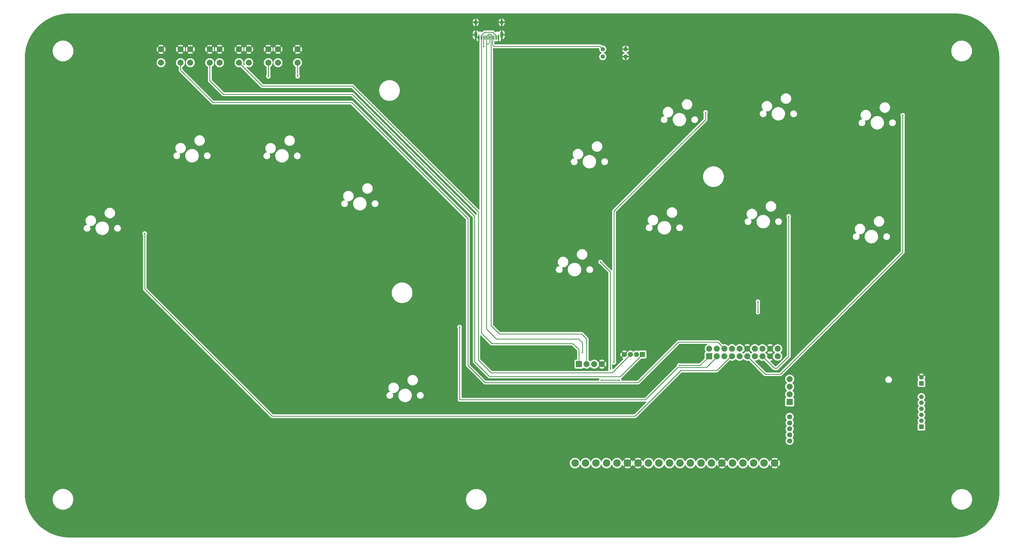
<source format=gtl>
G04 #@! TF.GenerationSoftware,KiCad,Pcbnew,7.0.5*
G04 #@! TF.CreationDate,2023-09-04T11:48:08-04:00*
G04 #@! TF.ProjectId,Hitbox Full Pcb,48697462-6f78-4204-9675-6c6c20506362,rev?*
G04 #@! TF.SameCoordinates,Original*
G04 #@! TF.FileFunction,Copper,L1,Top*
G04 #@! TF.FilePolarity,Positive*
%FSLAX46Y46*%
G04 Gerber Fmt 4.6, Leading zero omitted, Abs format (unit mm)*
G04 Created by KiCad (PCBNEW 7.0.5) date 2023-09-04 11:48:08*
%MOMM*%
%LPD*%
G01*
G04 APERTURE LIST*
G04 #@! TA.AperFunction,ComponentPad*
%ADD10C,1.400000*%
G04 #@! TD*
G04 #@! TA.AperFunction,ComponentPad*
%ADD11O,1.400000X1.400000*%
G04 #@! TD*
G04 #@! TA.AperFunction,ComponentPad*
%ADD12C,2.000000*%
G04 #@! TD*
G04 #@! TA.AperFunction,ComponentPad*
%ADD13O,1.000000X2.100000*%
G04 #@! TD*
G04 #@! TA.AperFunction,ComponentPad*
%ADD14O,1.000000X1.600000*%
G04 #@! TD*
G04 #@! TA.AperFunction,SMDPad,CuDef*
%ADD15R,0.600000X1.450000*%
G04 #@! TD*
G04 #@! TA.AperFunction,SMDPad,CuDef*
%ADD16R,0.300000X1.450000*%
G04 #@! TD*
G04 #@! TA.AperFunction,ComponentPad*
%ADD17C,1.499997*%
G04 #@! TD*
G04 #@! TA.AperFunction,ComponentPad*
%ADD18R,1.499997X1.499997*%
G04 #@! TD*
G04 #@! TA.AperFunction,ComponentPad*
%ADD19R,2.000000X2.000000*%
G04 #@! TD*
G04 #@! TA.AperFunction,ComponentPad*
%ADD20C,1.700000*%
G04 #@! TD*
G04 #@! TA.AperFunction,ComponentPad*
%ADD21R,1.700000X1.700000*%
G04 #@! TD*
G04 #@! TA.AperFunction,ComponentPad*
%ADD22C,2.500000*%
G04 #@! TD*
G04 #@! TA.AperFunction,ViaPad*
%ADD23C,0.500000*%
G04 #@! TD*
G04 #@! TA.AperFunction,Conductor*
%ADD24C,0.250000*%
G04 #@! TD*
G04 #@! TA.AperFunction,Conductor*
%ADD25C,0.000000*%
G04 #@! TD*
G04 #@! TA.AperFunction,Conductor*
%ADD26C,0.200000*%
G04 #@! TD*
G04 APERTURE END LIST*
D10*
X507740000Y-44420000D03*
D11*
X515360000Y-44420000D03*
D12*
X389700000Y-41970000D03*
X396200000Y-41970000D03*
X389700000Y-46470000D03*
X396200000Y-46470000D03*
D10*
X507740000Y-41920000D03*
D11*
X515360000Y-41920000D03*
D13*
X474030000Y-37150000D03*
D14*
X474030000Y-32970000D03*
D13*
X465390000Y-37150000D03*
D14*
X465390000Y-32970000D03*
D15*
X472960000Y-38065000D03*
X472160000Y-38065000D03*
D16*
X470960000Y-38065000D03*
X469960000Y-38065000D03*
X469460000Y-38065000D03*
X468460000Y-38065000D03*
D15*
X467260000Y-38065000D03*
X466460000Y-38065000D03*
X466460000Y-38065000D03*
X467260000Y-38065000D03*
D16*
X467960000Y-38065000D03*
X468960000Y-38065000D03*
X470460000Y-38065000D03*
X471460000Y-38065000D03*
D15*
X472160000Y-38065000D03*
X472960000Y-38065000D03*
D17*
X614004198Y-151509032D03*
D18*
X614004198Y-153509028D03*
D17*
X614004198Y-158009654D03*
X614004198Y-160009650D03*
X614004198Y-162009646D03*
X614004198Y-164009642D03*
X614004198Y-166009638D03*
D18*
X614004198Y-168009634D03*
D12*
X566077049Y-144497505D03*
X566077049Y-141957505D03*
X563547049Y-144497505D03*
X563547049Y-141957505D03*
X561007049Y-144507505D03*
X561007049Y-141957505D03*
X558467049Y-144494185D03*
X558467049Y-141957505D03*
X555927049Y-144497505D03*
X555927049Y-141957505D03*
X553387049Y-144497505D03*
X553387049Y-141957505D03*
X550847049Y-144497505D03*
X550847049Y-141957505D03*
X548307049Y-144497505D03*
X548307049Y-141957505D03*
X545767049Y-144497505D03*
X545767049Y-141957505D03*
D19*
X543227049Y-144497505D03*
D12*
X543227049Y-141957505D03*
X570067049Y-152097505D03*
X570067049Y-154637505D03*
X570067049Y-157177505D03*
D19*
X570067049Y-159717505D03*
D20*
X570067049Y-164693505D03*
X570067049Y-166721505D03*
X570067049Y-168721505D03*
X570067049Y-170721505D03*
X570067049Y-172721505D03*
D21*
X520973049Y-143901505D03*
D20*
X518973049Y-143901505D03*
X516973049Y-143901505D03*
X514973049Y-143901505D03*
D12*
X507436049Y-147105505D03*
X504896049Y-147105505D03*
X502356049Y-147105505D03*
D19*
X499816049Y-147105505D03*
D22*
X565083049Y-180162505D03*
X561493049Y-180162505D03*
X557993049Y-180162505D03*
X554493049Y-180162505D03*
X550993049Y-180162505D03*
X547493049Y-180162505D03*
X543993049Y-180162505D03*
X540493049Y-180162505D03*
X536993049Y-180162505D03*
X533493049Y-180162505D03*
X529993049Y-180162505D03*
X526493049Y-180162505D03*
X522993049Y-180162505D03*
X519493049Y-180162505D03*
X515993049Y-180162505D03*
X512493049Y-180162505D03*
X508993049Y-180162505D03*
X505493049Y-180162505D03*
X501993049Y-180162505D03*
X498493049Y-180162505D03*
D12*
X379950000Y-41970000D03*
X386450000Y-41970000D03*
X379950000Y-46470000D03*
X386450000Y-46470000D03*
X399450000Y-41970000D03*
X405950000Y-41970000D03*
X399450000Y-46470000D03*
X405950000Y-46470000D03*
X370200000Y-41970000D03*
X376700000Y-41970000D03*
X370200000Y-46470000D03*
X376700000Y-46470000D03*
X360450000Y-41970000D03*
X366950000Y-41970000D03*
X360450000Y-46470000D03*
X366950000Y-46470000D03*
D23*
X466460000Y-39500000D03*
X472960000Y-39500000D03*
X460000000Y-134750000D03*
X513250000Y-152500000D03*
X507250000Y-152500000D03*
X533250000Y-147500000D03*
X542000000Y-63000000D03*
X511500000Y-146500000D03*
X607750000Y-64000000D03*
X510250000Y-148750000D03*
X507000000Y-113000000D03*
X559500000Y-129750000D03*
X559500000Y-126250000D03*
X569750000Y-97750000D03*
X396250000Y-51000000D03*
X406000000Y-51000000D03*
X355000000Y-103500000D03*
X468000000Y-41000000D03*
X501000000Y-143250000D03*
D24*
X472960000Y-39500000D02*
X472960000Y-38065000D01*
D25*
X472960000Y-38065000D02*
X472960000Y-37440000D01*
D24*
X466460000Y-39500000D02*
X466460000Y-38065000D01*
D25*
X466460000Y-38065000D02*
X466460000Y-37460000D01*
D24*
X460000000Y-159000000D02*
X522000000Y-159000000D01*
X532750000Y-148250000D02*
X542250000Y-148250000D01*
X542250000Y-148250000D02*
X545767049Y-144732951D01*
X522000000Y-159000000D02*
X532750000Y-148250000D01*
X460000000Y-134750000D02*
X460000000Y-159000000D01*
X545767049Y-144732951D02*
X545767049Y-144497505D01*
X540224554Y-147500000D02*
X543227049Y-144497505D01*
X533250000Y-147500000D02*
X540224554Y-147500000D01*
X507290000Y-152460000D02*
X513210000Y-152460000D01*
X542000000Y-63000000D02*
X542000000Y-65500000D01*
X542000000Y-65500000D02*
X511500000Y-96000000D01*
X511500000Y-96000000D02*
X511500000Y-146500000D01*
X561929544Y-150500000D02*
X555927049Y-144497505D01*
X607750000Y-64000000D02*
X607750000Y-109750000D01*
X567000000Y-150500000D02*
X561929544Y-150500000D01*
X607750000Y-109750000D02*
X567000000Y-150500000D01*
X507000000Y-113000000D02*
X510250000Y-116250000D01*
X510250000Y-116250000D02*
X510250000Y-148750000D01*
X559500000Y-126250000D02*
X559500000Y-129750000D01*
X564999544Y-148500000D02*
X561007049Y-144507505D01*
X565750000Y-148500000D02*
X564999544Y-148500000D01*
X569750000Y-97750000D02*
X569750000Y-144500000D01*
X569750000Y-144500000D02*
X565750000Y-148500000D01*
X366950000Y-48950000D02*
X377750000Y-59750000D01*
X468500000Y-153250000D02*
X519500000Y-153250000D01*
X533000000Y-139750000D02*
X546099544Y-139750000D01*
X366950000Y-46470000D02*
X366950000Y-48950000D01*
X462750000Y-147500000D02*
X468500000Y-153250000D01*
X377750000Y-59750000D02*
X424000000Y-59750000D01*
X424000000Y-59750000D02*
X462750000Y-98500000D01*
X519500000Y-153250000D02*
X533000000Y-139750000D01*
X546099544Y-139750000D02*
X548307049Y-141957505D01*
X462750000Y-98500000D02*
X462750000Y-147500000D01*
X424250000Y-57000000D02*
X465000000Y-97750000D01*
X376700000Y-46470000D02*
X376700000Y-52450000D01*
X376700000Y-52450000D02*
X381250000Y-57000000D01*
X381250000Y-57000000D02*
X424250000Y-57000000D01*
X470000000Y-151250000D02*
X513624554Y-151250000D01*
X513624554Y-151250000D02*
X520973049Y-143901505D01*
X465000000Y-146250000D02*
X470000000Y-151250000D01*
X465000000Y-97750000D02*
X465000000Y-146250000D01*
X466250000Y-96250000D02*
X466250000Y-145750000D01*
X466250000Y-145750000D02*
X470500000Y-150000000D01*
X386450000Y-46470000D02*
X394230000Y-54250000D01*
X424250000Y-54250000D02*
X466250000Y-96250000D01*
X470500000Y-150000000D02*
X510874554Y-150000000D01*
X510874554Y-150000000D02*
X516973049Y-143901505D01*
X394230000Y-54250000D02*
X424250000Y-54250000D01*
X396250000Y-46520000D02*
X396250000Y-51000000D01*
X396200000Y-46470000D02*
X396250000Y-46520000D01*
X396250000Y-51000000D02*
X396200000Y-50950000D01*
X355000000Y-103500000D02*
X355000000Y-122000000D01*
X518500000Y-164500000D02*
X533750000Y-149250000D01*
X355000000Y-122000000D02*
X397500000Y-164500000D01*
X397500000Y-164500000D02*
X518500000Y-164500000D01*
X545750000Y-149250000D02*
X550502495Y-144497505D01*
X550502495Y-144497505D02*
X550847049Y-144497505D01*
X533750000Y-149250000D02*
X545750000Y-149250000D01*
X405950000Y-46470000D02*
X405950000Y-50950000D01*
X405950000Y-50950000D02*
X406000000Y-51000000D01*
D25*
X467900000Y-41000000D02*
X467960000Y-40940000D01*
D24*
X467960000Y-40940000D02*
X467960000Y-38065000D01*
X471460000Y-40960000D02*
X471500000Y-41000000D01*
X470960000Y-38065000D02*
X470960000Y-40460000D01*
X506820000Y-41000000D02*
X507740000Y-41920000D01*
X470960000Y-40460000D02*
X471460000Y-40960000D01*
X471500000Y-41000000D02*
X506820000Y-41000000D01*
X468960000Y-38065000D02*
X468960000Y-39750000D01*
X468960000Y-40200000D02*
X468960000Y-41200000D01*
X499750000Y-138750000D02*
X501000000Y-140000000D01*
X501000000Y-140000000D02*
X501000000Y-143250000D01*
D26*
X470000000Y-38105000D02*
X470000000Y-39800000D01*
D24*
X468960000Y-135460000D02*
X472250000Y-138750000D01*
X468960000Y-41200000D02*
X468960000Y-135460000D01*
D26*
X468960000Y-41040000D02*
X468960000Y-41200000D01*
D24*
X472250000Y-138750000D02*
X499750000Y-138750000D01*
X469600000Y-40200000D02*
X468960000Y-40200000D01*
D26*
X470000000Y-39800000D02*
X469600000Y-40200000D01*
D24*
X468960000Y-39750000D02*
X468960000Y-40200000D01*
D26*
X469960000Y-38065000D02*
X470000000Y-38105000D01*
D24*
X470460000Y-38065000D02*
X470460000Y-37060000D01*
X500712098Y-137000000D02*
X502356049Y-138643951D01*
X469460000Y-37040000D02*
X469460000Y-38065000D01*
X470300000Y-36900000D02*
X469600000Y-36900000D01*
X473250000Y-137000000D02*
X500712098Y-137000000D01*
X502356049Y-138643951D02*
X502356049Y-147105505D01*
X470460000Y-37060000D02*
X470300000Y-36900000D01*
X469600000Y-36900000D02*
X469460000Y-37040000D01*
X470500000Y-134250000D02*
X473250000Y-137000000D01*
X470460000Y-38065000D02*
X470500000Y-42500000D01*
X470500000Y-42500000D02*
X470500000Y-134250000D01*
X468300000Y-36300000D02*
X471100000Y-36300000D01*
X499816049Y-142316049D02*
X497750000Y-140250000D01*
X472160000Y-37360000D02*
X472160000Y-38065000D01*
X470750000Y-140250000D02*
X467260000Y-136760000D01*
X471100000Y-36300000D02*
X472160000Y-37360000D01*
X497750000Y-140250000D02*
X470750000Y-140250000D01*
X467260000Y-38065000D02*
X467260000Y-134500000D01*
X467260000Y-37340000D02*
X468300000Y-36300000D01*
X499816049Y-147105505D02*
X499816049Y-142316049D01*
X467260000Y-136760000D02*
X467260000Y-134500000D01*
X467260000Y-38065000D02*
X467260000Y-37340000D01*
G04 #@! TA.AperFunction,Conductor*
G36*
X563022950Y-142260093D02*
G01*
X563119124Y-142385430D01*
X563244461Y-142481604D01*
X563337828Y-142520277D01*
X562676991Y-143181114D01*
X562679632Y-143223657D01*
X562679632Y-143231348D01*
X562676990Y-143273894D01*
X563337828Y-143934732D01*
X563244461Y-143973406D01*
X563119124Y-144069580D01*
X563022950Y-144194916D01*
X562984275Y-144288284D01*
X562323614Y-143627622D01*
X562305545Y-143629496D01*
X562236833Y-143616831D01*
X562199294Y-143585932D01*
X562198686Y-143586493D01*
X562195213Y-143582720D01*
X562026793Y-143399767D01*
X561937616Y-143330357D01*
X561896804Y-143273648D01*
X561893129Y-143203875D01*
X561927761Y-143143192D01*
X561937616Y-143134652D01*
X562026793Y-143065243D01*
X562195213Y-142882290D01*
X562195582Y-142881724D01*
X562195794Y-142881543D01*
X562198371Y-142878234D01*
X562199051Y-142878763D01*
X562248725Y-142836365D01*
X562312187Y-142826202D01*
X562323613Y-142827387D01*
X562984275Y-142166724D01*
X563022950Y-142260093D01*
G37*
G04 #@! TD.AperFunction*
G04 #@! TA.AperFunction,Conductor*
G36*
X564770482Y-142827386D02*
G01*
X564772544Y-142827173D01*
X564841257Y-142839836D01*
X564884898Y-142878888D01*
X564885732Y-142878240D01*
X564888879Y-142882284D01*
X564888885Y-142882290D01*
X565057305Y-143065243D01*
X565140057Y-143129652D01*
X565180870Y-143186362D01*
X565184545Y-143256135D01*
X565149913Y-143316818D01*
X565140063Y-143325353D01*
X565081449Y-143370974D01*
X565057306Y-143389766D01*
X564888886Y-143572718D01*
X564885739Y-143576763D01*
X564884803Y-143576034D01*
X564835975Y-143617687D01*
X564772547Y-143627836D01*
X564770483Y-143627621D01*
X564109821Y-144288283D01*
X564071148Y-144194917D01*
X563974974Y-144069580D01*
X563849637Y-143973406D01*
X563756267Y-143934731D01*
X564417105Y-143273894D01*
X564414464Y-143231349D01*
X564414464Y-143223657D01*
X564417105Y-143181114D01*
X563756269Y-142520278D01*
X563849637Y-142481604D01*
X563974974Y-142385430D01*
X564071148Y-142260094D01*
X564109821Y-142166725D01*
X564770482Y-142827386D01*
G37*
G04 #@! TD.AperFunction*
G04 #@! TA.AperFunction,Conductor*
G36*
X555402950Y-142260093D02*
G01*
X555499124Y-142385430D01*
X555624461Y-142481604D01*
X555717828Y-142520277D01*
X555056991Y-143181114D01*
X555058392Y-143203682D01*
X555042899Y-143271812D01*
X555010793Y-143309218D01*
X554907307Y-143389765D01*
X554748279Y-143562515D01*
X554688391Y-143598506D01*
X554618553Y-143596405D01*
X554565819Y-143562515D01*
X554483948Y-143473580D01*
X554406793Y-143389767D01*
X554324040Y-143325357D01*
X554283228Y-143268648D01*
X554279553Y-143198875D01*
X554314185Y-143138192D01*
X554324034Y-143129656D01*
X554406793Y-143065243D01*
X554575213Y-142882290D01*
X554575582Y-142881724D01*
X554575794Y-142881543D01*
X554578371Y-142878234D01*
X554579051Y-142878763D01*
X554628725Y-142836365D01*
X554692187Y-142826202D01*
X554703613Y-142827387D01*
X555364275Y-142166724D01*
X555402950Y-142260093D01*
G37*
G04 #@! TD.AperFunction*
G04 #@! TA.AperFunction,Conductor*
G36*
X557150483Y-142827387D02*
G01*
X557161910Y-142826202D01*
X557230622Y-142838865D01*
X557275141Y-142878699D01*
X557275732Y-142878240D01*
X557278267Y-142881497D01*
X557278505Y-142881710D01*
X557278880Y-142882285D01*
X557278885Y-142882290D01*
X557447305Y-143065243D01*
X557527925Y-143127992D01*
X557568737Y-143184700D01*
X557572412Y-143254473D01*
X557537781Y-143315157D01*
X557527925Y-143323697D01*
X557447306Y-143386445D01*
X557447301Y-143386450D01*
X557286749Y-143560855D01*
X557226862Y-143596846D01*
X557157024Y-143594745D01*
X557104291Y-143560855D01*
X556946793Y-143389767D01*
X556843302Y-143309217D01*
X556802491Y-143252508D01*
X556795704Y-143203681D01*
X556797105Y-143181114D01*
X556136269Y-142520278D01*
X556229637Y-142481604D01*
X556354974Y-142385430D01*
X556451148Y-142260094D01*
X556489822Y-142166725D01*
X557150483Y-142827387D01*
G37*
G04 #@! TD.AperFunction*
G04 #@! TA.AperFunction,Conductor*
G36*
X625000784Y-30000519D02*
G01*
X625591870Y-30015498D01*
X625591870Y-30015521D01*
X625591968Y-30015501D01*
X625592199Y-30015507D01*
X625761046Y-30019928D01*
X625764056Y-30020082D01*
X626225799Y-30055246D01*
X626272013Y-30058882D01*
X626531324Y-30079291D01*
X626534178Y-30079585D01*
X626966680Y-30134668D01*
X627297467Y-30178217D01*
X627300218Y-30178644D01*
X627717886Y-30253504D01*
X628057441Y-30316437D01*
X628060150Y-30317002D01*
X628467332Y-30411490D01*
X628809321Y-30493595D01*
X628811893Y-30494272D01*
X629209888Y-30608152D01*
X629551042Y-30709207D01*
X629553455Y-30709976D01*
X629942698Y-30843023D01*
X630280707Y-30962719D01*
X630282956Y-30963567D01*
X630663211Y-31115459D01*
X630996318Y-31253436D01*
X630998330Y-31254315D01*
X631369250Y-31424742D01*
X631695888Y-31580541D01*
X631697891Y-31581542D01*
X632058711Y-31770018D01*
X632377772Y-31943254D01*
X632379586Y-31944280D01*
X632729742Y-32150405D01*
X633040022Y-32340545D01*
X633041723Y-32341626D01*
X633380552Y-32564933D01*
X633680885Y-32771348D01*
X633682445Y-32772456D01*
X634008714Y-33012040D01*
X634009761Y-33012826D01*
X634298737Y-33234565D01*
X634300175Y-33235702D01*
X634613658Y-33491314D01*
X634614675Y-33492163D01*
X634891914Y-33728948D01*
X634893148Y-33730032D01*
X635193166Y-34001088D01*
X635194257Y-34002099D01*
X635458768Y-34253109D01*
X635459930Y-34254242D01*
X635745756Y-34540068D01*
X635746889Y-34541230D01*
X635997899Y-34805741D01*
X635998917Y-34806840D01*
X636269959Y-35106842D01*
X636271066Y-35108102D01*
X636507813Y-35385297D01*
X636508699Y-35386358D01*
X636647007Y-35555980D01*
X636764296Y-35699823D01*
X636765433Y-35701261D01*
X636987172Y-35990237D01*
X636987958Y-35991284D01*
X637227542Y-36317553D01*
X637228664Y-36319132D01*
X637435085Y-36619476D01*
X637435430Y-36620000D01*
X637658357Y-36958252D01*
X637659453Y-36959976D01*
X637849593Y-37270256D01*
X638055709Y-37620397D01*
X638056766Y-37622266D01*
X638229977Y-37941282D01*
X638418456Y-38302107D01*
X638419462Y-38304121D01*
X638443603Y-38354733D01*
X638575294Y-38630830D01*
X638745661Y-39001618D01*
X638746583Y-39003731D01*
X638809838Y-39156441D01*
X638884543Y-39336796D01*
X639036424Y-39717023D01*
X639037292Y-39719326D01*
X639156988Y-40057337D01*
X639290012Y-40446512D01*
X639290791Y-40448956D01*
X639391850Y-40790124D01*
X639505726Y-41188105D01*
X639506405Y-41190687D01*
X639588532Y-41532765D01*
X639602650Y-41593605D01*
X639682994Y-41939841D01*
X639683561Y-41942557D01*
X639746507Y-42282183D01*
X639821346Y-42699733D01*
X639821788Y-42702579D01*
X639865358Y-43033528D01*
X639920406Y-43465755D01*
X639920712Y-43468724D01*
X639944758Y-43774264D01*
X639979914Y-44235919D01*
X639980072Y-44239005D01*
X639983144Y-44356302D01*
X639984499Y-44408048D01*
X639984520Y-44408893D01*
X639984521Y-44408924D01*
X639999480Y-44999206D01*
X639999500Y-45000777D01*
X639999500Y-189999222D01*
X639999480Y-190000785D01*
X639984543Y-190590256D01*
X639984503Y-190591819D01*
X639980072Y-190760994D01*
X639979914Y-190764079D01*
X639944758Y-191225735D01*
X639920712Y-191531274D01*
X639920406Y-191534243D01*
X639865358Y-191966470D01*
X639821788Y-192297419D01*
X639821346Y-192300265D01*
X639746507Y-192717815D01*
X639683561Y-193057441D01*
X639682994Y-193060157D01*
X639588543Y-193467187D01*
X639506405Y-193809311D01*
X639505726Y-193811893D01*
X639391850Y-194209874D01*
X639290791Y-194551042D01*
X639290012Y-194553486D01*
X639156988Y-194942661D01*
X639037292Y-195280672D01*
X639036424Y-195282975D01*
X638884543Y-195663202D01*
X638746591Y-195996250D01*
X638745648Y-195998410D01*
X638575277Y-196369208D01*
X638419462Y-196695877D01*
X638418456Y-196697891D01*
X638229977Y-197058716D01*
X638056766Y-197377732D01*
X638055709Y-197379601D01*
X637849593Y-197729742D01*
X637659453Y-198040022D01*
X637658357Y-198041746D01*
X637435085Y-198380523D01*
X637228664Y-198680866D01*
X637227542Y-198682445D01*
X636987958Y-199008714D01*
X636987172Y-199009761D01*
X636765433Y-199298737D01*
X636764296Y-199300175D01*
X636508719Y-199613616D01*
X636507813Y-199614701D01*
X636271066Y-199891896D01*
X636269926Y-199893194D01*
X635998931Y-200193143D01*
X635997899Y-200194257D01*
X635746889Y-200458768D01*
X635745756Y-200459930D01*
X635459930Y-200745756D01*
X635458768Y-200746889D01*
X635194257Y-200997899D01*
X635193143Y-200998931D01*
X634893194Y-201269926D01*
X634891896Y-201271066D01*
X634614701Y-201507813D01*
X634613616Y-201508719D01*
X634300175Y-201764296D01*
X634298737Y-201765433D01*
X634009761Y-201987172D01*
X634008714Y-201987958D01*
X633682445Y-202227542D01*
X633680866Y-202228664D01*
X633380523Y-202435085D01*
X633041746Y-202658357D01*
X633040022Y-202659453D01*
X632729742Y-202849593D01*
X632379601Y-203055709D01*
X632377732Y-203056766D01*
X632058716Y-203229977D01*
X631697891Y-203418456D01*
X631695877Y-203419462D01*
X631369208Y-203575277D01*
X630998410Y-203745648D01*
X630996250Y-203746591D01*
X630663202Y-203884543D01*
X630282975Y-204036424D01*
X630280672Y-204037292D01*
X629942661Y-204156988D01*
X629553486Y-204290012D01*
X629551042Y-204290791D01*
X629209874Y-204391850D01*
X628811893Y-204505726D01*
X628809311Y-204506405D01*
X628467187Y-204588543D01*
X628060157Y-204682994D01*
X628057441Y-204683561D01*
X627717815Y-204746507D01*
X627300265Y-204821346D01*
X627297419Y-204821788D01*
X626966470Y-204865358D01*
X626534242Y-204920406D01*
X626531273Y-204920712D01*
X626225799Y-204944752D01*
X625764079Y-204979914D01*
X625760993Y-204980072D01*
X625613622Y-204983931D01*
X625591807Y-204984502D01*
X625056892Y-204998058D01*
X625000785Y-204999480D01*
X624999222Y-204999500D01*
X330000778Y-204999500D01*
X329999214Y-204999480D01*
X329893003Y-204996788D01*
X329408924Y-204984521D01*
X329408886Y-204984520D01*
X329408360Y-204984507D01*
X329356302Y-204983144D01*
X329239005Y-204980072D01*
X329235919Y-204979914D01*
X328774199Y-204944752D01*
X328468725Y-204920712D01*
X328465756Y-204920406D01*
X328033528Y-204865358D01*
X327702579Y-204821788D01*
X327699733Y-204821346D01*
X327282183Y-204746507D01*
X326942557Y-204683561D01*
X326939841Y-204682994D01*
X326617884Y-204608284D01*
X326532765Y-204588532D01*
X326190687Y-204506405D01*
X326188105Y-204505726D01*
X325790124Y-204391850D01*
X325448956Y-204290791D01*
X325446512Y-204290012D01*
X325057337Y-204156988D01*
X324719326Y-204037292D01*
X324717023Y-204036424D01*
X324336796Y-203884543D01*
X324190848Y-203824090D01*
X324003731Y-203746583D01*
X324001618Y-203745661D01*
X323630830Y-203575294D01*
X323454979Y-203491418D01*
X323304121Y-203419462D01*
X323302107Y-203418456D01*
X322941282Y-203229977D01*
X322622266Y-203056766D01*
X322620397Y-203055709D01*
X322270256Y-202849593D01*
X321959976Y-202659453D01*
X321958252Y-202658357D01*
X321762000Y-202529016D01*
X321619476Y-202435085D01*
X321319132Y-202228664D01*
X321317553Y-202227542D01*
X320991284Y-201987958D01*
X320990237Y-201987172D01*
X320701261Y-201765433D01*
X320699823Y-201764296D01*
X320534331Y-201629355D01*
X320386358Y-201508699D01*
X320385297Y-201507813D01*
X320108102Y-201271066D01*
X320106842Y-201269959D01*
X319806840Y-200998917D01*
X319805741Y-200997899D01*
X319541230Y-200746889D01*
X319540068Y-200745756D01*
X319254242Y-200459930D01*
X319253109Y-200458768D01*
X319002099Y-200194257D01*
X319001088Y-200193166D01*
X318730031Y-199893148D01*
X318728932Y-199891896D01*
X318492185Y-199614701D01*
X318491314Y-199613658D01*
X318235702Y-199300175D01*
X318234565Y-199298737D01*
X318012826Y-199009761D01*
X318012040Y-199008714D01*
X317772456Y-198682445D01*
X317771334Y-198680866D01*
X317564933Y-198380552D01*
X317341626Y-198041723D01*
X317340545Y-198040022D01*
X317150405Y-197729742D01*
X316944289Y-197379601D01*
X316943254Y-197377772D01*
X316770011Y-197058697D01*
X316581542Y-196697891D01*
X316580536Y-196695877D01*
X316424742Y-196369250D01*
X316254315Y-195998330D01*
X316253436Y-195996318D01*
X316115455Y-195663202D01*
X315963567Y-195282956D01*
X315962719Y-195280707D01*
X315843011Y-194942661D01*
X315709976Y-194553455D01*
X315709207Y-194551042D01*
X315693225Y-194497087D01*
X315608149Y-194209874D01*
X315494272Y-193811893D01*
X315493593Y-193809311D01*
X315411490Y-193467332D01*
X315317002Y-193060150D01*
X315316437Y-193057441D01*
X315253491Y-192717815D01*
X315240841Y-192647234D01*
X315201382Y-192427082D01*
X324299500Y-192427082D01*
X324339953Y-192799047D01*
X324420386Y-193164461D01*
X324430495Y-193194462D01*
X324539858Y-193519038D01*
X324539860Y-193519043D01*
X324539862Y-193519048D01*
X324696959Y-193858608D01*
X324696966Y-193858621D01*
X324889853Y-194179205D01*
X324889857Y-194179210D01*
X324889861Y-194179216D01*
X324889864Y-194179220D01*
X324913167Y-194209874D01*
X325116296Y-194477086D01*
X325116297Y-194477087D01*
X325373608Y-194748727D01*
X325658770Y-194990947D01*
X325658774Y-194990950D01*
X325658779Y-194990954D01*
X325809830Y-195093369D01*
X325968465Y-195200926D01*
X325968469Y-195200928D01*
X326299045Y-195376189D01*
X326299049Y-195376190D01*
X326299054Y-195376193D01*
X326646635Y-195514681D01*
X326646637Y-195514682D01*
X326832247Y-195566216D01*
X327007155Y-195614779D01*
X327376387Y-195675311D01*
X327516457Y-195682905D01*
X327656526Y-195690500D01*
X327656528Y-195690500D01*
X327843474Y-195690500D01*
X327955528Y-195684424D01*
X328123613Y-195675311D01*
X328492845Y-195614779D01*
X328781328Y-195534682D01*
X328853362Y-195514682D01*
X328853364Y-195514681D01*
X328853363Y-195514681D01*
X328853368Y-195514680D01*
X329200955Y-195376189D01*
X329531531Y-195200928D01*
X329841221Y-194990954D01*
X330126392Y-194748727D01*
X330383703Y-194477087D01*
X330610136Y-194179220D01*
X330610142Y-194179209D01*
X330610146Y-194179205D01*
X330784983Y-193888621D01*
X330803036Y-193858617D01*
X330960142Y-193519038D01*
X331079613Y-193164462D01*
X331160046Y-192799049D01*
X331198325Y-192447082D01*
X462119500Y-192447082D01*
X462159953Y-192819047D01*
X462240386Y-193184461D01*
X462243756Y-193194462D01*
X462359858Y-193539038D01*
X462359860Y-193539043D01*
X462359862Y-193539048D01*
X462516959Y-193878608D01*
X462516966Y-193878621D01*
X462709853Y-194199205D01*
X462709857Y-194199210D01*
X462709861Y-194199216D01*
X462709864Y-194199220D01*
X462871773Y-194412208D01*
X462936296Y-194497086D01*
X462936297Y-194497087D01*
X463193608Y-194768727D01*
X463478770Y-195010947D01*
X463478774Y-195010950D01*
X463478779Y-195010954D01*
X463629830Y-195113369D01*
X463788465Y-195220926D01*
X463788469Y-195220928D01*
X464119045Y-195396189D01*
X464119049Y-195396190D01*
X464119054Y-195396193D01*
X464466635Y-195534681D01*
X464466637Y-195534682D01*
X464664804Y-195589702D01*
X464827155Y-195634779D01*
X465196387Y-195695311D01*
X465336457Y-195702905D01*
X465476526Y-195710500D01*
X465476528Y-195710500D01*
X465663474Y-195710500D01*
X465775528Y-195704424D01*
X465943613Y-195695311D01*
X466312845Y-195634779D01*
X466565134Y-195564730D01*
X466673362Y-195534682D01*
X466673364Y-195534681D01*
X466673363Y-195534681D01*
X466673368Y-195534680D01*
X467020955Y-195396189D01*
X467351531Y-195220928D01*
X467661221Y-195010954D01*
X467946392Y-194768727D01*
X468203703Y-194497087D01*
X468430136Y-194199220D01*
X468430142Y-194199209D01*
X468430146Y-194199205D01*
X468550055Y-193999912D01*
X468623036Y-193878617D01*
X468780142Y-193539038D01*
X468899613Y-193184462D01*
X468980046Y-192819049D01*
X469019412Y-192457082D01*
X623989500Y-192457082D01*
X624029953Y-192829047D01*
X624110386Y-193194461D01*
X624171623Y-193376203D01*
X624229858Y-193549038D01*
X624229860Y-193549043D01*
X624229862Y-193549048D01*
X624386959Y-193888608D01*
X624386966Y-193888621D01*
X624579853Y-194209205D01*
X624579857Y-194209210D01*
X624579861Y-194209216D01*
X624579864Y-194209220D01*
X624741773Y-194422208D01*
X624806296Y-194507086D01*
X624806297Y-194507087D01*
X625063608Y-194778727D01*
X625348770Y-195020947D01*
X625348774Y-195020950D01*
X625348779Y-195020954D01*
X625499830Y-195123369D01*
X625658465Y-195230926D01*
X625658469Y-195230928D01*
X625989045Y-195406189D01*
X625989049Y-195406190D01*
X625989054Y-195406193D01*
X626225236Y-195500296D01*
X626311536Y-195534681D01*
X626336635Y-195544681D01*
X626336637Y-195544682D01*
X626534804Y-195599702D01*
X626697155Y-195644779D01*
X627066387Y-195705311D01*
X627206457Y-195712905D01*
X627346526Y-195720500D01*
X627346528Y-195720500D01*
X627533474Y-195720500D01*
X627645528Y-195714424D01*
X627813613Y-195705311D01*
X628182845Y-195644779D01*
X628465803Y-195566216D01*
X628543362Y-195544682D01*
X628543364Y-195544681D01*
X628543363Y-195544681D01*
X628543368Y-195544680D01*
X628890955Y-195406189D01*
X629221531Y-195230928D01*
X629531221Y-195020954D01*
X629816392Y-194778727D01*
X630073703Y-194507087D01*
X630300136Y-194209220D01*
X630300142Y-194209209D01*
X630300146Y-194209205D01*
X630420055Y-194009912D01*
X630493036Y-193888617D01*
X630650142Y-193549038D01*
X630769613Y-193194462D01*
X630850046Y-192829049D01*
X630890500Y-192457081D01*
X630890500Y-192082919D01*
X630850046Y-191710951D01*
X630769613Y-191345538D01*
X630650142Y-190990962D01*
X630645516Y-190980962D01*
X630493040Y-190651391D01*
X630493033Y-190651378D01*
X630300146Y-190330794D01*
X630300142Y-190330789D01*
X630300139Y-190330785D01*
X630300136Y-190330780D01*
X630073703Y-190032913D01*
X629816392Y-189761273D01*
X629804618Y-189751272D01*
X629531229Y-189519052D01*
X629531223Y-189519048D01*
X629531221Y-189519046D01*
X629451901Y-189465266D01*
X629221534Y-189309073D01*
X628890963Y-189133815D01*
X628890945Y-189133806D01*
X628543364Y-188995318D01*
X628543362Y-188995317D01*
X628182853Y-188895223D01*
X628182850Y-188895222D01*
X628182846Y-188895221D01*
X628182845Y-188895221D01*
X627999852Y-188865221D01*
X627813609Y-188834688D01*
X627813610Y-188834688D01*
X627533474Y-188819500D01*
X627533472Y-188819500D01*
X627346528Y-188819500D01*
X627346526Y-188819500D01*
X627066389Y-188834688D01*
X626697149Y-188895222D01*
X626697146Y-188895223D01*
X626336637Y-188995317D01*
X626336635Y-188995318D01*
X625989054Y-189133806D01*
X625989036Y-189133815D01*
X625658465Y-189309073D01*
X625348780Y-189519045D01*
X625348770Y-189519052D01*
X625063608Y-189761272D01*
X624806297Y-190032912D01*
X624806296Y-190032913D01*
X624579857Y-190330789D01*
X624579853Y-190330794D01*
X624386966Y-190651378D01*
X624386959Y-190651391D01*
X624229862Y-190990951D01*
X624110386Y-191345538D01*
X624029953Y-191710952D01*
X623989500Y-192082917D01*
X623989500Y-192457082D01*
X469019412Y-192457082D01*
X469020500Y-192447081D01*
X469020500Y-192072919D01*
X468980046Y-191700951D01*
X468899613Y-191335538D01*
X468780142Y-190980962D01*
X468627666Y-190651391D01*
X468623040Y-190641391D01*
X468623033Y-190641378D01*
X468430146Y-190320794D01*
X468430142Y-190320789D01*
X468430139Y-190320785D01*
X468430136Y-190320780D01*
X468203703Y-190022913D01*
X467946392Y-189751273D01*
X467922845Y-189731272D01*
X467661229Y-189509052D01*
X467661223Y-189509048D01*
X467661221Y-189509046D01*
X467581901Y-189455266D01*
X467351534Y-189299073D01*
X467020963Y-189123815D01*
X467020945Y-189123806D01*
X466673364Y-188985318D01*
X466673362Y-188985317D01*
X466312853Y-188885223D01*
X466312850Y-188885222D01*
X466312846Y-188885221D01*
X466312845Y-188885221D01*
X466185931Y-188864414D01*
X465943609Y-188824688D01*
X465943610Y-188824688D01*
X465663474Y-188809500D01*
X465663472Y-188809500D01*
X465476528Y-188809500D01*
X465476526Y-188809500D01*
X465196389Y-188824688D01*
X464827149Y-188885222D01*
X464827146Y-188885223D01*
X464466637Y-188985317D01*
X464466635Y-188985318D01*
X464119054Y-189123806D01*
X464119036Y-189123815D01*
X463788465Y-189299073D01*
X463478780Y-189509045D01*
X463478770Y-189509052D01*
X463193608Y-189751272D01*
X462936297Y-190022912D01*
X462936296Y-190022913D01*
X462709857Y-190320789D01*
X462709853Y-190320794D01*
X462516966Y-190641378D01*
X462516959Y-190641391D01*
X462359862Y-190980951D01*
X462359859Y-190980959D01*
X462359858Y-190980962D01*
X462356489Y-190990962D01*
X462240386Y-191335538D01*
X462159953Y-191700952D01*
X462119500Y-192072917D01*
X462119500Y-192447082D01*
X331198325Y-192447082D01*
X331200500Y-192427081D01*
X331200500Y-192052919D01*
X331160046Y-191680951D01*
X331079613Y-191315538D01*
X330960142Y-190960962D01*
X330816919Y-190651391D01*
X330803040Y-190621391D01*
X330803033Y-190621378D01*
X330610146Y-190300794D01*
X330610142Y-190300789D01*
X330610139Y-190300785D01*
X330610136Y-190300780D01*
X330383703Y-190002913D01*
X330126392Y-189731273D01*
X330126391Y-189731272D01*
X329841229Y-189489052D01*
X329841223Y-189489048D01*
X329841221Y-189489046D01*
X329761901Y-189435266D01*
X329531534Y-189279073D01*
X329200963Y-189103815D01*
X329200945Y-189103806D01*
X328853364Y-188965318D01*
X328853362Y-188965317D01*
X328492853Y-188865223D01*
X328492850Y-188865222D01*
X328492846Y-188865221D01*
X328492845Y-188865221D01*
X328365931Y-188844414D01*
X328123609Y-188804688D01*
X328123610Y-188804688D01*
X327843474Y-188789500D01*
X327843472Y-188789500D01*
X327656528Y-188789500D01*
X327656526Y-188789500D01*
X327376389Y-188804688D01*
X327007149Y-188865222D01*
X327007146Y-188865223D01*
X326646637Y-188965317D01*
X326646635Y-188965318D01*
X326299054Y-189103806D01*
X326299036Y-189103815D01*
X325968465Y-189279073D01*
X325658780Y-189489045D01*
X325658770Y-189489052D01*
X325373608Y-189731272D01*
X325116297Y-190002912D01*
X325116296Y-190002913D01*
X324889857Y-190300789D01*
X324889853Y-190300794D01*
X324696966Y-190621378D01*
X324696959Y-190621391D01*
X324539862Y-190960951D01*
X324539859Y-190960959D01*
X324539858Y-190960962D01*
X324529750Y-190990962D01*
X324420386Y-191315538D01*
X324339953Y-191680952D01*
X324299500Y-192052917D01*
X324299500Y-192427082D01*
X315201382Y-192427082D01*
X315178644Y-192300218D01*
X315178217Y-192297467D01*
X315134668Y-191966680D01*
X315079585Y-191534178D01*
X315079291Y-191531324D01*
X315055241Y-191225735D01*
X315037362Y-190990962D01*
X315020082Y-190764056D01*
X315019928Y-190761046D01*
X315015497Y-190591819D01*
X315000519Y-190000785D01*
X315000500Y-189999222D01*
X315000500Y-180162509D01*
X496737641Y-180162509D01*
X496757245Y-180424125D01*
X496757246Y-180424130D01*
X496815625Y-180679907D01*
X496815627Y-180679916D01*
X496815629Y-180679921D01*
X496911481Y-180924148D01*
X497042663Y-181151362D01*
X497174785Y-181317038D01*
X497206247Y-181356490D01*
X497387802Y-181524946D01*
X497398570Y-181534938D01*
X497615345Y-181682733D01*
X497615350Y-181682735D01*
X497615351Y-181682736D01*
X497615352Y-181682737D01*
X497740892Y-181743193D01*
X497851722Y-181796566D01*
X497851723Y-181796566D01*
X497851726Y-181796568D01*
X498102434Y-181873901D01*
X498361867Y-181913005D01*
X498624231Y-181913005D01*
X498883664Y-181873901D01*
X499134372Y-181796568D01*
X499370753Y-181682733D01*
X499587528Y-181534938D01*
X499779854Y-181356486D01*
X499943435Y-181151362D01*
X500074617Y-180924148D01*
X500127621Y-180789094D01*
X500170436Y-180733881D01*
X500236306Y-180710580D01*
X500304317Y-180726591D01*
X500352876Y-180776828D01*
X500358474Y-180789089D01*
X500411481Y-180924148D01*
X500542663Y-181151362D01*
X500674785Y-181317038D01*
X500706247Y-181356490D01*
X500887802Y-181524946D01*
X500898570Y-181534938D01*
X501115345Y-181682733D01*
X501115350Y-181682735D01*
X501115351Y-181682736D01*
X501115352Y-181682737D01*
X501240892Y-181743193D01*
X501351722Y-181796566D01*
X501351723Y-181796566D01*
X501351726Y-181796568D01*
X501602434Y-181873901D01*
X501861867Y-181913005D01*
X502124231Y-181913005D01*
X502383664Y-181873901D01*
X502634372Y-181796568D01*
X502870753Y-181682733D01*
X503087528Y-181534938D01*
X503279854Y-181356486D01*
X503443435Y-181151362D01*
X503574617Y-180924148D01*
X503627621Y-180789094D01*
X503670436Y-180733881D01*
X503736306Y-180710580D01*
X503804317Y-180726591D01*
X503852876Y-180776828D01*
X503858474Y-180789089D01*
X503911481Y-180924148D01*
X504042663Y-181151362D01*
X504174785Y-181317038D01*
X504206247Y-181356490D01*
X504387802Y-181524946D01*
X504398570Y-181534938D01*
X504615345Y-181682733D01*
X504615350Y-181682735D01*
X504615351Y-181682736D01*
X504615352Y-181682737D01*
X504740892Y-181743193D01*
X504851722Y-181796566D01*
X504851723Y-181796566D01*
X504851726Y-181796568D01*
X505102434Y-181873901D01*
X505361867Y-181913005D01*
X505624231Y-181913005D01*
X505883664Y-181873901D01*
X506134372Y-181796568D01*
X506370753Y-181682733D01*
X506587528Y-181534938D01*
X506779854Y-181356486D01*
X506943435Y-181151362D01*
X507074617Y-180924148D01*
X507127623Y-180789090D01*
X507170435Y-180733882D01*
X507236305Y-180710580D01*
X507304315Y-180726590D01*
X507352874Y-180776828D01*
X507358476Y-180789094D01*
X507385858Y-180858861D01*
X507411481Y-180924148D01*
X507542663Y-181151362D01*
X507674785Y-181317038D01*
X507706247Y-181356490D01*
X507887802Y-181524946D01*
X507898570Y-181534938D01*
X508115345Y-181682733D01*
X508115350Y-181682735D01*
X508115351Y-181682736D01*
X508115352Y-181682737D01*
X508240892Y-181743193D01*
X508351722Y-181796566D01*
X508351723Y-181796566D01*
X508351726Y-181796568D01*
X508602434Y-181873901D01*
X508861867Y-181913005D01*
X509124231Y-181913005D01*
X509383664Y-181873901D01*
X509634372Y-181796568D01*
X509870753Y-181682733D01*
X510087528Y-181534938D01*
X510279854Y-181356486D01*
X510443435Y-181151362D01*
X510574617Y-180924148D01*
X510627621Y-180789094D01*
X510670436Y-180733881D01*
X510736306Y-180710580D01*
X510804317Y-180726591D01*
X510852876Y-180776828D01*
X510858474Y-180789089D01*
X510911481Y-180924148D01*
X511042663Y-181151362D01*
X511174785Y-181317038D01*
X511206247Y-181356490D01*
X511387802Y-181524946D01*
X511398570Y-181534938D01*
X511615345Y-181682733D01*
X511615350Y-181682735D01*
X511615351Y-181682736D01*
X511615352Y-181682737D01*
X511740892Y-181743193D01*
X511851722Y-181796566D01*
X511851723Y-181796566D01*
X511851726Y-181796568D01*
X512102434Y-181873901D01*
X512361867Y-181913005D01*
X512624231Y-181913005D01*
X512883664Y-181873901D01*
X513134372Y-181796568D01*
X513370753Y-181682733D01*
X513587528Y-181534938D01*
X513779854Y-181356486D01*
X513943435Y-181151362D01*
X514074617Y-180924148D01*
X514127889Y-180788410D01*
X514170704Y-180733198D01*
X514236574Y-180709897D01*
X514304585Y-180725908D01*
X514353143Y-180776145D01*
X514358745Y-180788412D01*
X514411932Y-180923931D01*
X514543079Y-181151082D01*
X514590922Y-181211076D01*
X515315852Y-180486146D01*
X515339108Y-180540058D01*
X515443805Y-180680690D01*
X515578111Y-180793387D01*
X515669714Y-180839391D01*
X514943880Y-181565225D01*
X515115595Y-181682298D01*
X515115599Y-181682300D01*
X515351903Y-181796099D01*
X515351907Y-181796100D01*
X515602543Y-181873412D01*
X515602549Y-181873414D01*
X515861897Y-181912504D01*
X515861906Y-181912505D01*
X516124192Y-181912505D01*
X516124200Y-181912504D01*
X516383548Y-181873414D01*
X516383554Y-181873412D01*
X516634192Y-181796100D01*
X516870494Y-181682303D01*
X516870505Y-181682296D01*
X517042216Y-181565225D01*
X516318995Y-180842003D01*
X516331940Y-180837292D01*
X516478422Y-180740950D01*
X516598737Y-180613423D01*
X516671496Y-180487399D01*
X517395173Y-181211076D01*
X517443023Y-181151075D01*
X517574165Y-180923931D01*
X517627621Y-180787729D01*
X517670436Y-180732515D01*
X517736306Y-180709214D01*
X517804317Y-180725225D01*
X517852876Y-180775462D01*
X517858477Y-180787729D01*
X517911932Y-180923931D01*
X518043079Y-181151082D01*
X518090922Y-181211076D01*
X518090923Y-181211076D01*
X518815852Y-180486146D01*
X518839108Y-180540058D01*
X518943805Y-180680690D01*
X519078111Y-180793387D01*
X519169714Y-180839391D01*
X518443880Y-181565225D01*
X518615595Y-181682298D01*
X518615599Y-181682300D01*
X518851903Y-181796099D01*
X518851907Y-181796100D01*
X519102543Y-181873412D01*
X519102549Y-181873414D01*
X519361897Y-181912504D01*
X519361906Y-181912505D01*
X519624192Y-181912505D01*
X519624200Y-181912504D01*
X519883548Y-181873414D01*
X519883554Y-181873412D01*
X520134192Y-181796100D01*
X520370494Y-181682303D01*
X520370505Y-181682296D01*
X520542216Y-181565225D01*
X519818995Y-180842003D01*
X519831940Y-180837292D01*
X519978422Y-180740950D01*
X520098737Y-180613423D01*
X520171496Y-180487399D01*
X520895173Y-181211076D01*
X520943023Y-181151075D01*
X521074163Y-180923935D01*
X521127351Y-180788413D01*
X521170167Y-180733199D01*
X521236037Y-180709897D01*
X521304047Y-180725907D01*
X521352606Y-180776145D01*
X521358208Y-180788411D01*
X521358477Y-180789096D01*
X521411481Y-180924148D01*
X521542663Y-181151362D01*
X521674785Y-181317038D01*
X521706247Y-181356490D01*
X521887802Y-181524946D01*
X521898570Y-181534938D01*
X522115345Y-181682733D01*
X522115350Y-181682735D01*
X522115351Y-181682736D01*
X522115352Y-181682737D01*
X522240892Y-181743193D01*
X522351722Y-181796566D01*
X522351723Y-181796566D01*
X522351726Y-181796568D01*
X522602434Y-181873901D01*
X522861867Y-181913005D01*
X523124231Y-181913005D01*
X523383664Y-181873901D01*
X523634372Y-181796568D01*
X523870753Y-181682733D01*
X524087528Y-181534938D01*
X524279854Y-181356486D01*
X524443435Y-181151362D01*
X524574617Y-180924148D01*
X524627621Y-180789094D01*
X524670436Y-180733881D01*
X524736306Y-180710580D01*
X524804317Y-180726591D01*
X524852876Y-180776828D01*
X524858474Y-180789089D01*
X524911481Y-180924148D01*
X525042663Y-181151362D01*
X525174785Y-181317038D01*
X525206247Y-181356490D01*
X525387802Y-181524946D01*
X525398570Y-181534938D01*
X525615345Y-181682733D01*
X525615350Y-181682735D01*
X525615351Y-181682736D01*
X525615352Y-181682737D01*
X525740892Y-181743193D01*
X525851722Y-181796566D01*
X525851723Y-181796566D01*
X525851726Y-181796568D01*
X526102434Y-181873901D01*
X526361867Y-181913005D01*
X526624231Y-181913005D01*
X526883664Y-181873901D01*
X527134372Y-181796568D01*
X527370753Y-181682733D01*
X527587528Y-181534938D01*
X527779854Y-181356486D01*
X527943435Y-181151362D01*
X528074617Y-180924148D01*
X528127623Y-180789090D01*
X528170435Y-180733882D01*
X528236305Y-180710580D01*
X528304315Y-180726590D01*
X528352874Y-180776828D01*
X528358476Y-180789094D01*
X528385858Y-180858861D01*
X528411481Y-180924148D01*
X528542663Y-181151362D01*
X528674785Y-181317038D01*
X528706247Y-181356490D01*
X528887802Y-181524946D01*
X528898570Y-181534938D01*
X529115345Y-181682733D01*
X529115350Y-181682735D01*
X529115351Y-181682736D01*
X529115352Y-181682737D01*
X529240892Y-181743193D01*
X529351722Y-181796566D01*
X529351723Y-181796566D01*
X529351726Y-181796568D01*
X529602434Y-181873901D01*
X529861867Y-181913005D01*
X530124231Y-181913005D01*
X530383664Y-181873901D01*
X530634372Y-181796568D01*
X530870753Y-181682733D01*
X531087528Y-181534938D01*
X531279854Y-181356486D01*
X531443435Y-181151362D01*
X531574617Y-180924148D01*
X531627621Y-180789094D01*
X531670436Y-180733881D01*
X531736306Y-180710580D01*
X531804317Y-180726591D01*
X531852876Y-180776828D01*
X531858474Y-180789089D01*
X531911481Y-180924148D01*
X532042663Y-181151362D01*
X532174785Y-181317038D01*
X532206247Y-181356490D01*
X532387802Y-181524946D01*
X532398570Y-181534938D01*
X532615345Y-181682733D01*
X532615350Y-181682735D01*
X532615351Y-181682736D01*
X532615352Y-181682737D01*
X532740892Y-181743193D01*
X532851722Y-181796566D01*
X532851723Y-181796566D01*
X532851726Y-181796568D01*
X533102434Y-181873901D01*
X533361867Y-181913005D01*
X533624231Y-181913005D01*
X533883664Y-181873901D01*
X534134372Y-181796568D01*
X534370753Y-181682733D01*
X534587528Y-181534938D01*
X534779854Y-181356486D01*
X534943435Y-181151362D01*
X535074617Y-180924148D01*
X535127621Y-180789094D01*
X535170436Y-180733881D01*
X535236306Y-180710580D01*
X535304317Y-180726591D01*
X535352876Y-180776828D01*
X535358474Y-180789089D01*
X535411481Y-180924148D01*
X535542663Y-181151362D01*
X535674785Y-181317038D01*
X535706247Y-181356490D01*
X535887802Y-181524946D01*
X535898570Y-181534938D01*
X536115345Y-181682733D01*
X536115350Y-181682735D01*
X536115351Y-181682736D01*
X536115352Y-181682737D01*
X536240892Y-181743193D01*
X536351722Y-181796566D01*
X536351723Y-181796566D01*
X536351726Y-181796568D01*
X536602434Y-181873901D01*
X536861867Y-181913005D01*
X537124231Y-181913005D01*
X537383664Y-181873901D01*
X537634372Y-181796568D01*
X537870753Y-181682733D01*
X538087528Y-181534938D01*
X538279854Y-181356486D01*
X538443435Y-181151362D01*
X538574617Y-180924148D01*
X538627621Y-180789094D01*
X538670436Y-180733881D01*
X538736306Y-180710580D01*
X538804317Y-180726591D01*
X538852876Y-180776828D01*
X538858474Y-180789089D01*
X538911481Y-180924148D01*
X539042663Y-181151362D01*
X539174785Y-181317038D01*
X539206247Y-181356490D01*
X539387802Y-181524946D01*
X539398570Y-181534938D01*
X539615345Y-181682733D01*
X539615350Y-181682735D01*
X539615351Y-181682736D01*
X539615352Y-181682737D01*
X539740892Y-181743193D01*
X539851722Y-181796566D01*
X539851723Y-181796566D01*
X539851726Y-181796568D01*
X540102434Y-181873901D01*
X540361867Y-181913005D01*
X540624231Y-181913005D01*
X540883664Y-181873901D01*
X541134372Y-181796568D01*
X541370753Y-181682733D01*
X541587528Y-181534938D01*
X541779854Y-181356486D01*
X541943435Y-181151362D01*
X542074617Y-180924148D01*
X542127621Y-180789094D01*
X542170436Y-180733881D01*
X542236306Y-180710580D01*
X542304317Y-180726591D01*
X542352876Y-180776828D01*
X542358474Y-180789089D01*
X542411481Y-180924148D01*
X542542663Y-181151362D01*
X542674785Y-181317038D01*
X542706247Y-181356490D01*
X542887802Y-181524946D01*
X542898570Y-181534938D01*
X543115345Y-181682733D01*
X543115350Y-181682735D01*
X543115351Y-181682736D01*
X543115352Y-181682737D01*
X543240892Y-181743193D01*
X543351722Y-181796566D01*
X543351723Y-181796566D01*
X543351726Y-181796568D01*
X543602434Y-181873901D01*
X543861867Y-181913005D01*
X544124231Y-181913005D01*
X544383664Y-181873901D01*
X544634372Y-181796568D01*
X544870753Y-181682733D01*
X545087528Y-181534938D01*
X545279854Y-181356486D01*
X545443435Y-181151362D01*
X545574617Y-180924148D01*
X545627889Y-180788410D01*
X545670704Y-180733198D01*
X545736574Y-180709897D01*
X545804585Y-180725908D01*
X545853143Y-180776145D01*
X545858745Y-180788412D01*
X545911932Y-180923931D01*
X546043079Y-181151082D01*
X546090922Y-181211076D01*
X546090923Y-181211076D01*
X546815852Y-180486146D01*
X546839108Y-180540058D01*
X546943805Y-180680690D01*
X547078111Y-180793387D01*
X547169714Y-180839391D01*
X546443880Y-181565225D01*
X546615595Y-181682298D01*
X546615599Y-181682300D01*
X546851903Y-181796099D01*
X546851907Y-181796100D01*
X547102543Y-181873412D01*
X547102549Y-181873414D01*
X547361897Y-181912504D01*
X547361906Y-181912505D01*
X547624192Y-181912505D01*
X547624200Y-181912504D01*
X547883548Y-181873414D01*
X547883554Y-181873412D01*
X548134192Y-181796100D01*
X548370494Y-181682303D01*
X548370505Y-181682296D01*
X548542216Y-181565225D01*
X547818995Y-180842003D01*
X547831940Y-180837292D01*
X547978422Y-180740950D01*
X548098737Y-180613423D01*
X548171496Y-180487399D01*
X548895173Y-181211076D01*
X548943023Y-181151075D01*
X549074163Y-180923935D01*
X549127351Y-180788413D01*
X549170167Y-180733199D01*
X549236037Y-180709897D01*
X549304047Y-180725907D01*
X549352606Y-180776145D01*
X549358208Y-180788411D01*
X549358477Y-180789096D01*
X549411481Y-180924148D01*
X549542663Y-181151362D01*
X549674785Y-181317038D01*
X549706247Y-181356490D01*
X549887802Y-181524946D01*
X549898570Y-181534938D01*
X550115345Y-181682733D01*
X550115350Y-181682735D01*
X550115351Y-181682736D01*
X550115352Y-181682737D01*
X550240892Y-181743193D01*
X550351722Y-181796566D01*
X550351723Y-181796566D01*
X550351726Y-181796568D01*
X550602434Y-181873901D01*
X550861867Y-181913005D01*
X551124231Y-181913005D01*
X551383664Y-181873901D01*
X551634372Y-181796568D01*
X551870753Y-181682733D01*
X552087528Y-181534938D01*
X552279854Y-181356486D01*
X552443435Y-181151362D01*
X552574617Y-180924148D01*
X552627621Y-180789094D01*
X552670436Y-180733881D01*
X552736306Y-180710580D01*
X552804317Y-180726591D01*
X552852876Y-180776828D01*
X552858474Y-180789089D01*
X552911481Y-180924148D01*
X553042663Y-181151362D01*
X553174785Y-181317038D01*
X553206247Y-181356490D01*
X553387802Y-181524946D01*
X553398570Y-181534938D01*
X553615345Y-181682733D01*
X553615350Y-181682735D01*
X553615351Y-181682736D01*
X553615352Y-181682737D01*
X553740892Y-181743193D01*
X553851722Y-181796566D01*
X553851723Y-181796566D01*
X553851726Y-181796568D01*
X554102434Y-181873901D01*
X554361867Y-181913005D01*
X554624231Y-181913005D01*
X554883664Y-181873901D01*
X555134372Y-181796568D01*
X555370753Y-181682733D01*
X555587528Y-181534938D01*
X555779854Y-181356486D01*
X555943435Y-181151362D01*
X556074617Y-180924148D01*
X556127621Y-180789094D01*
X556170436Y-180733881D01*
X556236306Y-180710580D01*
X556304317Y-180726591D01*
X556352876Y-180776828D01*
X556358474Y-180789089D01*
X556411481Y-180924148D01*
X556542663Y-181151362D01*
X556674785Y-181317038D01*
X556706247Y-181356490D01*
X556887802Y-181524946D01*
X556898570Y-181534938D01*
X557115345Y-181682733D01*
X557115350Y-181682735D01*
X557115351Y-181682736D01*
X557115352Y-181682737D01*
X557240892Y-181743193D01*
X557351722Y-181796566D01*
X557351723Y-181796566D01*
X557351726Y-181796568D01*
X557602434Y-181873901D01*
X557861867Y-181913005D01*
X558124231Y-181913005D01*
X558383664Y-181873901D01*
X558634372Y-181796568D01*
X558870753Y-181682733D01*
X559087528Y-181534938D01*
X559279854Y-181356486D01*
X559443435Y-181151362D01*
X559574617Y-180924148D01*
X559627621Y-180789094D01*
X559670436Y-180733881D01*
X559736306Y-180710580D01*
X559804317Y-180726591D01*
X559852876Y-180776828D01*
X559858474Y-180789089D01*
X559911481Y-180924148D01*
X560042663Y-181151362D01*
X560174785Y-181317038D01*
X560206247Y-181356490D01*
X560387802Y-181524946D01*
X560398570Y-181534938D01*
X560615345Y-181682733D01*
X560615350Y-181682735D01*
X560615351Y-181682736D01*
X560615352Y-181682737D01*
X560740892Y-181743193D01*
X560851722Y-181796566D01*
X560851723Y-181796566D01*
X560851726Y-181796568D01*
X561102434Y-181873901D01*
X561361867Y-181913005D01*
X561624231Y-181913005D01*
X561883664Y-181873901D01*
X562134372Y-181796568D01*
X562370753Y-181682733D01*
X562587528Y-181534938D01*
X562779854Y-181356486D01*
X562943435Y-181151362D01*
X563074617Y-180924148D01*
X563170469Y-180679921D01*
X563170469Y-180679920D01*
X563172164Y-180675602D01*
X563173687Y-180676199D01*
X563208351Y-180623796D01*
X563272285Y-180595613D01*
X563341306Y-180606468D01*
X563393501Y-180652916D01*
X563403895Y-180675656D01*
X563404412Y-180675454D01*
X563501932Y-180923931D01*
X563501931Y-180923931D01*
X563633079Y-181151082D01*
X563680922Y-181211076D01*
X563680923Y-181211076D01*
X564405852Y-180486146D01*
X564429108Y-180540058D01*
X564533805Y-180680690D01*
X564668111Y-180793387D01*
X564759714Y-180839391D01*
X564033880Y-181565225D01*
X564205595Y-181682298D01*
X564205599Y-181682300D01*
X564441903Y-181796099D01*
X564441907Y-181796100D01*
X564692543Y-181873412D01*
X564692549Y-181873414D01*
X564951897Y-181912504D01*
X564951906Y-181912505D01*
X565214192Y-181912505D01*
X565214200Y-181912504D01*
X565473548Y-181873414D01*
X565473554Y-181873412D01*
X565724192Y-181796100D01*
X565960494Y-181682303D01*
X565960505Y-181682296D01*
X566132216Y-181565225D01*
X565408995Y-180842003D01*
X565421940Y-180837292D01*
X565568422Y-180740950D01*
X565688737Y-180613423D01*
X565761496Y-180487399D01*
X566485173Y-181211076D01*
X566533023Y-181151075D01*
X566664165Y-180923931D01*
X566759990Y-180679775D01*
X566818355Y-180424055D01*
X566818356Y-180424050D01*
X566837956Y-180162509D01*
X566837956Y-180162500D01*
X566818356Y-179900959D01*
X566818355Y-179900954D01*
X566759990Y-179645234D01*
X566664165Y-179401078D01*
X566664166Y-179401078D01*
X566533020Y-179173931D01*
X566485174Y-179113932D01*
X565760244Y-179838861D01*
X565736990Y-179784952D01*
X565632293Y-179644320D01*
X565497987Y-179531623D01*
X565406382Y-179485617D01*
X566132216Y-178759783D01*
X565960496Y-178642707D01*
X565960494Y-178642706D01*
X565724191Y-178528909D01*
X565724193Y-178528909D01*
X565473554Y-178451597D01*
X565473548Y-178451595D01*
X565214200Y-178412505D01*
X564951897Y-178412505D01*
X564692549Y-178451595D01*
X564692543Y-178451597D01*
X564441907Y-178528909D01*
X564441903Y-178528910D01*
X564205599Y-178642709D01*
X564205595Y-178642711D01*
X564033881Y-178759783D01*
X564757104Y-179483006D01*
X564744158Y-179487718D01*
X564597676Y-179584060D01*
X564477361Y-179711587D01*
X564404601Y-179837610D01*
X563680922Y-179113932D01*
X563633078Y-179173928D01*
X563501932Y-179401078D01*
X563404412Y-179649556D01*
X563402866Y-179648949D01*
X563368193Y-179701276D01*
X563304238Y-179729409D01*
X563235225Y-179718498D01*
X563183067Y-179672009D01*
X563172664Y-179649211D01*
X563172164Y-179649408D01*
X563108705Y-179487718D01*
X563074617Y-179400862D01*
X562943435Y-179173648D01*
X562779854Y-178968524D01*
X562779853Y-178968523D01*
X562779850Y-178968519D01*
X562587528Y-178790072D01*
X562543102Y-178759783D01*
X562370753Y-178642277D01*
X562370749Y-178642275D01*
X562370746Y-178642273D01*
X562370745Y-178642272D01*
X562134374Y-178528443D01*
X562134376Y-178528443D01*
X561883672Y-178451111D01*
X561883668Y-178451110D01*
X561883664Y-178451109D01*
X561758872Y-178432299D01*
X561624236Y-178412005D01*
X561624231Y-178412005D01*
X561361867Y-178412005D01*
X561361861Y-178412005D01*
X561200296Y-178436358D01*
X561102434Y-178451109D01*
X561102430Y-178451110D01*
X561102431Y-178451110D01*
X561102425Y-178451111D01*
X560851722Y-178528443D01*
X560615352Y-178642272D01*
X560615351Y-178642273D01*
X560615345Y-178642276D01*
X560615345Y-178642277D01*
X560589888Y-178659633D01*
X560398569Y-178790072D01*
X560206247Y-178968519D01*
X560042663Y-179173648D01*
X559911481Y-179400861D01*
X559858477Y-179535914D01*
X559815661Y-179591128D01*
X559749791Y-179614429D01*
X559681781Y-179598418D01*
X559633222Y-179548180D01*
X559627621Y-179535914D01*
X559595055Y-179452937D01*
X559574617Y-179400862D01*
X559443435Y-179173648D01*
X559279854Y-178968524D01*
X559279853Y-178968523D01*
X559279850Y-178968519D01*
X559087528Y-178790072D01*
X559043102Y-178759783D01*
X558870753Y-178642277D01*
X558870749Y-178642275D01*
X558870746Y-178642273D01*
X558870745Y-178642272D01*
X558634374Y-178528443D01*
X558634376Y-178528443D01*
X558383672Y-178451111D01*
X558383668Y-178451110D01*
X558383664Y-178451109D01*
X558258872Y-178432299D01*
X558124236Y-178412005D01*
X558124231Y-178412005D01*
X557861867Y-178412005D01*
X557861861Y-178412005D01*
X557700296Y-178436358D01*
X557602434Y-178451109D01*
X557602430Y-178451110D01*
X557602431Y-178451110D01*
X557602425Y-178451111D01*
X557351722Y-178528443D01*
X557115352Y-178642272D01*
X557115351Y-178642273D01*
X557115345Y-178642276D01*
X557115345Y-178642277D01*
X557089888Y-178659633D01*
X556898569Y-178790072D01*
X556706247Y-178968519D01*
X556542663Y-179173648D01*
X556411481Y-179400861D01*
X556358477Y-179535914D01*
X556315661Y-179591128D01*
X556249791Y-179614429D01*
X556181781Y-179598418D01*
X556133222Y-179548180D01*
X556127621Y-179535914D01*
X556095055Y-179452937D01*
X556074617Y-179400862D01*
X555943435Y-179173648D01*
X555779854Y-178968524D01*
X555779853Y-178968523D01*
X555779850Y-178968519D01*
X555587528Y-178790072D01*
X555543102Y-178759783D01*
X555370753Y-178642277D01*
X555370749Y-178642275D01*
X555370746Y-178642273D01*
X555370745Y-178642272D01*
X555134374Y-178528443D01*
X555134376Y-178528443D01*
X554883672Y-178451111D01*
X554883668Y-178451110D01*
X554883664Y-178451109D01*
X554758872Y-178432299D01*
X554624236Y-178412005D01*
X554624231Y-178412005D01*
X554361867Y-178412005D01*
X554361861Y-178412005D01*
X554200296Y-178436358D01*
X554102434Y-178451109D01*
X554102430Y-178451110D01*
X554102431Y-178451110D01*
X554102425Y-178451111D01*
X553851722Y-178528443D01*
X553615352Y-178642272D01*
X553615351Y-178642273D01*
X553615345Y-178642276D01*
X553615345Y-178642277D01*
X553589888Y-178659633D01*
X553398569Y-178790072D01*
X553206247Y-178968519D01*
X553042663Y-179173648D01*
X552911481Y-179400861D01*
X552858477Y-179535914D01*
X552815661Y-179591128D01*
X552749791Y-179614429D01*
X552681781Y-179598418D01*
X552633222Y-179548180D01*
X552627621Y-179535914D01*
X552595055Y-179452937D01*
X552574617Y-179400862D01*
X552443435Y-179173648D01*
X552279854Y-178968524D01*
X552279853Y-178968523D01*
X552279850Y-178968519D01*
X552087528Y-178790072D01*
X552043102Y-178759783D01*
X551870753Y-178642277D01*
X551870749Y-178642275D01*
X551870746Y-178642273D01*
X551870745Y-178642272D01*
X551634374Y-178528443D01*
X551634376Y-178528443D01*
X551383672Y-178451111D01*
X551383668Y-178451110D01*
X551383664Y-178451109D01*
X551258872Y-178432299D01*
X551124236Y-178412005D01*
X551124231Y-178412005D01*
X550861867Y-178412005D01*
X550861861Y-178412005D01*
X550700296Y-178436358D01*
X550602434Y-178451109D01*
X550602430Y-178451110D01*
X550602431Y-178451110D01*
X550602425Y-178451111D01*
X550351722Y-178528443D01*
X550115352Y-178642272D01*
X550115351Y-178642273D01*
X550115345Y-178642276D01*
X550115345Y-178642277D01*
X550089888Y-178659633D01*
X549898569Y-178790072D01*
X549706247Y-178968519D01*
X549542663Y-179173648D01*
X549411482Y-179400859D01*
X549358208Y-179536598D01*
X549315392Y-179591811D01*
X549249522Y-179615112D01*
X549181511Y-179599101D01*
X549132953Y-179548863D01*
X549127351Y-179536597D01*
X549074162Y-179401072D01*
X548943020Y-179173931D01*
X548895174Y-179113932D01*
X548170244Y-179838861D01*
X548146990Y-179784952D01*
X548042293Y-179644320D01*
X547907987Y-179531623D01*
X547816382Y-179485617D01*
X548542216Y-178759783D01*
X548370496Y-178642707D01*
X548370494Y-178642706D01*
X548134191Y-178528909D01*
X548134193Y-178528909D01*
X547883554Y-178451597D01*
X547883548Y-178451595D01*
X547624200Y-178412505D01*
X547361897Y-178412505D01*
X547102549Y-178451595D01*
X547102543Y-178451597D01*
X546851907Y-178528909D01*
X546851903Y-178528910D01*
X546615599Y-178642709D01*
X546615595Y-178642711D01*
X546443881Y-178759783D01*
X547167104Y-179483006D01*
X547154158Y-179487718D01*
X547007676Y-179584060D01*
X546887361Y-179711587D01*
X546814601Y-179837611D01*
X546090922Y-179113932D01*
X546043078Y-179173928D01*
X545911932Y-179401078D01*
X545858745Y-179536597D01*
X545815929Y-179591811D01*
X545750059Y-179615112D01*
X545682049Y-179599101D01*
X545633490Y-179548863D01*
X545627889Y-179536597D01*
X545595055Y-179452937D01*
X545574617Y-179400862D01*
X545443435Y-179173648D01*
X545279854Y-178968524D01*
X545279853Y-178968523D01*
X545279850Y-178968519D01*
X545087528Y-178790072D01*
X545043102Y-178759783D01*
X544870753Y-178642277D01*
X544870749Y-178642275D01*
X544870746Y-178642273D01*
X544870745Y-178642272D01*
X544634374Y-178528443D01*
X544634376Y-178528443D01*
X544383672Y-178451111D01*
X544383668Y-178451110D01*
X544383664Y-178451109D01*
X544258872Y-178432299D01*
X544124236Y-178412005D01*
X544124231Y-178412005D01*
X543861867Y-178412005D01*
X543861861Y-178412005D01*
X543700296Y-178436358D01*
X543602434Y-178451109D01*
X543602430Y-178451110D01*
X543602431Y-178451110D01*
X543602425Y-178451111D01*
X543351722Y-178528443D01*
X543115352Y-178642272D01*
X543115351Y-178642273D01*
X543115345Y-178642276D01*
X543115345Y-178642277D01*
X543089888Y-178659633D01*
X542898569Y-178790072D01*
X542706247Y-178968519D01*
X542542663Y-179173648D01*
X542411481Y-179400861D01*
X542358477Y-179535914D01*
X542315661Y-179591128D01*
X542249791Y-179614429D01*
X542181781Y-179598418D01*
X542133222Y-179548180D01*
X542127621Y-179535914D01*
X542095055Y-179452937D01*
X542074617Y-179400862D01*
X541943435Y-179173648D01*
X541779854Y-178968524D01*
X541779853Y-178968523D01*
X541779850Y-178968519D01*
X541587528Y-178790072D01*
X541543102Y-178759783D01*
X541370753Y-178642277D01*
X541370749Y-178642275D01*
X541370746Y-178642273D01*
X541370745Y-178642272D01*
X541134374Y-178528443D01*
X541134376Y-178528443D01*
X540883672Y-178451111D01*
X540883668Y-178451110D01*
X540883664Y-178451109D01*
X540758872Y-178432299D01*
X540624236Y-178412005D01*
X540624231Y-178412005D01*
X540361867Y-178412005D01*
X540361861Y-178412005D01*
X540200296Y-178436358D01*
X540102434Y-178451109D01*
X540102430Y-178451110D01*
X540102431Y-178451110D01*
X540102425Y-178451111D01*
X539851722Y-178528443D01*
X539615352Y-178642272D01*
X539615351Y-178642273D01*
X539615345Y-178642276D01*
X539615345Y-178642277D01*
X539589888Y-178659633D01*
X539398569Y-178790072D01*
X539206247Y-178968519D01*
X539042663Y-179173648D01*
X538911481Y-179400861D01*
X538858477Y-179535914D01*
X538815661Y-179591128D01*
X538749791Y-179614429D01*
X538681781Y-179598418D01*
X538633222Y-179548180D01*
X538627621Y-179535914D01*
X538595055Y-179452937D01*
X538574617Y-179400862D01*
X538443435Y-179173648D01*
X538279854Y-178968524D01*
X538279853Y-178968523D01*
X538279850Y-178968519D01*
X538087528Y-178790072D01*
X538043102Y-178759783D01*
X537870753Y-178642277D01*
X537870749Y-178642275D01*
X537870746Y-178642273D01*
X537870745Y-178642272D01*
X537634374Y-178528443D01*
X537634376Y-178528443D01*
X537383672Y-178451111D01*
X537383668Y-178451110D01*
X537383664Y-178451109D01*
X537258872Y-178432299D01*
X537124236Y-178412005D01*
X537124231Y-178412005D01*
X536861867Y-178412005D01*
X536861861Y-178412005D01*
X536700296Y-178436358D01*
X536602434Y-178451109D01*
X536602430Y-178451110D01*
X536602431Y-178451110D01*
X536602425Y-178451111D01*
X536351722Y-178528443D01*
X536115352Y-178642272D01*
X536115351Y-178642273D01*
X536115345Y-178642276D01*
X536115345Y-178642277D01*
X536089888Y-178659633D01*
X535898569Y-178790072D01*
X535706247Y-178968519D01*
X535542663Y-179173648D01*
X535411481Y-179400861D01*
X535358477Y-179535914D01*
X535315661Y-179591128D01*
X535249791Y-179614429D01*
X535181781Y-179598418D01*
X535133222Y-179548180D01*
X535127621Y-179535914D01*
X535095055Y-179452937D01*
X535074617Y-179400862D01*
X534943435Y-179173648D01*
X534779854Y-178968524D01*
X534779853Y-178968523D01*
X534779850Y-178968519D01*
X534587528Y-178790072D01*
X534543102Y-178759783D01*
X534370753Y-178642277D01*
X534370749Y-178642275D01*
X534370746Y-178642273D01*
X534370745Y-178642272D01*
X534134374Y-178528443D01*
X534134376Y-178528443D01*
X533883672Y-178451111D01*
X533883668Y-178451110D01*
X533883664Y-178451109D01*
X533758872Y-178432299D01*
X533624236Y-178412005D01*
X533624231Y-178412005D01*
X533361867Y-178412005D01*
X533361861Y-178412005D01*
X533200296Y-178436358D01*
X533102434Y-178451109D01*
X533102430Y-178451110D01*
X533102431Y-178451110D01*
X533102425Y-178451111D01*
X532851722Y-178528443D01*
X532615352Y-178642272D01*
X532615351Y-178642273D01*
X532615345Y-178642276D01*
X532615345Y-178642277D01*
X532589888Y-178659633D01*
X532398569Y-178790072D01*
X532206247Y-178968519D01*
X532042663Y-179173648D01*
X531911481Y-179400861D01*
X531858477Y-179535914D01*
X531815661Y-179591128D01*
X531749791Y-179614429D01*
X531681781Y-179598418D01*
X531633222Y-179548180D01*
X531627621Y-179535914D01*
X531595055Y-179452937D01*
X531574617Y-179400862D01*
X531443435Y-179173648D01*
X531279854Y-178968524D01*
X531279853Y-178968523D01*
X531279850Y-178968519D01*
X531087528Y-178790072D01*
X531043102Y-178759783D01*
X530870753Y-178642277D01*
X530870749Y-178642275D01*
X530870746Y-178642273D01*
X530870745Y-178642272D01*
X530634374Y-178528443D01*
X530634376Y-178528443D01*
X530383672Y-178451111D01*
X530383668Y-178451110D01*
X530383664Y-178451109D01*
X530258872Y-178432299D01*
X530124236Y-178412005D01*
X530124231Y-178412005D01*
X529861867Y-178412005D01*
X529861861Y-178412005D01*
X529700296Y-178436358D01*
X529602434Y-178451109D01*
X529602430Y-178451110D01*
X529602431Y-178451110D01*
X529602425Y-178451111D01*
X529351722Y-178528443D01*
X529115352Y-178642272D01*
X529115351Y-178642273D01*
X529115345Y-178642276D01*
X529115345Y-178642277D01*
X529089888Y-178659633D01*
X528898569Y-178790072D01*
X528706247Y-178968519D01*
X528542663Y-179173648D01*
X528411481Y-179400861D01*
X528358477Y-179535914D01*
X528315661Y-179591128D01*
X528249791Y-179614429D01*
X528181781Y-179598418D01*
X528133222Y-179548180D01*
X528127621Y-179535914D01*
X528095055Y-179452937D01*
X528074617Y-179400862D01*
X527943435Y-179173648D01*
X527779854Y-178968524D01*
X527779853Y-178968523D01*
X527779850Y-178968519D01*
X527587528Y-178790072D01*
X527543102Y-178759783D01*
X527370753Y-178642277D01*
X527370749Y-178642275D01*
X527370746Y-178642273D01*
X527370745Y-178642272D01*
X527134374Y-178528443D01*
X527134376Y-178528443D01*
X526883672Y-178451111D01*
X526883668Y-178451110D01*
X526883664Y-178451109D01*
X526758872Y-178432299D01*
X526624236Y-178412005D01*
X526624231Y-178412005D01*
X526361867Y-178412005D01*
X526361861Y-178412005D01*
X526200296Y-178436358D01*
X526102434Y-178451109D01*
X526102430Y-178451110D01*
X526102431Y-178451110D01*
X526102425Y-178451111D01*
X525851722Y-178528443D01*
X525615352Y-178642272D01*
X525615351Y-178642273D01*
X525615345Y-178642276D01*
X525615345Y-178642277D01*
X525589888Y-178659633D01*
X525398569Y-178790072D01*
X525206247Y-178968519D01*
X525042663Y-179173648D01*
X524911481Y-179400861D01*
X524858477Y-179535914D01*
X524815661Y-179591128D01*
X524749791Y-179614429D01*
X524681781Y-179598418D01*
X524633222Y-179548180D01*
X524627621Y-179535914D01*
X524595055Y-179452937D01*
X524574617Y-179400862D01*
X524443435Y-179173648D01*
X524279854Y-178968524D01*
X524279853Y-178968523D01*
X524279850Y-178968519D01*
X524087528Y-178790072D01*
X524043102Y-178759783D01*
X523870753Y-178642277D01*
X523870749Y-178642275D01*
X523870746Y-178642273D01*
X523870745Y-178642272D01*
X523634374Y-178528443D01*
X523634376Y-178528443D01*
X523383672Y-178451111D01*
X523383668Y-178451110D01*
X523383664Y-178451109D01*
X523258872Y-178432299D01*
X523124236Y-178412005D01*
X523124231Y-178412005D01*
X522861867Y-178412005D01*
X522861861Y-178412005D01*
X522700296Y-178436358D01*
X522602434Y-178451109D01*
X522602430Y-178451110D01*
X522602431Y-178451110D01*
X522602425Y-178451111D01*
X522351722Y-178528443D01*
X522115352Y-178642272D01*
X522115351Y-178642273D01*
X522115345Y-178642276D01*
X522115345Y-178642277D01*
X522089888Y-178659633D01*
X521898569Y-178790072D01*
X521706247Y-178968519D01*
X521542663Y-179173648D01*
X521411482Y-179400859D01*
X521358208Y-179536598D01*
X521315392Y-179591811D01*
X521249522Y-179615112D01*
X521181511Y-179599101D01*
X521132953Y-179548863D01*
X521127351Y-179536597D01*
X521074162Y-179401072D01*
X520943020Y-179173931D01*
X520895174Y-179113932D01*
X520170244Y-179838861D01*
X520146990Y-179784952D01*
X520042293Y-179644320D01*
X519907987Y-179531623D01*
X519816382Y-179485617D01*
X520542216Y-178759783D01*
X520370496Y-178642707D01*
X520370494Y-178642706D01*
X520134191Y-178528909D01*
X520134193Y-178528909D01*
X519883554Y-178451597D01*
X519883548Y-178451595D01*
X519624200Y-178412505D01*
X519361897Y-178412505D01*
X519102549Y-178451595D01*
X519102543Y-178451597D01*
X518851907Y-178528909D01*
X518851903Y-178528910D01*
X518615599Y-178642709D01*
X518615595Y-178642711D01*
X518443881Y-178759783D01*
X519167104Y-179483006D01*
X519154158Y-179487718D01*
X519007676Y-179584060D01*
X518887361Y-179711587D01*
X518814601Y-179837610D01*
X518090922Y-179113932D01*
X518043078Y-179173928D01*
X517911933Y-179401076D01*
X517858476Y-179537281D01*
X517815660Y-179592494D01*
X517749790Y-179615795D01*
X517681779Y-179599784D01*
X517633221Y-179549546D01*
X517627619Y-179537280D01*
X517574162Y-179401072D01*
X517443020Y-179173931D01*
X517395174Y-179113932D01*
X516670244Y-179838861D01*
X516646990Y-179784952D01*
X516542293Y-179644320D01*
X516407987Y-179531623D01*
X516316382Y-179485617D01*
X517042216Y-178759783D01*
X516870496Y-178642707D01*
X516870494Y-178642706D01*
X516634191Y-178528909D01*
X516634193Y-178528909D01*
X516383554Y-178451597D01*
X516383548Y-178451595D01*
X516124200Y-178412505D01*
X515861897Y-178412505D01*
X515602549Y-178451595D01*
X515602543Y-178451597D01*
X515351907Y-178528909D01*
X515351903Y-178528910D01*
X515115599Y-178642709D01*
X515115595Y-178642711D01*
X514943881Y-178759783D01*
X515667104Y-179483006D01*
X515654158Y-179487718D01*
X515507676Y-179584060D01*
X515387361Y-179711587D01*
X515314601Y-179837610D01*
X514590923Y-179113933D01*
X514543076Y-179173931D01*
X514411932Y-179401078D01*
X514358745Y-179536597D01*
X514315929Y-179591811D01*
X514250059Y-179615112D01*
X514182049Y-179599101D01*
X514133490Y-179548863D01*
X514127889Y-179536597D01*
X514095055Y-179452937D01*
X514074617Y-179400862D01*
X513943435Y-179173648D01*
X513779854Y-178968524D01*
X513779853Y-178968523D01*
X513779850Y-178968519D01*
X513587528Y-178790072D01*
X513543102Y-178759783D01*
X513370753Y-178642277D01*
X513370749Y-178642275D01*
X513370746Y-178642273D01*
X513370745Y-178642272D01*
X513134374Y-178528443D01*
X513134376Y-178528443D01*
X512883672Y-178451111D01*
X512883668Y-178451110D01*
X512883664Y-178451109D01*
X512758872Y-178432299D01*
X512624236Y-178412005D01*
X512624231Y-178412005D01*
X512361867Y-178412005D01*
X512361861Y-178412005D01*
X512200296Y-178436358D01*
X512102434Y-178451109D01*
X512102430Y-178451110D01*
X512102431Y-178451110D01*
X512102425Y-178451111D01*
X511851722Y-178528443D01*
X511615352Y-178642272D01*
X511615351Y-178642273D01*
X511615345Y-178642276D01*
X511615345Y-178642277D01*
X511589888Y-178659633D01*
X511398569Y-178790072D01*
X511206247Y-178968519D01*
X511042663Y-179173648D01*
X510911481Y-179400861D01*
X510858477Y-179535914D01*
X510815661Y-179591128D01*
X510749791Y-179614429D01*
X510681781Y-179598418D01*
X510633222Y-179548180D01*
X510627621Y-179535914D01*
X510595055Y-179452937D01*
X510574617Y-179400862D01*
X510443435Y-179173648D01*
X510279854Y-178968524D01*
X510279853Y-178968523D01*
X510279850Y-178968519D01*
X510087528Y-178790072D01*
X510043102Y-178759783D01*
X509870753Y-178642277D01*
X509870749Y-178642275D01*
X509870746Y-178642273D01*
X509870745Y-178642272D01*
X509634374Y-178528443D01*
X509634376Y-178528443D01*
X509383672Y-178451111D01*
X509383668Y-178451110D01*
X509383664Y-178451109D01*
X509258872Y-178432299D01*
X509124236Y-178412005D01*
X509124231Y-178412005D01*
X508861867Y-178412005D01*
X508861861Y-178412005D01*
X508700296Y-178436358D01*
X508602434Y-178451109D01*
X508602430Y-178451110D01*
X508602431Y-178451110D01*
X508602425Y-178451111D01*
X508351722Y-178528443D01*
X508115352Y-178642272D01*
X508115351Y-178642273D01*
X508115345Y-178642276D01*
X508115345Y-178642277D01*
X508089888Y-178659633D01*
X507898569Y-178790072D01*
X507706247Y-178968519D01*
X507542663Y-179173648D01*
X507411482Y-179400859D01*
X507358476Y-179535915D01*
X507315660Y-179591128D01*
X507249790Y-179614429D01*
X507181779Y-179598418D01*
X507133221Y-179548180D01*
X507127633Y-179535944D01*
X507074617Y-179400862D01*
X506943435Y-179173648D01*
X506779854Y-178968524D01*
X506779853Y-178968523D01*
X506779850Y-178968519D01*
X506587528Y-178790072D01*
X506543102Y-178759783D01*
X506370753Y-178642277D01*
X506370749Y-178642275D01*
X506370746Y-178642273D01*
X506370745Y-178642272D01*
X506134374Y-178528443D01*
X506134376Y-178528443D01*
X505883672Y-178451111D01*
X505883668Y-178451110D01*
X505883664Y-178451109D01*
X505758872Y-178432299D01*
X505624236Y-178412005D01*
X505624231Y-178412005D01*
X505361867Y-178412005D01*
X505361861Y-178412005D01*
X505200296Y-178436358D01*
X505102434Y-178451109D01*
X505102430Y-178451110D01*
X505102431Y-178451110D01*
X505102425Y-178451111D01*
X504851722Y-178528443D01*
X504615352Y-178642272D01*
X504615351Y-178642273D01*
X504615345Y-178642276D01*
X504615345Y-178642277D01*
X504589888Y-178659633D01*
X504398569Y-178790072D01*
X504206247Y-178968519D01*
X504042663Y-179173648D01*
X503911481Y-179400861D01*
X503858477Y-179535914D01*
X503815661Y-179591128D01*
X503749791Y-179614429D01*
X503681781Y-179598418D01*
X503633222Y-179548180D01*
X503627621Y-179535914D01*
X503595055Y-179452937D01*
X503574617Y-179400862D01*
X503443435Y-179173648D01*
X503279854Y-178968524D01*
X503279853Y-178968523D01*
X503279850Y-178968519D01*
X503087528Y-178790072D01*
X503043102Y-178759783D01*
X502870753Y-178642277D01*
X502870749Y-178642275D01*
X502870746Y-178642273D01*
X502870745Y-178642272D01*
X502634374Y-178528443D01*
X502634376Y-178528443D01*
X502383672Y-178451111D01*
X502383668Y-178451110D01*
X502383664Y-178451109D01*
X502258872Y-178432299D01*
X502124236Y-178412005D01*
X502124231Y-178412005D01*
X501861867Y-178412005D01*
X501861861Y-178412005D01*
X501700296Y-178436358D01*
X501602434Y-178451109D01*
X501602430Y-178451110D01*
X501602431Y-178451110D01*
X501602425Y-178451111D01*
X501351722Y-178528443D01*
X501115352Y-178642272D01*
X501115351Y-178642273D01*
X501115345Y-178642276D01*
X501115345Y-178642277D01*
X501089888Y-178659633D01*
X500898569Y-178790072D01*
X500706247Y-178968519D01*
X500542663Y-179173648D01*
X500411481Y-179400861D01*
X500358477Y-179535914D01*
X500315661Y-179591128D01*
X500249791Y-179614429D01*
X500181781Y-179598418D01*
X500133222Y-179548180D01*
X500127621Y-179535914D01*
X500095055Y-179452937D01*
X500074617Y-179400862D01*
X499943435Y-179173648D01*
X499779854Y-178968524D01*
X499779853Y-178968523D01*
X499779850Y-178968519D01*
X499587528Y-178790072D01*
X499543102Y-178759783D01*
X499370753Y-178642277D01*
X499370749Y-178642275D01*
X499370746Y-178642273D01*
X499370745Y-178642272D01*
X499134374Y-178528443D01*
X499134376Y-178528443D01*
X498883672Y-178451111D01*
X498883668Y-178451110D01*
X498883664Y-178451109D01*
X498758872Y-178432299D01*
X498624236Y-178412005D01*
X498624231Y-178412005D01*
X498361867Y-178412005D01*
X498361861Y-178412005D01*
X498200296Y-178436358D01*
X498102434Y-178451109D01*
X498102430Y-178451110D01*
X498102431Y-178451110D01*
X498102425Y-178451111D01*
X497851722Y-178528443D01*
X497615352Y-178642272D01*
X497615351Y-178642273D01*
X497615345Y-178642276D01*
X497615345Y-178642277D01*
X497589888Y-178659633D01*
X497398569Y-178790072D01*
X497206247Y-178968519D01*
X497042663Y-179173648D01*
X496911481Y-179400861D01*
X496815631Y-179645083D01*
X496815625Y-179645102D01*
X496757246Y-179900879D01*
X496757245Y-179900884D01*
X496737641Y-180162500D01*
X496737641Y-180162509D01*
X315000500Y-180162509D01*
X315000500Y-172721505D01*
X568711390Y-172721505D01*
X568731985Y-172956908D01*
X568731987Y-172956918D01*
X568793143Y-173185160D01*
X568793145Y-173185164D01*
X568793146Y-173185168D01*
X568893014Y-173399334D01*
X568893014Y-173399335D01*
X568893016Y-173399339D01*
X569001330Y-173554026D01*
X569028554Y-173592906D01*
X569195648Y-173760000D01*
X569292433Y-173827770D01*
X569389214Y-173895537D01*
X569389216Y-173895538D01*
X569389219Y-173895540D01*
X569603386Y-173995408D01*
X569831641Y-174056568D01*
X570019967Y-174073044D01*
X570067048Y-174077164D01*
X570067049Y-174077164D01*
X570067050Y-174077164D01*
X570106283Y-174073731D01*
X570302457Y-174056568D01*
X570530712Y-173995408D01*
X570744879Y-173895540D01*
X570938450Y-173760000D01*
X571105544Y-173592906D01*
X571241084Y-173399335D01*
X571340952Y-173185168D01*
X571402112Y-172956913D01*
X571422708Y-172721505D01*
X571402112Y-172486097D01*
X571340952Y-172257842D01*
X571241084Y-172043676D01*
X571105544Y-171850104D01*
X571105543Y-171850102D01*
X571064626Y-171809185D01*
X571031141Y-171747862D01*
X571036125Y-171678170D01*
X571064625Y-171633824D01*
X571105544Y-171592906D01*
X571241084Y-171399335D01*
X571340952Y-171185168D01*
X571402112Y-170956913D01*
X571422708Y-170721505D01*
X571402112Y-170486097D01*
X571340952Y-170257842D01*
X571241084Y-170043676D01*
X571105544Y-169850104D01*
X571105543Y-169850102D01*
X571064626Y-169809185D01*
X571031141Y-169747862D01*
X571036125Y-169678170D01*
X571064625Y-169633823D01*
X571105544Y-169592906D01*
X571241084Y-169399335D01*
X571340952Y-169185168D01*
X571402112Y-168956913D01*
X571422708Y-168721505D01*
X571402112Y-168486097D01*
X571340952Y-168257842D01*
X571241084Y-168043676D01*
X571105544Y-167850104D01*
X571105543Y-167850102D01*
X571064626Y-167809185D01*
X571031141Y-167747862D01*
X571036125Y-167678170D01*
X571064625Y-167633823D01*
X571105544Y-167592906D01*
X571241084Y-167399335D01*
X571340952Y-167185168D01*
X571402112Y-166956913D01*
X571422708Y-166721505D01*
X571402112Y-166486097D01*
X571340952Y-166257842D01*
X571241084Y-166043676D01*
X571217252Y-166009640D01*
X612748923Y-166009640D01*
X612767992Y-166227608D01*
X612767994Y-166227619D01*
X612824622Y-166438959D01*
X612824624Y-166438963D01*
X612824625Y-166438967D01*
X612846602Y-166486097D01*
X612917097Y-166637275D01*
X612917098Y-166637276D01*
X612962821Y-166702575D01*
X612985148Y-166768780D01*
X612968138Y-166836548D01*
X612935559Y-166872963D01*
X612896652Y-166902089D01*
X612896651Y-166902090D01*
X612810405Y-167017299D01*
X612810401Y-167017306D01*
X612760107Y-167152152D01*
X612756559Y-167185160D01*
X612753700Y-167211758D01*
X612753699Y-167211770D01*
X612753699Y-168807503D01*
X612753700Y-168807509D01*
X612760107Y-168867116D01*
X612810401Y-169001961D01*
X612810405Y-169001968D01*
X612896651Y-169117177D01*
X612896654Y-169117180D01*
X613011863Y-169203426D01*
X613011870Y-169203430D01*
X613146716Y-169253724D01*
X613146715Y-169253724D01*
X613153643Y-169254468D01*
X613206326Y-169260133D01*
X614802069Y-169260132D01*
X614861680Y-169253724D01*
X614996528Y-169203429D01*
X615111743Y-169117179D01*
X615197993Y-169001964D01*
X615248288Y-168867116D01*
X615254697Y-168807506D01*
X615254696Y-167211763D01*
X615248288Y-167152152D01*
X615197993Y-167017304D01*
X615197992Y-167017303D01*
X615197990Y-167017299D01*
X615111744Y-166902090D01*
X615072837Y-166872964D01*
X615030967Y-166817030D01*
X615025983Y-166747338D01*
X615045575Y-166702574D01*
X615091298Y-166637276D01*
X615183771Y-166438967D01*
X615240403Y-166227614D01*
X615259473Y-166009638D01*
X615240403Y-165791662D01*
X615183771Y-165580309D01*
X615091298Y-165382001D01*
X614965794Y-165202763D01*
X614860352Y-165097321D01*
X614826867Y-165035998D01*
X614831851Y-164966306D01*
X614860352Y-164921959D01*
X614898523Y-164883788D01*
X614965794Y-164816517D01*
X615091298Y-164637280D01*
X615183771Y-164438971D01*
X615240403Y-164227618D01*
X615259473Y-164009642D01*
X615240403Y-163791666D01*
X615183771Y-163580313D01*
X615091298Y-163382005D01*
X614965794Y-163202767D01*
X614860352Y-163097325D01*
X614826867Y-163036002D01*
X614831851Y-162966310D01*
X614860352Y-162921963D01*
X614860352Y-162921962D01*
X614965794Y-162816521D01*
X615091298Y-162637284D01*
X615183771Y-162438975D01*
X615240403Y-162227622D01*
X615259473Y-162009646D01*
X615240403Y-161791670D01*
X615183771Y-161580317D01*
X615091298Y-161382009D01*
X614965794Y-161202771D01*
X614860351Y-161097328D01*
X614826867Y-161036005D01*
X614831851Y-160966313D01*
X614860348Y-160921970D01*
X614965794Y-160816525D01*
X615091298Y-160637288D01*
X615183771Y-160438979D01*
X615240403Y-160227626D01*
X615259473Y-160009650D01*
X615240403Y-159791674D01*
X615188008Y-159596133D01*
X615183773Y-159580328D01*
X615183772Y-159580327D01*
X615183771Y-159580321D01*
X615091298Y-159382013D01*
X614965794Y-159202775D01*
X614860352Y-159097333D01*
X614826867Y-159036010D01*
X614831851Y-158966318D01*
X614860352Y-158921971D01*
X614908012Y-158874311D01*
X614965794Y-158816529D01*
X615091298Y-158637292D01*
X615183771Y-158438983D01*
X615240403Y-158227630D01*
X615259473Y-158009654D01*
X615240403Y-157791678D01*
X615183771Y-157580325D01*
X615091298Y-157382017D01*
X614965794Y-157202779D01*
X614811073Y-157048058D01*
X614706295Y-156974691D01*
X614631835Y-156922553D01*
X614517699Y-156869331D01*
X614433527Y-156830081D01*
X614433523Y-156830080D01*
X614433519Y-156830078D01*
X614222179Y-156773450D01*
X614222175Y-156773449D01*
X614222174Y-156773449D01*
X614222173Y-156773448D01*
X614222168Y-156773448D01*
X614004200Y-156754379D01*
X614004196Y-156754379D01*
X613786227Y-156773448D01*
X613786216Y-156773450D01*
X613574876Y-156830078D01*
X613574867Y-156830082D01*
X613376563Y-156922552D01*
X613302103Y-156974690D01*
X613197323Y-157048058D01*
X613197321Y-157048059D01*
X613197318Y-157048062D01*
X613042606Y-157202774D01*
X612917096Y-157382019D01*
X612824626Y-157580323D01*
X612824622Y-157580332D01*
X612767994Y-157791672D01*
X612767992Y-157791683D01*
X612748923Y-158009651D01*
X612748923Y-158009656D01*
X612767992Y-158227624D01*
X612767994Y-158227635D01*
X612824622Y-158438975D01*
X612824624Y-158438979D01*
X612824625Y-158438983D01*
X612870861Y-158538137D01*
X612917097Y-158637291D01*
X613042602Y-158816529D01*
X613148044Y-158921971D01*
X613181529Y-158983294D01*
X613176545Y-159052986D01*
X613148044Y-159097333D01*
X613042606Y-159202770D01*
X613042603Y-159202773D01*
X613042602Y-159202775D01*
X612996623Y-159268440D01*
X612917096Y-159382015D01*
X612824626Y-159580319D01*
X612824622Y-159580328D01*
X612767994Y-159791668D01*
X612767992Y-159791679D01*
X612748923Y-160009647D01*
X612748923Y-160009652D01*
X612767992Y-160227620D01*
X612767994Y-160227631D01*
X612824622Y-160438971D01*
X612824624Y-160438975D01*
X612824625Y-160438979D01*
X612870861Y-160538133D01*
X612917097Y-160637287D01*
X612917098Y-160637288D01*
X613042602Y-160816525D01*
X613148046Y-160921969D01*
X613181529Y-160983288D01*
X613176545Y-161052980D01*
X613148045Y-161097327D01*
X613042602Y-161202771D01*
X613031936Y-161218004D01*
X612917096Y-161382011D01*
X612824626Y-161580315D01*
X612824622Y-161580324D01*
X612767994Y-161791664D01*
X612767992Y-161791675D01*
X612748923Y-162009643D01*
X612748923Y-162009648D01*
X612767992Y-162227616D01*
X612767994Y-162227627D01*
X612824622Y-162438967D01*
X612824624Y-162438971D01*
X612824625Y-162438975D01*
X612870861Y-162538129D01*
X612917097Y-162637283D01*
X613042602Y-162816521D01*
X613148044Y-162921963D01*
X613181529Y-162983286D01*
X613176545Y-163052978D01*
X613148044Y-163097325D01*
X613042606Y-163202762D01*
X612917096Y-163382007D01*
X612824626Y-163580311D01*
X612824622Y-163580320D01*
X612767994Y-163791660D01*
X612767992Y-163791671D01*
X612748923Y-164009639D01*
X612748923Y-164009644D01*
X612767992Y-164227612D01*
X612767994Y-164227623D01*
X612824622Y-164438963D01*
X612824624Y-164438967D01*
X612824625Y-164438971D01*
X612870861Y-164538125D01*
X612917097Y-164637279D01*
X613042602Y-164816517D01*
X613148044Y-164921959D01*
X613181529Y-164983282D01*
X613176545Y-165052974D01*
X613148044Y-165097321D01*
X613042606Y-165202758D01*
X612917096Y-165382003D01*
X612824626Y-165580307D01*
X612824622Y-165580316D01*
X612767994Y-165791656D01*
X612767992Y-165791667D01*
X612748923Y-166009635D01*
X612748923Y-166009640D01*
X571217252Y-166009640D01*
X571217251Y-166009638D01*
X571105543Y-165850102D01*
X571050626Y-165795185D01*
X571017141Y-165733862D01*
X571022125Y-165664170D01*
X571050625Y-165619824D01*
X571105544Y-165564906D01*
X571241084Y-165371335D01*
X571340952Y-165157168D01*
X571402112Y-164928913D01*
X571422708Y-164693505D01*
X571402112Y-164458097D01*
X571340952Y-164229842D01*
X571241084Y-164015676D01*
X571236861Y-164009644D01*
X571105543Y-163822102D01*
X570938451Y-163655011D01*
X570938444Y-163655006D01*
X570744883Y-163519472D01*
X570744879Y-163519470D01*
X570744878Y-163519469D01*
X570530712Y-163419602D01*
X570530708Y-163419601D01*
X570530704Y-163419599D01*
X570302462Y-163358443D01*
X570302452Y-163358441D01*
X570067050Y-163337846D01*
X570067048Y-163337846D01*
X569831645Y-163358441D01*
X569831635Y-163358443D01*
X569603393Y-163419599D01*
X569603384Y-163419603D01*
X569389220Y-163519469D01*
X569389218Y-163519470D01*
X569195646Y-163655010D01*
X569028554Y-163822102D01*
X568893014Y-164015674D01*
X568893013Y-164015676D01*
X568793147Y-164229840D01*
X568793143Y-164229849D01*
X568731987Y-164458091D01*
X568731985Y-164458101D01*
X568711390Y-164693504D01*
X568711390Y-164693505D01*
X568731985Y-164928908D01*
X568731987Y-164928918D01*
X568793143Y-165157160D01*
X568793145Y-165157164D01*
X568793146Y-165157168D01*
X568893014Y-165371334D01*
X568893014Y-165371335D01*
X568893016Y-165371339D01*
X569028550Y-165564900D01*
X569028555Y-165564907D01*
X569083471Y-165619823D01*
X569116956Y-165681146D01*
X569111972Y-165750838D01*
X569083472Y-165795184D01*
X569028555Y-165850101D01*
X568893014Y-166043674D01*
X568893013Y-166043676D01*
X568793147Y-166257840D01*
X568793143Y-166257849D01*
X568731987Y-166486091D01*
X568731985Y-166486101D01*
X568711390Y-166721504D01*
X568711390Y-166721505D01*
X568731985Y-166956908D01*
X568731987Y-166956918D01*
X568793143Y-167185160D01*
X568793145Y-167185164D01*
X568793146Y-167185168D01*
X568805548Y-167211764D01*
X568893014Y-167399335D01*
X568893016Y-167399339D01*
X569028550Y-167592900D01*
X569028555Y-167592907D01*
X569069471Y-167633823D01*
X569102956Y-167695146D01*
X569097972Y-167764838D01*
X569069472Y-167809184D01*
X569028555Y-167850101D01*
X568893014Y-168043674D01*
X568893013Y-168043676D01*
X568793147Y-168257840D01*
X568793143Y-168257849D01*
X568731987Y-168486091D01*
X568731985Y-168486101D01*
X568711390Y-168721504D01*
X568711390Y-168721505D01*
X568731985Y-168956908D01*
X568731987Y-168956918D01*
X568793143Y-169185160D01*
X568793145Y-169185164D01*
X568793146Y-169185168D01*
X568828103Y-169260133D01*
X568893014Y-169399335D01*
X568893016Y-169399339D01*
X569028550Y-169592900D01*
X569028555Y-169592907D01*
X569069471Y-169633823D01*
X569102956Y-169695146D01*
X569097972Y-169764838D01*
X569069472Y-169809184D01*
X569028555Y-169850101D01*
X568893014Y-170043674D01*
X568893013Y-170043676D01*
X568793147Y-170257840D01*
X568793143Y-170257849D01*
X568731987Y-170486091D01*
X568731985Y-170486101D01*
X568711390Y-170721504D01*
X568711390Y-170721505D01*
X568731985Y-170956908D01*
X568731987Y-170956918D01*
X568793143Y-171185160D01*
X568793145Y-171185164D01*
X568793146Y-171185168D01*
X568843080Y-171292251D01*
X568893013Y-171399334D01*
X568893014Y-171399335D01*
X569028554Y-171592906D01*
X569028557Y-171592909D01*
X569028558Y-171592910D01*
X569069471Y-171633823D01*
X569102956Y-171695146D01*
X569097972Y-171764838D01*
X569069472Y-171809184D01*
X569028555Y-171850101D01*
X568893014Y-172043674D01*
X568893013Y-172043676D01*
X568793147Y-172257840D01*
X568793143Y-172257849D01*
X568731987Y-172486091D01*
X568731985Y-172486101D01*
X568711390Y-172721504D01*
X568711390Y-172721505D01*
X315000500Y-172721505D01*
X315000500Y-101686202D01*
X334630660Y-101686202D01*
X334640887Y-101900901D01*
X334691563Y-102109791D01*
X334691565Y-102109795D01*
X334771852Y-102285600D01*
X334780854Y-102305310D01*
X334905534Y-102480399D01*
X334905535Y-102480400D01*
X334905540Y-102480406D01*
X335061094Y-102628725D01*
X335061096Y-102628726D01*
X335061097Y-102628727D01*
X335241920Y-102744935D01*
X335441468Y-102824822D01*
X335546997Y-102845161D01*
X335652527Y-102865500D01*
X335652528Y-102865500D01*
X335813612Y-102865500D01*
X335813618Y-102865500D01*
X335973971Y-102850188D01*
X336180209Y-102789631D01*
X336371259Y-102691138D01*
X336540217Y-102558268D01*
X336680976Y-102395824D01*
X336685338Y-102388270D01*
X336772996Y-102236441D01*
X336788448Y-102209677D01*
X336858750Y-102006554D01*
X336886267Y-101815167D01*
X338591833Y-101815167D01*
X338621910Y-102114142D01*
X338621911Y-102114149D01*
X338691568Y-102406441D01*
X338691571Y-102406453D01*
X338799566Y-102686853D01*
X338799573Y-102686868D01*
X338943979Y-102950375D01*
X338943983Y-102950381D01*
X339035296Y-103074312D01*
X339122223Y-103192290D01*
X339203956Y-103276801D01*
X339331120Y-103408288D01*
X339331127Y-103408294D01*
X339421605Y-103479744D01*
X339566946Y-103594518D01*
X339825487Y-103747652D01*
X340102133Y-103864960D01*
X340102136Y-103864960D01*
X340102139Y-103864962D01*
X340247039Y-103904654D01*
X340391946Y-103944348D01*
X340689755Y-103984400D01*
X340689760Y-103984400D01*
X340915041Y-103984400D01*
X341078513Y-103973456D01*
X341139819Y-103969352D01*
X341434287Y-103909499D01*
X341718151Y-103810931D01*
X341986343Y-103675407D01*
X342234080Y-103505346D01*
X342239989Y-103500002D01*
X354244751Y-103500002D01*
X354263686Y-103668057D01*
X354319543Y-103827690D01*
X354355493Y-103884902D01*
X354374500Y-103950875D01*
X354374500Y-121917255D01*
X354372775Y-121932872D01*
X354373061Y-121932899D01*
X354372326Y-121940666D01*
X354374469Y-122008846D01*
X354374500Y-122010793D01*
X354374500Y-122039343D01*
X354374501Y-122039360D01*
X354375368Y-122046231D01*
X354375826Y-122052050D01*
X354377290Y-122098624D01*
X354377291Y-122098627D01*
X354382880Y-122117867D01*
X354386824Y-122136911D01*
X354389336Y-122156791D01*
X354406490Y-122200119D01*
X354408382Y-122205647D01*
X354421381Y-122250388D01*
X354431580Y-122267634D01*
X354440138Y-122285103D01*
X354447514Y-122303732D01*
X354474898Y-122341423D01*
X354478106Y-122346307D01*
X354501827Y-122386416D01*
X354501833Y-122386424D01*
X354515990Y-122400580D01*
X354528628Y-122415376D01*
X354540405Y-122431586D01*
X354540406Y-122431587D01*
X354576309Y-122461288D01*
X354580620Y-122465210D01*
X386422300Y-154306891D01*
X396999197Y-164883788D01*
X397009022Y-164896051D01*
X397009243Y-164895869D01*
X397014211Y-164901874D01*
X397063932Y-164948566D01*
X397065332Y-164949923D01*
X397085523Y-164970115D01*
X397085527Y-164970118D01*
X397085529Y-164970120D01*
X397091011Y-164974373D01*
X397095443Y-164978157D01*
X397129418Y-165010062D01*
X397146976Y-165019714D01*
X397163235Y-165030395D01*
X397179064Y-165042673D01*
X397221838Y-165061182D01*
X397227056Y-165063738D01*
X397267908Y-165086197D01*
X397287316Y-165091180D01*
X397305717Y-165097480D01*
X397324104Y-165105437D01*
X397367488Y-165112308D01*
X397370119Y-165112725D01*
X397375839Y-165113909D01*
X397420981Y-165125500D01*
X397441016Y-165125500D01*
X397460414Y-165127026D01*
X397480194Y-165130159D01*
X397480195Y-165130160D01*
X397480195Y-165130159D01*
X397480196Y-165130160D01*
X397526583Y-165125775D01*
X397532422Y-165125500D01*
X518417257Y-165125500D01*
X518432877Y-165127224D01*
X518432904Y-165126939D01*
X518440666Y-165127673D01*
X518440666Y-165127672D01*
X518440667Y-165127673D01*
X518443999Y-165127568D01*
X518508847Y-165125531D01*
X518510794Y-165125500D01*
X518539347Y-165125500D01*
X518539350Y-165125500D01*
X518546228Y-165124630D01*
X518552041Y-165124172D01*
X518598627Y-165122709D01*
X518617869Y-165117117D01*
X518636912Y-165113174D01*
X518656792Y-165110664D01*
X518700122Y-165093507D01*
X518705646Y-165091617D01*
X518709396Y-165090527D01*
X518750390Y-165078618D01*
X518767629Y-165068422D01*
X518785103Y-165059862D01*
X518803727Y-165052488D01*
X518803727Y-165052487D01*
X518803732Y-165052486D01*
X518841449Y-165025082D01*
X518846305Y-165021892D01*
X518886420Y-164998170D01*
X518900589Y-164983999D01*
X518915379Y-164971368D01*
X518931587Y-164959594D01*
X518961299Y-164923676D01*
X518965212Y-164919376D01*
X526707079Y-157177510D01*
X568561406Y-157177510D01*
X568581939Y-157425317D01*
X568581941Y-157425329D01*
X568642985Y-157666386D01*
X568742874Y-157894108D01*
X568742876Y-157894112D01*
X568873791Y-158094493D01*
X568893978Y-158161382D01*
X568874798Y-158228568D01*
X568829416Y-158271142D01*
X568824719Y-158273706D01*
X568709504Y-158359957D01*
X568709501Y-158359960D01*
X568623255Y-158475169D01*
X568623251Y-158475176D01*
X568572957Y-158610022D01*
X568566993Y-158665500D01*
X568566550Y-158669628D01*
X568566549Y-158669640D01*
X568566549Y-160765375D01*
X568566550Y-160765381D01*
X568572957Y-160824988D01*
X568623251Y-160959833D01*
X568623255Y-160959840D01*
X568709501Y-161075049D01*
X568709504Y-161075052D01*
X568824713Y-161161298D01*
X568824720Y-161161302D01*
X568959566Y-161211596D01*
X568959565Y-161211596D01*
X568966493Y-161212340D01*
X569019176Y-161218005D01*
X571114921Y-161218004D01*
X571174532Y-161211596D01*
X571309380Y-161161301D01*
X571424595Y-161075051D01*
X571510845Y-160959836D01*
X571561140Y-160824988D01*
X571567549Y-160765378D01*
X571567548Y-158669633D01*
X571561140Y-158610022D01*
X571510845Y-158475174D01*
X571510844Y-158475173D01*
X571510842Y-158475169D01*
X571424596Y-158359960D01*
X571424593Y-158359957D01*
X571309381Y-158273709D01*
X571304684Y-158271144D01*
X571255281Y-158221737D01*
X571240431Y-158153463D01*
X571260306Y-158094494D01*
X571391222Y-157894112D01*
X571491112Y-157666386D01*
X571552157Y-157425326D01*
X571564742Y-157273446D01*
X571572692Y-157177510D01*
X571572692Y-157177499D01*
X571552158Y-156929692D01*
X571552156Y-156929680D01*
X571491112Y-156688623D01*
X571391222Y-156460898D01*
X571255215Y-156252722D01*
X571211915Y-156205686D01*
X571086793Y-156069767D01*
X571059574Y-156048582D01*
X571004040Y-156005357D01*
X570963227Y-155948646D01*
X570959554Y-155878873D01*
X570994185Y-155818190D01*
X571004023Y-155809665D01*
X571086793Y-155745243D01*
X571255213Y-155562290D01*
X571391222Y-155354112D01*
X571491112Y-155126386D01*
X571552157Y-154885326D01*
X571553525Y-154868817D01*
X571572692Y-154637510D01*
X571572692Y-154637499D01*
X571552158Y-154389692D01*
X571552156Y-154389680D01*
X571491112Y-154148623D01*
X571391222Y-153920898D01*
X571255215Y-153712722D01*
X571182551Y-153633788D01*
X571086793Y-153529767D01*
X571004040Y-153465357D01*
X570963228Y-153408648D01*
X570959553Y-153338875D01*
X570994185Y-153278192D01*
X571004034Y-153269656D01*
X571086793Y-153205243D01*
X571255213Y-153022290D01*
X571391222Y-152814112D01*
X571491112Y-152586386D01*
X571552157Y-152345326D01*
X571552158Y-152345317D01*
X571559452Y-152257291D01*
X601957613Y-152257291D01*
X601967614Y-152467225D01*
X602017164Y-152671473D01*
X602104472Y-152862652D01*
X602226384Y-153033854D01*
X602226385Y-153033855D01*
X602226390Y-153033861D01*
X602378493Y-153178890D01*
X602555296Y-153292514D01*
X602555301Y-153292517D01*
X602750418Y-153370630D01*
X602783630Y-153377031D01*
X602956791Y-153410405D01*
X602956792Y-153410405D01*
X603114297Y-153410405D01*
X603114303Y-153410405D01*
X603271098Y-153395433D01*
X603472757Y-153336221D01*
X603659566Y-153239914D01*
X603824772Y-153109994D01*
X603962406Y-152951157D01*
X604067492Y-152769142D01*
X604136232Y-152570530D01*
X604166143Y-152362497D01*
X604156142Y-152152563D01*
X604106592Y-151948315D01*
X604019284Y-151757136D01*
X603897372Y-151585934D01*
X603897370Y-151585932D01*
X603897365Y-151585926D01*
X603816720Y-151509032D01*
X612749425Y-151509032D01*
X612768487Y-151726916D01*
X612768489Y-151726926D01*
X612825094Y-151938182D01*
X612825098Y-151938191D01*
X612917532Y-152136417D01*
X612917533Y-152136419D01*
X612963222Y-152201670D01*
X612985549Y-152267876D01*
X612968539Y-152335644D01*
X612935960Y-152372057D01*
X612896653Y-152401483D01*
X612896652Y-152401484D01*
X612896651Y-152401485D01*
X612810405Y-152516693D01*
X612810401Y-152516700D01*
X612760107Y-152651546D01*
X612753700Y-152711145D01*
X612753700Y-152711152D01*
X612753699Y-152711164D01*
X612753699Y-154306897D01*
X612753700Y-154306903D01*
X612760107Y-154366510D01*
X612810401Y-154501355D01*
X612810405Y-154501362D01*
X612896651Y-154616571D01*
X612896654Y-154616574D01*
X613011863Y-154702820D01*
X613011870Y-154702824D01*
X613146716Y-154753118D01*
X613146715Y-154753118D01*
X613153643Y-154753862D01*
X613206326Y-154759527D01*
X614802069Y-154759526D01*
X614861680Y-154753118D01*
X614996528Y-154702823D01*
X615111743Y-154616573D01*
X615197993Y-154501358D01*
X615248288Y-154366510D01*
X615254697Y-154306900D01*
X615254696Y-152711157D01*
X615248288Y-152651546D01*
X615237143Y-152621666D01*
X615197994Y-152516700D01*
X615197990Y-152516693D01*
X615111744Y-152401484D01*
X615072437Y-152372058D01*
X615030566Y-152316123D01*
X615025583Y-152246432D01*
X615045175Y-152201668D01*
X615090858Y-152136425D01*
X615090862Y-152136419D01*
X615183297Y-151938191D01*
X615183301Y-151938182D01*
X615239906Y-151726926D01*
X615239908Y-151726916D01*
X615258971Y-151509032D01*
X615258971Y-151509031D01*
X615239908Y-151291147D01*
X615239906Y-151291137D01*
X615183301Y-151079881D01*
X615183297Y-151079872D01*
X615090864Y-150881648D01*
X615047320Y-150819461D01*
X615047320Y-150819460D01*
X614487273Y-151379507D01*
X614463690Y-151299189D01*
X614385958Y-151178235D01*
X614277298Y-151084080D01*
X614146513Y-151024353D01*
X614136731Y-151022946D01*
X614693768Y-150465908D01*
X614631584Y-150422366D01*
X614433357Y-150329932D01*
X614433348Y-150329928D01*
X614222092Y-150273323D01*
X614222082Y-150273321D01*
X614004199Y-150254259D01*
X614004197Y-150254259D01*
X613786313Y-150273321D01*
X613786303Y-150273323D01*
X613575047Y-150329928D01*
X613575038Y-150329931D01*
X613376809Y-150422368D01*
X613314626Y-150465907D01*
X613871665Y-151022946D01*
X613861883Y-151024353D01*
X613731098Y-151084080D01*
X613622438Y-151178235D01*
X613544706Y-151299189D01*
X613521121Y-151379508D01*
X612961073Y-150819460D01*
X612917534Y-150881643D01*
X612825097Y-151079872D01*
X612825094Y-151079881D01*
X612768489Y-151291137D01*
X612768487Y-151291147D01*
X612749425Y-151509031D01*
X612749425Y-151509032D01*
X603816720Y-151509032D01*
X603745262Y-151440897D01*
X603568459Y-151327273D01*
X603568456Y-151327272D01*
X603568455Y-151327271D01*
X603373338Y-151249158D01*
X603373336Y-151249157D01*
X603166965Y-151209383D01*
X603166964Y-151209383D01*
X603009453Y-151209383D01*
X602852657Y-151224355D01*
X602852658Y-151224355D01*
X602852651Y-151224356D01*
X602651002Y-151283565D01*
X602464185Y-151379876D01*
X602298986Y-151509791D01*
X602298982Y-151509795D01*
X602161353Y-151668626D01*
X602161345Y-151668637D01*
X602056264Y-151850644D01*
X601987525Y-152049252D01*
X601987524Y-152049257D01*
X601987524Y-152049258D01*
X601957613Y-152257291D01*
X571559452Y-152257291D01*
X571572692Y-152097510D01*
X571572692Y-152097499D01*
X571552158Y-151849692D01*
X571552156Y-151849680D01*
X571491112Y-151608623D01*
X571391222Y-151380898D01*
X571255215Y-151172722D01*
X571213150Y-151127027D01*
X571086793Y-150989767D01*
X570890558Y-150837031D01*
X570890556Y-150837030D01*
X570890555Y-150837029D01*
X570671860Y-150718677D01*
X570671851Y-150718674D01*
X570436665Y-150637934D01*
X570191384Y-150597005D01*
X569942714Y-150597005D01*
X569697432Y-150637934D01*
X569462246Y-150718674D01*
X569462237Y-150718677D01*
X569243542Y-150837029D01*
X569047306Y-150989766D01*
X569047305Y-150989767D01*
X569036501Y-151001502D01*
X568878882Y-151172722D01*
X568742875Y-151380898D01*
X568642985Y-151608623D01*
X568581941Y-151849680D01*
X568581939Y-151849692D01*
X568561406Y-152097499D01*
X568561406Y-152097510D01*
X568581939Y-152345317D01*
X568581941Y-152345329D01*
X568642985Y-152586386D01*
X568742875Y-152814111D01*
X568878882Y-153022287D01*
X568878885Y-153022290D01*
X569047305Y-153205243D01*
X569130057Y-153269652D01*
X569170870Y-153326362D01*
X569174545Y-153396135D01*
X569139913Y-153456818D01*
X569130063Y-153465353D01*
X569071449Y-153510974D01*
X569047306Y-153529766D01*
X568878882Y-153712722D01*
X568742875Y-153920898D01*
X568642985Y-154148623D01*
X568581941Y-154389680D01*
X568581939Y-154389692D01*
X568561406Y-154637499D01*
X568561406Y-154637510D01*
X568581939Y-154885317D01*
X568581941Y-154885329D01*
X568642985Y-155126386D01*
X568742875Y-155354111D01*
X568878882Y-155562287D01*
X568878885Y-155562290D01*
X569047305Y-155745243D01*
X569130059Y-155809653D01*
X569170870Y-155866360D01*
X569174545Y-155936133D01*
X569139914Y-155996816D01*
X569130058Y-156005357D01*
X569047307Y-156069765D01*
X569047305Y-156069766D01*
X569047305Y-156069767D01*
X569027001Y-156091822D01*
X568878882Y-156252722D01*
X568742875Y-156460898D01*
X568642985Y-156688623D01*
X568581941Y-156929680D01*
X568581939Y-156929692D01*
X568561406Y-157177499D01*
X568561406Y-157177510D01*
X526707079Y-157177510D01*
X533972771Y-149911819D01*
X534034095Y-149878334D01*
X534060453Y-149875500D01*
X545667257Y-149875500D01*
X545682877Y-149877224D01*
X545682904Y-149876939D01*
X545690666Y-149877673D01*
X545690666Y-149877672D01*
X545690667Y-149877673D01*
X545693999Y-149877568D01*
X545758847Y-149875531D01*
X545760794Y-149875500D01*
X545789347Y-149875500D01*
X545789350Y-149875500D01*
X545796228Y-149874630D01*
X545802041Y-149874172D01*
X545848627Y-149872709D01*
X545867869Y-149867117D01*
X545886912Y-149863174D01*
X545906792Y-149860664D01*
X545950122Y-149843507D01*
X545955646Y-149841617D01*
X545959396Y-149840527D01*
X546000390Y-149828618D01*
X546017629Y-149818422D01*
X546035103Y-149809862D01*
X546053727Y-149802488D01*
X546053727Y-149802487D01*
X546053732Y-149802486D01*
X546091449Y-149775082D01*
X546096305Y-149771892D01*
X546136420Y-149748170D01*
X546150589Y-149733999D01*
X546165379Y-149721368D01*
X546181587Y-149709594D01*
X546211299Y-149673676D01*
X546215212Y-149669376D01*
X550025039Y-145859550D01*
X550086360Y-145826067D01*
X550156052Y-145831051D01*
X550171736Y-145838179D01*
X550242228Y-145876328D01*
X550242234Y-145876330D01*
X550242239Y-145876333D01*
X550453998Y-145949030D01*
X550476013Y-145956588D01*
X550477435Y-145957076D01*
X550722714Y-145998005D01*
X550971384Y-145998005D01*
X551216663Y-145957076D01*
X551451859Y-145876333D01*
X551670558Y-145757979D01*
X551866793Y-145605243D01*
X552025820Y-145432493D01*
X552085706Y-145396504D01*
X552155544Y-145398604D01*
X552208277Y-145432493D01*
X552367305Y-145605243D01*
X552563540Y-145757979D01*
X552582020Y-145767980D01*
X552781381Y-145875869D01*
X552782239Y-145876333D01*
X552993998Y-145949030D01*
X553016013Y-145956588D01*
X553017435Y-145957076D01*
X553262714Y-145998005D01*
X553511384Y-145998005D01*
X553756663Y-145957076D01*
X553991859Y-145876333D01*
X554210558Y-145757979D01*
X554406793Y-145605243D01*
X554565821Y-145432491D01*
X554625705Y-145396504D01*
X554695543Y-145398604D01*
X554748277Y-145432494D01*
X554907086Y-145605005D01*
X554907305Y-145605243D01*
X555103540Y-145757979D01*
X555122020Y-145767980D01*
X555321381Y-145875869D01*
X555322239Y-145876333D01*
X555533998Y-145949030D01*
X555556013Y-145956588D01*
X555557435Y-145957076D01*
X555802714Y-145998005D01*
X556051384Y-145998005D01*
X556296663Y-145957076D01*
X556376336Y-145929723D01*
X556446131Y-145926573D01*
X556504277Y-145959323D01*
X558967260Y-148422307D01*
X561428741Y-150883788D01*
X561438566Y-150896051D01*
X561438787Y-150895869D01*
X561443755Y-150901874D01*
X561493476Y-150948566D01*
X561494876Y-150949923D01*
X561515067Y-150970115D01*
X561515071Y-150970118D01*
X561515073Y-150970120D01*
X561520555Y-150974373D01*
X561524987Y-150978157D01*
X561558962Y-151010062D01*
X561576520Y-151019714D01*
X561592777Y-151030393D01*
X561608608Y-151042673D01*
X561628281Y-151051186D01*
X561651377Y-151061182D01*
X561656621Y-151063750D01*
X561697452Y-151086197D01*
X561710067Y-151089435D01*
X561716849Y-151091177D01*
X561735263Y-151097481D01*
X561753648Y-151105438D01*
X561799701Y-151112732D01*
X561805370Y-151113906D01*
X561850525Y-151125500D01*
X561870560Y-151125500D01*
X561889957Y-151127026D01*
X561909740Y-151130160D01*
X561956127Y-151125775D01*
X561961966Y-151125500D01*
X566917257Y-151125500D01*
X566932877Y-151127224D01*
X566932904Y-151126939D01*
X566940666Y-151127673D01*
X566940666Y-151127672D01*
X566940667Y-151127673D01*
X566943999Y-151127568D01*
X567008847Y-151125531D01*
X567010794Y-151125500D01*
X567039347Y-151125500D01*
X567039350Y-151125500D01*
X567046228Y-151124630D01*
X567052041Y-151124172D01*
X567098627Y-151122709D01*
X567117869Y-151117117D01*
X567136912Y-151113174D01*
X567156792Y-151110664D01*
X567200122Y-151093507D01*
X567205646Y-151091617D01*
X567209396Y-151090527D01*
X567250390Y-151078618D01*
X567267629Y-151068422D01*
X567285103Y-151059862D01*
X567303727Y-151052488D01*
X567303727Y-151052487D01*
X567303732Y-151052486D01*
X567341449Y-151025082D01*
X567346305Y-151021892D01*
X567386420Y-150998170D01*
X567400589Y-150983999D01*
X567415379Y-150971368D01*
X567431587Y-150959594D01*
X567461299Y-150923676D01*
X567465212Y-150919376D01*
X608133786Y-110250802D01*
X608146048Y-110240980D01*
X608145865Y-110240759D01*
X608151873Y-110235788D01*
X608151877Y-110235786D01*
X608198649Y-110185977D01*
X608199891Y-110184697D01*
X608220120Y-110164470D01*
X608224373Y-110158986D01*
X608228150Y-110154563D01*
X608260062Y-110120582D01*
X608269714Y-110103023D01*
X608280389Y-110086772D01*
X608292674Y-110070936D01*
X608311186Y-110028152D01*
X608313742Y-110022935D01*
X608336197Y-109982092D01*
X608341180Y-109962680D01*
X608347477Y-109944291D01*
X608355438Y-109925895D01*
X608362729Y-109879853D01*
X608363908Y-109874162D01*
X608375500Y-109829019D01*
X608375500Y-109808982D01*
X608377027Y-109789582D01*
X608380160Y-109769804D01*
X608375775Y-109723415D01*
X608375500Y-109717577D01*
X608375500Y-64450875D01*
X608394507Y-64384902D01*
X608430456Y-64327690D01*
X608446916Y-64280649D01*
X608486313Y-64168059D01*
X608505249Y-64000000D01*
X608505249Y-63999997D01*
X608486314Y-63831943D01*
X608430454Y-63672305D01*
X608430452Y-63672302D01*
X608340481Y-63529115D01*
X608340476Y-63529109D01*
X608220890Y-63409523D01*
X608220884Y-63409518D01*
X608077697Y-63319547D01*
X608077694Y-63319545D01*
X607918056Y-63263685D01*
X607750003Y-63244751D01*
X607749997Y-63244751D01*
X607581943Y-63263685D01*
X607422305Y-63319545D01*
X607422302Y-63319547D01*
X607279115Y-63409518D01*
X607279109Y-63409523D01*
X607159523Y-63529109D01*
X607159518Y-63529115D01*
X607069547Y-63672302D01*
X607069545Y-63672305D01*
X607013685Y-63831943D01*
X606994751Y-63999997D01*
X606994751Y-64000002D01*
X607013686Y-64168057D01*
X607069543Y-64327690D01*
X607105493Y-64384902D01*
X607124500Y-64450875D01*
X607124500Y-109439546D01*
X607104815Y-109506585D01*
X607088181Y-109527227D01*
X566777228Y-149838181D01*
X566715905Y-149871666D01*
X566689547Y-149874500D01*
X562239996Y-149874500D01*
X562172957Y-149854815D01*
X562152315Y-149838181D01*
X558519568Y-146205433D01*
X558486083Y-146144110D01*
X558491067Y-146074418D01*
X558532939Y-146018485D01*
X558586840Y-145995443D01*
X558591382Y-145994685D01*
X558591384Y-145994685D01*
X558836663Y-145953756D01*
X559071859Y-145873013D01*
X559290558Y-145754659D01*
X559486793Y-145601923D01*
X559639690Y-145435831D01*
X559699574Y-145399843D01*
X559769412Y-145401942D01*
X559822145Y-145435832D01*
X559987305Y-145615243D01*
X560183540Y-145767979D01*
X560237658Y-145797266D01*
X560394034Y-145881893D01*
X560402239Y-145886333D01*
X560637435Y-145967076D01*
X560882714Y-146008005D01*
X561131384Y-146008005D01*
X561376663Y-145967076D01*
X561456336Y-145939723D01*
X561526131Y-145936573D01*
X561584278Y-145969324D01*
X564498738Y-148883784D01*
X564508563Y-148896048D01*
X564508784Y-148895866D01*
X564513754Y-148901874D01*
X564563493Y-148948582D01*
X564564860Y-148949906D01*
X564585074Y-148970120D01*
X564590548Y-148974366D01*
X564594986Y-148978156D01*
X564628962Y-149010062D01*
X564628966Y-149010064D01*
X564646517Y-149019713D01*
X564662775Y-149030392D01*
X564678608Y-149042674D01*
X564694889Y-149049719D01*
X564721381Y-149061183D01*
X564726625Y-149063752D01*
X564767452Y-149086197D01*
X564786856Y-149091179D01*
X564805254Y-149097478D01*
X564823649Y-149105438D01*
X564869673Y-149112726D01*
X564875376Y-149113907D01*
X564920525Y-149125500D01*
X564940560Y-149125500D01*
X564959957Y-149127026D01*
X564979740Y-149130160D01*
X565026127Y-149125775D01*
X565031966Y-149125500D01*
X565667257Y-149125500D01*
X565682877Y-149127224D01*
X565682904Y-149126939D01*
X565690666Y-149127673D01*
X565690666Y-149127672D01*
X565690667Y-149127673D01*
X565693999Y-149127568D01*
X565758847Y-149125531D01*
X565760794Y-149125500D01*
X565789347Y-149125500D01*
X565789350Y-149125500D01*
X565796228Y-149124630D01*
X565802041Y-149124172D01*
X565848627Y-149122709D01*
X565867869Y-149117117D01*
X565886912Y-149113174D01*
X565906792Y-149110664D01*
X565950122Y-149093507D01*
X565955646Y-149091617D01*
X565959396Y-149090527D01*
X566000390Y-149078618D01*
X566017629Y-149068422D01*
X566035103Y-149059862D01*
X566053727Y-149052488D01*
X566053727Y-149052487D01*
X566053732Y-149052486D01*
X566091449Y-149025082D01*
X566096305Y-149021892D01*
X566136420Y-148998170D01*
X566150589Y-148983999D01*
X566165379Y-148971368D01*
X566181587Y-148959594D01*
X566211299Y-148923676D01*
X566215212Y-148919376D01*
X570133788Y-145000801D01*
X570146042Y-144990986D01*
X570145859Y-144990764D01*
X570151868Y-144985791D01*
X570151877Y-144985786D01*
X570198607Y-144936022D01*
X570199846Y-144934743D01*
X570220120Y-144914471D01*
X570224379Y-144908978D01*
X570228152Y-144904561D01*
X570260062Y-144870582D01*
X570269713Y-144853024D01*
X570280396Y-144836761D01*
X570292673Y-144820936D01*
X570311185Y-144778153D01*
X570313738Y-144772941D01*
X570336197Y-144732092D01*
X570341180Y-144712680D01*
X570347481Y-144694280D01*
X570355437Y-144675896D01*
X570362729Y-144629852D01*
X570363906Y-144624171D01*
X570375500Y-144579019D01*
X570375500Y-144558983D01*
X570377027Y-144539582D01*
X570380160Y-144519804D01*
X570375775Y-144473415D01*
X570375500Y-144467577D01*
X570375500Y-104476202D01*
X591110660Y-104476202D01*
X591120887Y-104690901D01*
X591171563Y-104899791D01*
X591171565Y-104899795D01*
X591173553Y-104904149D01*
X591260854Y-105095310D01*
X591385534Y-105270399D01*
X591385535Y-105270400D01*
X591385540Y-105270406D01*
X591541094Y-105418725D01*
X591541096Y-105418726D01*
X591541097Y-105418727D01*
X591721920Y-105534935D01*
X591921468Y-105614822D01*
X592026997Y-105635161D01*
X592132527Y-105655500D01*
X592132528Y-105655500D01*
X592293612Y-105655500D01*
X592293618Y-105655500D01*
X592453971Y-105640188D01*
X592660209Y-105579631D01*
X592851259Y-105481138D01*
X593020217Y-105348268D01*
X593160976Y-105185824D01*
X593268448Y-104999677D01*
X593338750Y-104796554D01*
X593366267Y-104605167D01*
X595071833Y-104605167D01*
X595101910Y-104904142D01*
X595101911Y-104904149D01*
X595171568Y-105196441D01*
X595171571Y-105196453D01*
X595279566Y-105476853D01*
X595279573Y-105476868D01*
X595423979Y-105740375D01*
X595423983Y-105740381D01*
X595515296Y-105864312D01*
X595602223Y-105982290D01*
X595811121Y-106198289D01*
X596046946Y-106384518D01*
X596305487Y-106537652D01*
X596582133Y-106654960D01*
X596582136Y-106654960D01*
X596582139Y-106654962D01*
X596727039Y-106694654D01*
X596871946Y-106734348D01*
X597169755Y-106774400D01*
X597169760Y-106774400D01*
X597395041Y-106774400D01*
X597558513Y-106763456D01*
X597619819Y-106759352D01*
X597914287Y-106699499D01*
X598198151Y-106600931D01*
X598466343Y-106465407D01*
X598714080Y-106295346D01*
X598936939Y-106093782D01*
X599130943Y-105864312D01*
X599292631Y-105611032D01*
X599419118Y-105338460D01*
X599508146Y-105051462D01*
X599558126Y-104755158D01*
X599567453Y-104476202D01*
X601270660Y-104476202D01*
X601280887Y-104690901D01*
X601331563Y-104899791D01*
X601331565Y-104899795D01*
X601333553Y-104904149D01*
X601420854Y-105095310D01*
X601545534Y-105270399D01*
X601545535Y-105270400D01*
X601545540Y-105270406D01*
X601701094Y-105418725D01*
X601701096Y-105418726D01*
X601701097Y-105418727D01*
X601881920Y-105534935D01*
X602081468Y-105614822D01*
X602186997Y-105635161D01*
X602292527Y-105655500D01*
X602292528Y-105655500D01*
X602453612Y-105655500D01*
X602453618Y-105655500D01*
X602613971Y-105640188D01*
X602820209Y-105579631D01*
X603011259Y-105481138D01*
X603180217Y-105348268D01*
X603320976Y-105185824D01*
X603428448Y-104999677D01*
X603498750Y-104796554D01*
X603529339Y-104583797D01*
X603519112Y-104369096D01*
X603468437Y-104160210D01*
X603379146Y-103964690D01*
X603254466Y-103789601D01*
X603254464Y-103789599D01*
X603254459Y-103789593D01*
X603098905Y-103641274D01*
X602918080Y-103525065D01*
X602718530Y-103445177D01*
X602507473Y-103404500D01*
X602507472Y-103404500D01*
X602346382Y-103404500D01*
X602186050Y-103419810D01*
X602186029Y-103419812D01*
X602186025Y-103419813D01*
X601979793Y-103480368D01*
X601788736Y-103578864D01*
X601619785Y-103711729D01*
X601619782Y-103711733D01*
X601479021Y-103874178D01*
X601371553Y-104060319D01*
X601301251Y-104263442D01*
X601301250Y-104263444D01*
X601270661Y-104476200D01*
X601270660Y-104476202D01*
X599567453Y-104476202D01*
X599568167Y-104454836D01*
X599538089Y-104155855D01*
X599468430Y-103863551D01*
X599360431Y-103583140D01*
X599216021Y-103319625D01*
X599037777Y-103077710D01*
X598828879Y-102861711D01*
X598828872Y-102861705D01*
X598612879Y-102691138D01*
X598593054Y-102675482D01*
X598334513Y-102522348D01*
X598057867Y-102405040D01*
X598057860Y-102405037D01*
X597768059Y-102325653D01*
X597768056Y-102325652D01*
X597768054Y-102325652D01*
X597470245Y-102285600D01*
X597244967Y-102285600D01*
X597244959Y-102285600D01*
X597020183Y-102300647D01*
X597020174Y-102300649D01*
X596725710Y-102360501D01*
X596441847Y-102459069D01*
X596441844Y-102459071D01*
X596173662Y-102594589D01*
X595925918Y-102764655D01*
X595703062Y-102966216D01*
X595509058Y-103195686D01*
X595509056Y-103195688D01*
X595347366Y-103448972D01*
X595225435Y-103711729D01*
X595220882Y-103721540D01*
X595187954Y-103827690D01*
X595131854Y-104008535D01*
X595081874Y-104304842D01*
X595071833Y-104605167D01*
X593366267Y-104605167D01*
X593369339Y-104583797D01*
X593359112Y-104369096D01*
X593308437Y-104160210D01*
X593219146Y-103964690D01*
X593191136Y-103925355D01*
X593168284Y-103859331D01*
X593184756Y-103791431D01*
X593235323Y-103743215D01*
X593301411Y-103729777D01*
X593444486Y-103740499D01*
X593444502Y-103740499D01*
X593444506Y-103740500D01*
X593444508Y-103740500D01*
X593575492Y-103740500D01*
X593575494Y-103740500D01*
X593575496Y-103740499D01*
X593575515Y-103740499D01*
X593771620Y-103725803D01*
X593771622Y-103725802D01*
X593771630Y-103725802D01*
X594027416Y-103667420D01*
X594271643Y-103571568D01*
X594498857Y-103440386D01*
X594703981Y-103276805D01*
X594882433Y-103084479D01*
X595030228Y-102867704D01*
X595031290Y-102865500D01*
X595067826Y-102789631D01*
X595144063Y-102631323D01*
X595221396Y-102380615D01*
X595260500Y-102121182D01*
X595260500Y-101858818D01*
X595221396Y-101599385D01*
X595144063Y-101348677D01*
X595122279Y-101303442D01*
X595030232Y-101112303D01*
X595030231Y-101112302D01*
X595030230Y-101112301D01*
X595030228Y-101112296D01*
X594882433Y-100895521D01*
X594865635Y-100877417D01*
X594703985Y-100703198D01*
X594648522Y-100658968D01*
X594498857Y-100539614D01*
X594271643Y-100408432D01*
X594027416Y-100312580D01*
X594027411Y-100312578D01*
X594027402Y-100312576D01*
X593798798Y-100260399D01*
X593771630Y-100254198D01*
X593771629Y-100254197D01*
X593771625Y-100254197D01*
X593771620Y-100254196D01*
X593575515Y-100239500D01*
X593575494Y-100239500D01*
X593444506Y-100239500D01*
X593444484Y-100239500D01*
X593248379Y-100254196D01*
X593248374Y-100254197D01*
X592992597Y-100312576D01*
X592992578Y-100312582D01*
X592748356Y-100408432D01*
X592521143Y-100539614D01*
X592316014Y-100703198D01*
X592137567Y-100895520D01*
X591989768Y-101112302D01*
X591989767Y-101112303D01*
X591875938Y-101348673D01*
X591798606Y-101599376D01*
X591798605Y-101599381D01*
X591798604Y-101599385D01*
X591785518Y-101686202D01*
X591759500Y-101858812D01*
X591759500Y-102121187D01*
X591776873Y-102236441D01*
X591798604Y-102380615D01*
X591798605Y-102380617D01*
X591798606Y-102380623D01*
X591875938Y-102631326D01*
X591989767Y-102867696D01*
X591989768Y-102867697D01*
X591989770Y-102867700D01*
X591989772Y-102867704D01*
X592137567Y-103084479D01*
X592219057Y-103172305D01*
X592243647Y-103198806D01*
X592274815Y-103261338D01*
X592267228Y-103330795D01*
X592223294Y-103385123D01*
X592164536Y-103406585D01*
X592026039Y-103419810D01*
X592026030Y-103419811D01*
X592026029Y-103419812D01*
X592026027Y-103419812D01*
X592026025Y-103419813D01*
X591819793Y-103480368D01*
X591628736Y-103578864D01*
X591459785Y-103711729D01*
X591459782Y-103711733D01*
X591319021Y-103874178D01*
X591211553Y-104060319D01*
X591141251Y-104263442D01*
X591141250Y-104263444D01*
X591110661Y-104476200D01*
X591110660Y-104476202D01*
X570375500Y-104476202D01*
X570375500Y-99581187D01*
X598109500Y-99581187D01*
X598124531Y-99680904D01*
X598148604Y-99840615D01*
X598148605Y-99840617D01*
X598148606Y-99840623D01*
X598225938Y-100091326D01*
X598339767Y-100327696D01*
X598339768Y-100327697D01*
X598339770Y-100327700D01*
X598339772Y-100327704D01*
X598449720Y-100488968D01*
X598487567Y-100544479D01*
X598666014Y-100736801D01*
X598666018Y-100736804D01*
X598666019Y-100736805D01*
X598871143Y-100900386D01*
X599098357Y-101031568D01*
X599342584Y-101127420D01*
X599598370Y-101185802D01*
X599598376Y-101185802D01*
X599598379Y-101185803D01*
X599794484Y-101200499D01*
X599794503Y-101200499D01*
X599794506Y-101200500D01*
X599794508Y-101200500D01*
X599925492Y-101200500D01*
X599925494Y-101200500D01*
X599925496Y-101200499D01*
X599925515Y-101200499D01*
X600121620Y-101185803D01*
X600121622Y-101185802D01*
X600121630Y-101185802D01*
X600377416Y-101127420D01*
X600621643Y-101031568D01*
X600848857Y-100900386D01*
X601053981Y-100736805D01*
X601055596Y-100735065D01*
X601126203Y-100658968D01*
X601232433Y-100544479D01*
X601380228Y-100327704D01*
X601494063Y-100091323D01*
X601571396Y-99840615D01*
X601610500Y-99581182D01*
X601610500Y-99318818D01*
X601571396Y-99059385D01*
X601494063Y-98808677D01*
X601470183Y-98759090D01*
X601380232Y-98572303D01*
X601380231Y-98572302D01*
X601380230Y-98572301D01*
X601380228Y-98572296D01*
X601232433Y-98355521D01*
X601201611Y-98322303D01*
X601053985Y-98163198D01*
X601014533Y-98131736D01*
X600848857Y-97999614D01*
X600621643Y-97868432D01*
X600377416Y-97772580D01*
X600377411Y-97772578D01*
X600377402Y-97772576D01*
X600159818Y-97722914D01*
X600121630Y-97714198D01*
X600121629Y-97714197D01*
X600121625Y-97714197D01*
X600121620Y-97714196D01*
X599925515Y-97699500D01*
X599925494Y-97699500D01*
X599794506Y-97699500D01*
X599794484Y-97699500D01*
X599598379Y-97714196D01*
X599598374Y-97714197D01*
X599342597Y-97772576D01*
X599342578Y-97772582D01*
X599098356Y-97868432D01*
X598871143Y-97999614D01*
X598666014Y-98163198D01*
X598487567Y-98355520D01*
X598339768Y-98572302D01*
X598339767Y-98572303D01*
X598225938Y-98808673D01*
X598148606Y-99059376D01*
X598148605Y-99059381D01*
X598148604Y-99059385D01*
X598135570Y-99145857D01*
X598109500Y-99318812D01*
X598109500Y-99581187D01*
X570375500Y-99581187D01*
X570375500Y-98200875D01*
X570394507Y-98134902D01*
X570430456Y-98077690D01*
X570432598Y-98071568D01*
X570486313Y-97918059D01*
X570502705Y-97772576D01*
X570505249Y-97750002D01*
X570505249Y-97749997D01*
X570486314Y-97581943D01*
X570430454Y-97422305D01*
X570430452Y-97422302D01*
X570340481Y-97279115D01*
X570340476Y-97279109D01*
X570220890Y-97159523D01*
X570220884Y-97159518D01*
X570077697Y-97069547D01*
X570077694Y-97069545D01*
X569918056Y-97013685D01*
X569750003Y-96994751D01*
X569749997Y-96994751D01*
X569581943Y-97013685D01*
X569422305Y-97069545D01*
X569422302Y-97069547D01*
X569279115Y-97159518D01*
X569279109Y-97159523D01*
X569159523Y-97279109D01*
X569159518Y-97279115D01*
X569069547Y-97422302D01*
X569069545Y-97422305D01*
X569013685Y-97581943D01*
X568994751Y-97749997D01*
X568994751Y-97750002D01*
X569013686Y-97918057D01*
X569069543Y-98077690D01*
X569105493Y-98134902D01*
X569124500Y-98200875D01*
X569124500Y-144189547D01*
X569104815Y-144256586D01*
X569088181Y-144277228D01*
X565527228Y-147838181D01*
X565465905Y-147871666D01*
X565439547Y-147874500D01*
X565309996Y-147874500D01*
X565242957Y-147854815D01*
X565222315Y-147838181D01*
X563592974Y-146208839D01*
X563559489Y-146147516D01*
X563564473Y-146077824D01*
X563606345Y-146021891D01*
X563666409Y-145999103D01*
X563666284Y-145998349D01*
X563670059Y-145997719D01*
X563670423Y-145997581D01*
X563671342Y-145997504D01*
X563916542Y-145956588D01*
X564151652Y-145875874D01*
X564151663Y-145875869D01*
X564370277Y-145757562D01*
X564370280Y-145757560D01*
X564417105Y-145721114D01*
X563756269Y-145060278D01*
X563849637Y-145021604D01*
X563974974Y-144925430D01*
X564071148Y-144800094D01*
X564109822Y-144706724D01*
X564770482Y-145367386D01*
X564772544Y-145367173D01*
X564841257Y-145379836D01*
X564884898Y-145418888D01*
X564885732Y-145418240D01*
X564888879Y-145422284D01*
X564898278Y-145432494D01*
X565057305Y-145605243D01*
X565253540Y-145757979D01*
X565272020Y-145767980D01*
X565471381Y-145875869D01*
X565472239Y-145876333D01*
X565683998Y-145949030D01*
X565706013Y-145956588D01*
X565707435Y-145957076D01*
X565952714Y-145998005D01*
X566201384Y-145998005D01*
X566446663Y-145957076D01*
X566681859Y-145876333D01*
X566900558Y-145757979D01*
X567096793Y-145605243D01*
X567265213Y-145422290D01*
X567401222Y-145214112D01*
X567501112Y-144986386D01*
X567562157Y-144745326D01*
X567562158Y-144745317D01*
X567582692Y-144497510D01*
X567582692Y-144497499D01*
X567562158Y-144249692D01*
X567562156Y-144249680D01*
X567501112Y-144008623D01*
X567401222Y-143780898D01*
X567265215Y-143572722D01*
X567173948Y-143473580D01*
X567096793Y-143389767D01*
X567020466Y-143330359D01*
X567014040Y-143325357D01*
X566973227Y-143268646D01*
X566969554Y-143198873D01*
X567004185Y-143138190D01*
X567014023Y-143129665D01*
X567096793Y-143065243D01*
X567265213Y-142882290D01*
X567401222Y-142674112D01*
X567501112Y-142446386D01*
X567562157Y-142205326D01*
X567562158Y-142205317D01*
X567582692Y-141957510D01*
X567582692Y-141957499D01*
X567562158Y-141709692D01*
X567562156Y-141709680D01*
X567501112Y-141468623D01*
X567401222Y-141240898D01*
X567265215Y-141032722D01*
X567243606Y-141009249D01*
X567096793Y-140849767D01*
X566900558Y-140697031D01*
X566900556Y-140697030D01*
X566900555Y-140697029D01*
X566681860Y-140578677D01*
X566681851Y-140578674D01*
X566446665Y-140497934D01*
X566201384Y-140457005D01*
X565952714Y-140457005D01*
X565707432Y-140497934D01*
X565472246Y-140578674D01*
X565472237Y-140578677D01*
X565253542Y-140697029D01*
X565057306Y-140849766D01*
X564888886Y-141032718D01*
X564885739Y-141036763D01*
X564884803Y-141036034D01*
X564835975Y-141077687D01*
X564772547Y-141087836D01*
X564770483Y-141087621D01*
X564109821Y-141748283D01*
X564071148Y-141654917D01*
X563974974Y-141529580D01*
X563849637Y-141433406D01*
X563756269Y-141394732D01*
X564417106Y-140733895D01*
X564417105Y-140733894D01*
X564370278Y-140697448D01*
X564151663Y-140579140D01*
X564151652Y-140579135D01*
X563916542Y-140498421D01*
X563671342Y-140457505D01*
X563422756Y-140457505D01*
X563177555Y-140498421D01*
X562942445Y-140579135D01*
X562942439Y-140579137D01*
X562723810Y-140697454D01*
X562676991Y-140733893D01*
X562676991Y-140733895D01*
X563337828Y-141394732D01*
X563244461Y-141433406D01*
X563119124Y-141529580D01*
X563022950Y-141654916D01*
X562984276Y-141748284D01*
X562323613Y-141087621D01*
X562312184Y-141088807D01*
X562243472Y-141076142D01*
X562198959Y-141036307D01*
X562198366Y-141036770D01*
X562195817Y-141033496D01*
X562195584Y-141033287D01*
X562195215Y-141032723D01*
X562195214Y-141032722D01*
X562195213Y-141032720D01*
X562026793Y-140849767D01*
X561830558Y-140697031D01*
X561830556Y-140697030D01*
X561830555Y-140697029D01*
X561611860Y-140578677D01*
X561611851Y-140578674D01*
X561376665Y-140497934D01*
X561131384Y-140457005D01*
X560882714Y-140457005D01*
X560637432Y-140497934D01*
X560402246Y-140578674D01*
X560402237Y-140578677D01*
X560183542Y-140697029D01*
X559990242Y-140847481D01*
X559987305Y-140849767D01*
X559963617Y-140875499D01*
X559828279Y-141022515D01*
X559768391Y-141058506D01*
X559698553Y-141056405D01*
X559645819Y-141022515D01*
X559606157Y-140979431D01*
X559486793Y-140849767D01*
X559290558Y-140697031D01*
X559290556Y-140697030D01*
X559290555Y-140697029D01*
X559071860Y-140578677D01*
X559071851Y-140578674D01*
X558836665Y-140497934D01*
X558591384Y-140457005D01*
X558342714Y-140457005D01*
X558097432Y-140497934D01*
X557862246Y-140578674D01*
X557862237Y-140578677D01*
X557643542Y-140697029D01*
X557447306Y-140849766D01*
X557278886Y-141032718D01*
X557278878Y-141032729D01*
X557278504Y-141033302D01*
X557278291Y-141033483D01*
X557275739Y-141036763D01*
X557275063Y-141036237D01*
X557225353Y-141078652D01*
X557161914Y-141088807D01*
X557150483Y-141087621D01*
X556489821Y-141748283D01*
X556451148Y-141654917D01*
X556354974Y-141529580D01*
X556229637Y-141433406D01*
X556136269Y-141394732D01*
X556797106Y-140733895D01*
X556797105Y-140733894D01*
X556750278Y-140697448D01*
X556531663Y-140579140D01*
X556531652Y-140579135D01*
X556296542Y-140498421D01*
X556051342Y-140457505D01*
X555802756Y-140457505D01*
X555557555Y-140498421D01*
X555322445Y-140579135D01*
X555322439Y-140579137D01*
X555103810Y-140697454D01*
X555056991Y-140733893D01*
X555056991Y-140733895D01*
X555717828Y-141394732D01*
X555624461Y-141433406D01*
X555499124Y-141529580D01*
X555402950Y-141654916D01*
X555364276Y-141748284D01*
X554703613Y-141087621D01*
X554692184Y-141088807D01*
X554623472Y-141076142D01*
X554578959Y-141036307D01*
X554578366Y-141036770D01*
X554575817Y-141033496D01*
X554575584Y-141033287D01*
X554575215Y-141032723D01*
X554575214Y-141032722D01*
X554575213Y-141032720D01*
X554406793Y-140849767D01*
X554210558Y-140697031D01*
X554210556Y-140697030D01*
X554210555Y-140697029D01*
X553991860Y-140578677D01*
X553991851Y-140578674D01*
X553756665Y-140497934D01*
X553511384Y-140457005D01*
X553262714Y-140457005D01*
X553017432Y-140497934D01*
X552782246Y-140578674D01*
X552782237Y-140578677D01*
X552563542Y-140697029D01*
X552370242Y-140847481D01*
X552367305Y-140849767D01*
X552343617Y-140875499D01*
X552208279Y-141022515D01*
X552148391Y-141058506D01*
X552078553Y-141056405D01*
X552025819Y-141022515D01*
X551986157Y-140979431D01*
X551866793Y-140849767D01*
X551670558Y-140697031D01*
X551670556Y-140697030D01*
X551670555Y-140697029D01*
X551451860Y-140578677D01*
X551451851Y-140578674D01*
X551216665Y-140497934D01*
X550971384Y-140457005D01*
X550722714Y-140457005D01*
X550477432Y-140497934D01*
X550242246Y-140578674D01*
X550242237Y-140578677D01*
X550023542Y-140697029D01*
X549830242Y-140847481D01*
X549827305Y-140849767D01*
X549803617Y-140875499D01*
X549668279Y-141022515D01*
X549608391Y-141058506D01*
X549538553Y-141056405D01*
X549485819Y-141022515D01*
X549446157Y-140979431D01*
X549326793Y-140849767D01*
X549130558Y-140697031D01*
X549130556Y-140697030D01*
X549130555Y-140697029D01*
X548911860Y-140578677D01*
X548911851Y-140578674D01*
X548676665Y-140497934D01*
X548431384Y-140457005D01*
X548182714Y-140457005D01*
X547937435Y-140497933D01*
X547857762Y-140525285D01*
X547787963Y-140528434D01*
X547729819Y-140495684D01*
X546600347Y-139366212D01*
X546590524Y-139353950D01*
X546590303Y-139354134D01*
X546585330Y-139348122D01*
X546535610Y-139301432D01*
X546534210Y-139300075D01*
X546514020Y-139279884D01*
X546508530Y-139275625D01*
X546504105Y-139271847D01*
X546470126Y-139239938D01*
X546470124Y-139239936D01*
X546470121Y-139239935D01*
X546452573Y-139230288D01*
X546436307Y-139219604D01*
X546420477Y-139207325D01*
X546377712Y-139188818D01*
X546372466Y-139186248D01*
X546331637Y-139163803D01*
X546331636Y-139163802D01*
X546312237Y-139158822D01*
X546293825Y-139152518D01*
X546275442Y-139144562D01*
X546275436Y-139144560D01*
X546229418Y-139137272D01*
X546223696Y-139136087D01*
X546178565Y-139124500D01*
X546178563Y-139124500D01*
X546158528Y-139124500D01*
X546139130Y-139122973D01*
X546131706Y-139121797D01*
X546119349Y-139119840D01*
X546119348Y-139119840D01*
X546072960Y-139124225D01*
X546067122Y-139124500D01*
X533082738Y-139124500D01*
X533067121Y-139122776D01*
X533067094Y-139123062D01*
X533059332Y-139122327D01*
X532991172Y-139124469D01*
X532989225Y-139124500D01*
X532960650Y-139124500D01*
X532959929Y-139124590D01*
X532953757Y-139125369D01*
X532947945Y-139125826D01*
X532901373Y-139127290D01*
X532901372Y-139127290D01*
X532882129Y-139132881D01*
X532863079Y-139136825D01*
X532843211Y-139139334D01*
X532799884Y-139156488D01*
X532794358Y-139158379D01*
X532749614Y-139171379D01*
X532749610Y-139171381D01*
X532732366Y-139181579D01*
X532714905Y-139190133D01*
X532696274Y-139197510D01*
X532696262Y-139197517D01*
X532658570Y-139224902D01*
X532653687Y-139228109D01*
X532613580Y-139251829D01*
X532599414Y-139265995D01*
X532584624Y-139278627D01*
X532568414Y-139290404D01*
X532568411Y-139290407D01*
X532538710Y-139326309D01*
X532534777Y-139330631D01*
X519277228Y-152588181D01*
X519215905Y-152621666D01*
X519189547Y-152624500D01*
X514129249Y-152624500D01*
X514062210Y-152604815D01*
X514016455Y-152552011D01*
X514006630Y-152506848D01*
X514006029Y-152506916D01*
X514005367Y-152501044D01*
X514005249Y-152500500D01*
X514005249Y-152499993D01*
X513986314Y-152331943D01*
X513930454Y-152172305D01*
X513930452Y-152172302D01*
X513840481Y-152029115D01*
X513840476Y-152029109D01*
X513839970Y-152028603D01*
X513839747Y-152028195D01*
X513836136Y-152023667D01*
X513836929Y-152023034D01*
X513806485Y-151967280D01*
X513811469Y-151897588D01*
X513853341Y-151841655D01*
X513868415Y-151832913D01*
X513868225Y-151832592D01*
X513874944Y-151828618D01*
X513892183Y-151818422D01*
X513909657Y-151809862D01*
X513928281Y-151802488D01*
X513928281Y-151802487D01*
X513928286Y-151802486D01*
X513966003Y-151775082D01*
X513970859Y-151771892D01*
X514010974Y-151748170D01*
X514025143Y-151733999D01*
X514039933Y-151721368D01*
X514056141Y-151709594D01*
X514085853Y-151673676D01*
X514089766Y-151669376D01*
X520470820Y-145288323D01*
X520532144Y-145254838D01*
X520558502Y-145252004D01*
X521870920Y-145252004D01*
X521870921Y-145252004D01*
X521930532Y-145245596D01*
X522065380Y-145195301D01*
X522180595Y-145109051D01*
X522266845Y-144993836D01*
X522317140Y-144858988D01*
X522323549Y-144799378D01*
X522323548Y-143003633D01*
X522317140Y-142944022D01*
X522316155Y-142941382D01*
X522266846Y-142809176D01*
X522266842Y-142809169D01*
X522180596Y-142693960D01*
X522180593Y-142693957D01*
X522065384Y-142607711D01*
X522065377Y-142607707D01*
X521930531Y-142557413D01*
X521930532Y-142557413D01*
X521870932Y-142551006D01*
X521870930Y-142551005D01*
X521870922Y-142551005D01*
X521870913Y-142551005D01*
X520075178Y-142551005D01*
X520075172Y-142551006D01*
X520015565Y-142557413D01*
X519880720Y-142607707D01*
X519880713Y-142607711D01*
X519758404Y-142699273D01*
X519757137Y-142697581D01*
X519706254Y-142725358D01*
X519636563Y-142720366D01*
X519627515Y-142716575D01*
X519436712Y-142627602D01*
X519436708Y-142627601D01*
X519436704Y-142627599D01*
X519208462Y-142566443D01*
X519208452Y-142566441D01*
X518973050Y-142545846D01*
X518973048Y-142545846D01*
X518737645Y-142566441D01*
X518737635Y-142566443D01*
X518509393Y-142627599D01*
X518509384Y-142627603D01*
X518295220Y-142727469D01*
X518295218Y-142727470D01*
X518101645Y-142863011D01*
X518060728Y-142903928D01*
X517999405Y-142937413D01*
X517929713Y-142932427D01*
X517885367Y-142903927D01*
X517844451Y-142863011D01*
X517844444Y-142863006D01*
X517838157Y-142858604D01*
X517767567Y-142809176D01*
X517650883Y-142727472D01*
X517650879Y-142727470D01*
X517627506Y-142716571D01*
X517436712Y-142627602D01*
X517436708Y-142627601D01*
X517436704Y-142627599D01*
X517208462Y-142566443D01*
X517208452Y-142566441D01*
X516973050Y-142545846D01*
X516973048Y-142545846D01*
X516737645Y-142566441D01*
X516737635Y-142566443D01*
X516509393Y-142627599D01*
X516509384Y-142627603D01*
X516295220Y-142727469D01*
X516295218Y-142727470D01*
X516101646Y-142863010D01*
X515934554Y-143030102D01*
X515799014Y-143223674D01*
X515799013Y-143223676D01*
X515699145Y-143437842D01*
X515674392Y-143530220D01*
X515642299Y-143585806D01*
X515535821Y-143692283D01*
X515497148Y-143598917D01*
X515400974Y-143473580D01*
X515275637Y-143377406D01*
X515182268Y-143338731D01*
X515734422Y-142786578D01*
X515734422Y-142786577D01*
X515650632Y-142727907D01*
X515650628Y-142727905D01*
X515436541Y-142628075D01*
X515436532Y-142628071D01*
X515208375Y-142566937D01*
X515208364Y-142566935D01*
X514973051Y-142546348D01*
X514973047Y-142546348D01*
X514737733Y-142566935D01*
X514737722Y-142566937D01*
X514509565Y-142628071D01*
X514509556Y-142628075D01*
X514295468Y-142727906D01*
X514211674Y-142786577D01*
X514211674Y-142786578D01*
X514763827Y-143338732D01*
X514670461Y-143377406D01*
X514545124Y-143473580D01*
X514448950Y-143598916D01*
X514410275Y-143692284D01*
X513858121Y-143140130D01*
X513799450Y-143223924D01*
X513699619Y-143438012D01*
X513699615Y-143438021D01*
X513638481Y-143666178D01*
X513638479Y-143666189D01*
X513617892Y-143901503D01*
X513617892Y-143901506D01*
X513638479Y-144136820D01*
X513638481Y-144136831D01*
X513699615Y-144364988D01*
X513699619Y-144364997D01*
X513799449Y-144579084D01*
X513799451Y-144579088D01*
X513858121Y-144662878D01*
X513858122Y-144662878D01*
X514410275Y-144110724D01*
X514448950Y-144204093D01*
X514545124Y-144329430D01*
X514670461Y-144425604D01*
X514763828Y-144464277D01*
X514211674Y-145016430D01*
X514295470Y-145075104D01*
X514509556Y-145174934D01*
X514509565Y-145174938D01*
X514543015Y-145183901D01*
X514602676Y-145220266D01*
X514633205Y-145283113D01*
X514624910Y-145352488D01*
X514598603Y-145391357D01*
X511211088Y-148778873D01*
X511149765Y-148812358D01*
X511080073Y-148807374D01*
X511024140Y-148765502D01*
X511000187Y-148705075D01*
X510986313Y-148581942D01*
X510980411Y-148565076D01*
X510930456Y-148422310D01*
X510894503Y-148365093D01*
X510875499Y-148299127D01*
X510875499Y-147218317D01*
X510895184Y-147151278D01*
X510947988Y-147105524D01*
X511017146Y-147095580D01*
X511065472Y-147113325D01*
X511172307Y-147180454D01*
X511172305Y-147180454D01*
X511172309Y-147180455D01*
X511172310Y-147180456D01*
X511198291Y-147189547D01*
X511331943Y-147236314D01*
X511499997Y-147255249D01*
X511500000Y-147255249D01*
X511500003Y-147255249D01*
X511668056Y-147236314D01*
X511668059Y-147236313D01*
X511827690Y-147180456D01*
X511827692Y-147180454D01*
X511827694Y-147180454D01*
X511827697Y-147180452D01*
X511970884Y-147090481D01*
X511970885Y-147090480D01*
X511970890Y-147090477D01*
X512090477Y-146970890D01*
X512129040Y-146909518D01*
X512180452Y-146827697D01*
X512180454Y-146827694D01*
X512180454Y-146827692D01*
X512180456Y-146827690D01*
X512236313Y-146668059D01*
X512236313Y-146668058D01*
X512236314Y-146668056D01*
X512255249Y-146500002D01*
X512255249Y-146499997D01*
X512236314Y-146331943D01*
X512202609Y-146235621D01*
X512180456Y-146172310D01*
X512159935Y-146139651D01*
X512144506Y-146115095D01*
X512125500Y-146049123D01*
X512125500Y-129750002D01*
X558744751Y-129750002D01*
X558763685Y-129918056D01*
X558819545Y-130077694D01*
X558819547Y-130077697D01*
X558909518Y-130220884D01*
X558909523Y-130220890D01*
X559029109Y-130340476D01*
X559029115Y-130340481D01*
X559172302Y-130430452D01*
X559172305Y-130430454D01*
X559172309Y-130430455D01*
X559172310Y-130430456D01*
X559244913Y-130455860D01*
X559331943Y-130486314D01*
X559499997Y-130505249D01*
X559500000Y-130505249D01*
X559500003Y-130505249D01*
X559668056Y-130486314D01*
X559668059Y-130486313D01*
X559827690Y-130430456D01*
X559827692Y-130430454D01*
X559827694Y-130430454D01*
X559827697Y-130430452D01*
X559970884Y-130340481D01*
X559970885Y-130340480D01*
X559970890Y-130340477D01*
X560090477Y-130220890D01*
X560180452Y-130077697D01*
X560180454Y-130077694D01*
X560180454Y-130077692D01*
X560180456Y-130077690D01*
X560236313Y-129918059D01*
X560236313Y-129918058D01*
X560236314Y-129918056D01*
X560255249Y-129750002D01*
X560255249Y-129749997D01*
X560236314Y-129581943D01*
X560222904Y-129543621D01*
X560180456Y-129422310D01*
X560174295Y-129412505D01*
X560144506Y-129365095D01*
X560125500Y-129299123D01*
X560125500Y-126700875D01*
X560144507Y-126634902D01*
X560180456Y-126577690D01*
X560188507Y-126554681D01*
X560236313Y-126418059D01*
X560255249Y-126250000D01*
X560254227Y-126240926D01*
X560236314Y-126081943D01*
X560180454Y-125922305D01*
X560180452Y-125922302D01*
X560090481Y-125779115D01*
X560090476Y-125779109D01*
X559970890Y-125659523D01*
X559970884Y-125659518D01*
X559827697Y-125569547D01*
X559827694Y-125569545D01*
X559668056Y-125513685D01*
X559500003Y-125494751D01*
X559499997Y-125494751D01*
X559331943Y-125513685D01*
X559172305Y-125569545D01*
X559172302Y-125569547D01*
X559029115Y-125659518D01*
X559029109Y-125659523D01*
X558909523Y-125779109D01*
X558909518Y-125779115D01*
X558819547Y-125922302D01*
X558819545Y-125922305D01*
X558763685Y-126081943D01*
X558744751Y-126249997D01*
X558744751Y-126250002D01*
X558763686Y-126418057D01*
X558819543Y-126577690D01*
X558855493Y-126634902D01*
X558874500Y-126700875D01*
X558874500Y-129299123D01*
X558855494Y-129365095D01*
X558819545Y-129422307D01*
X558763685Y-129581943D01*
X558744751Y-129749997D01*
X558744751Y-129750002D01*
X512125500Y-129750002D01*
X512125500Y-101516202D01*
X522080660Y-101516202D01*
X522090887Y-101730901D01*
X522141563Y-101939791D01*
X522141565Y-101939795D01*
X522221186Y-102114142D01*
X522230854Y-102135310D01*
X522348591Y-102300649D01*
X522355535Y-102310400D01*
X522355540Y-102310406D01*
X522511094Y-102458725D01*
X522511096Y-102458726D01*
X522511097Y-102458727D01*
X522691920Y-102574935D01*
X522891468Y-102654822D01*
X522996997Y-102675161D01*
X523102527Y-102695500D01*
X523102528Y-102695500D01*
X523263612Y-102695500D01*
X523263618Y-102695500D01*
X523423971Y-102680188D01*
X523630209Y-102619631D01*
X523821259Y-102521138D01*
X523990217Y-102388268D01*
X524130976Y-102225824D01*
X524140299Y-102209677D01*
X524238446Y-102039680D01*
X524238448Y-102039677D01*
X524308750Y-101836554D01*
X524336267Y-101645167D01*
X526041833Y-101645167D01*
X526071910Y-101944142D01*
X526071911Y-101944149D01*
X526141568Y-102236441D01*
X526141571Y-102236453D01*
X526249566Y-102516853D01*
X526249573Y-102516868D01*
X526393979Y-102780375D01*
X526393983Y-102780381D01*
X526485296Y-102904312D01*
X526572223Y-103022290D01*
X526781121Y-103238289D01*
X527016946Y-103424518D01*
X527275487Y-103577652D01*
X527552133Y-103694960D01*
X527552136Y-103694960D01*
X527552139Y-103694962D01*
X527697039Y-103734654D01*
X527841946Y-103774348D01*
X528139755Y-103814400D01*
X528139760Y-103814400D01*
X528365041Y-103814400D01*
X528528513Y-103803456D01*
X528589819Y-103799352D01*
X528884287Y-103739499D01*
X529168151Y-103640931D01*
X529436343Y-103505407D01*
X529684080Y-103335346D01*
X529906939Y-103133782D01*
X530100943Y-102904312D01*
X530262631Y-102651032D01*
X530389118Y-102378460D01*
X530478146Y-102091462D01*
X530528126Y-101795158D01*
X530537453Y-101516202D01*
X532240660Y-101516202D01*
X532250887Y-101730901D01*
X532301563Y-101939791D01*
X532301565Y-101939795D01*
X532381186Y-102114142D01*
X532390854Y-102135310D01*
X532508591Y-102300649D01*
X532515535Y-102310400D01*
X532515540Y-102310406D01*
X532671094Y-102458725D01*
X532671096Y-102458726D01*
X532671097Y-102458727D01*
X532851920Y-102574935D01*
X533051468Y-102654822D01*
X533156998Y-102675161D01*
X533262527Y-102695500D01*
X533262528Y-102695500D01*
X533423612Y-102695500D01*
X533423618Y-102695500D01*
X533583971Y-102680188D01*
X533790209Y-102619631D01*
X533981259Y-102521138D01*
X534150217Y-102388268D01*
X534290976Y-102225824D01*
X534300299Y-102209677D01*
X534398446Y-102039680D01*
X534398448Y-102039677D01*
X534468750Y-101836554D01*
X534499339Y-101623797D01*
X534489112Y-101409096D01*
X534438437Y-101200210D01*
X534349146Y-101004690D01*
X534224466Y-100829601D01*
X534224464Y-100829599D01*
X534224459Y-100829593D01*
X534068905Y-100681274D01*
X533888080Y-100565065D01*
X533688530Y-100485177D01*
X533477473Y-100444500D01*
X533477472Y-100444500D01*
X533316382Y-100444500D01*
X533156050Y-100459810D01*
X533156029Y-100459812D01*
X533156025Y-100459813D01*
X532949793Y-100520368D01*
X532758736Y-100618864D01*
X532589785Y-100751729D01*
X532589782Y-100751733D01*
X532449021Y-100914178D01*
X532341553Y-101100319D01*
X532271251Y-101303442D01*
X532271250Y-101303444D01*
X532240661Y-101516200D01*
X532240660Y-101516202D01*
X530537453Y-101516202D01*
X530538167Y-101494836D01*
X530508089Y-101195855D01*
X530503045Y-101174691D01*
X530478943Y-101073551D01*
X530438430Y-100903551D01*
X530330431Y-100623140D01*
X530186021Y-100359625D01*
X530163058Y-100328460D01*
X530112916Y-100260406D01*
X530007777Y-100117710D01*
X529798879Y-99901711D01*
X529798872Y-99901705D01*
X529563055Y-99715483D01*
X529563056Y-99715483D01*
X529563054Y-99715482D01*
X529304513Y-99562348D01*
X529077773Y-99466202D01*
X555070660Y-99466202D01*
X555080887Y-99680901D01*
X555131563Y-99889791D01*
X555131565Y-99889795D01*
X555217376Y-100077696D01*
X555220854Y-100085310D01*
X555345534Y-100260399D01*
X555345535Y-100260400D01*
X555345540Y-100260406D01*
X555501094Y-100408725D01*
X555501096Y-100408726D01*
X555501097Y-100408727D01*
X555681920Y-100524935D01*
X555881468Y-100604822D01*
X555954326Y-100618864D01*
X556092527Y-100645500D01*
X556092528Y-100645500D01*
X556253612Y-100645500D01*
X556253618Y-100645500D01*
X556413971Y-100630188D01*
X556620209Y-100569631D01*
X556811259Y-100471138D01*
X556980217Y-100338268D01*
X557120976Y-100175824D01*
X557228448Y-99989677D01*
X557298750Y-99786554D01*
X557326267Y-99595167D01*
X559031833Y-99595167D01*
X559061910Y-99894142D01*
X559061911Y-99894149D01*
X559131568Y-100186441D01*
X559131571Y-100186453D01*
X559239566Y-100466853D01*
X559239573Y-100466868D01*
X559383979Y-100730375D01*
X559383983Y-100730381D01*
X559492320Y-100877417D01*
X559562223Y-100972290D01*
X559697632Y-101112302D01*
X559771120Y-101188288D01*
X559771127Y-101188294D01*
X559786584Y-101200500D01*
X560006946Y-101374518D01*
X560265487Y-101527652D01*
X560542133Y-101644960D01*
X560542136Y-101644960D01*
X560542139Y-101644962D01*
X560687039Y-101684654D01*
X560831946Y-101724348D01*
X561129755Y-101764400D01*
X561129760Y-101764400D01*
X561355041Y-101764400D01*
X561518513Y-101753456D01*
X561579819Y-101749352D01*
X561874287Y-101689499D01*
X562158151Y-101590931D01*
X562426343Y-101455407D01*
X562674080Y-101285346D01*
X562896939Y-101083782D01*
X563090943Y-100854312D01*
X563252631Y-100601032D01*
X563379118Y-100328460D01*
X563468146Y-100041462D01*
X563518126Y-99745158D01*
X563527453Y-99466202D01*
X565230660Y-99466202D01*
X565240887Y-99680901D01*
X565291563Y-99889791D01*
X565291565Y-99889795D01*
X565377376Y-100077696D01*
X565380854Y-100085310D01*
X565505534Y-100260399D01*
X565505535Y-100260400D01*
X565505540Y-100260406D01*
X565661094Y-100408725D01*
X565661096Y-100408726D01*
X565661097Y-100408727D01*
X565841920Y-100524935D01*
X566041468Y-100604822D01*
X566114326Y-100618864D01*
X566252527Y-100645500D01*
X566252528Y-100645500D01*
X566413612Y-100645500D01*
X566413618Y-100645500D01*
X566573971Y-100630188D01*
X566780209Y-100569631D01*
X566971259Y-100471138D01*
X567140217Y-100338268D01*
X567280976Y-100175824D01*
X567388448Y-99989677D01*
X567458750Y-99786554D01*
X567489339Y-99573797D01*
X567479112Y-99359096D01*
X567428437Y-99150210D01*
X567339146Y-98954690D01*
X567214466Y-98779601D01*
X567214464Y-98779599D01*
X567214459Y-98779593D01*
X567058905Y-98631274D01*
X566878080Y-98515065D01*
X566678530Y-98435177D01*
X566467473Y-98394500D01*
X566467472Y-98394500D01*
X566306382Y-98394500D01*
X566146050Y-98409810D01*
X566146029Y-98409812D01*
X566146025Y-98409813D01*
X565939793Y-98470368D01*
X565748736Y-98568864D01*
X565579785Y-98701729D01*
X565579782Y-98701733D01*
X565439021Y-98864178D01*
X565331553Y-99050319D01*
X565261251Y-99253442D01*
X565261250Y-99253444D01*
X565230661Y-99466200D01*
X565230660Y-99466202D01*
X563527453Y-99466202D01*
X563528167Y-99444836D01*
X563498089Y-99145855D01*
X563428430Y-98853551D01*
X563320431Y-98573140D01*
X563176021Y-98309625D01*
X563166840Y-98297165D01*
X563106223Y-98214894D01*
X562997777Y-98067710D01*
X562788879Y-97851711D01*
X562788872Y-97851705D01*
X562614741Y-97714196D01*
X562553054Y-97665482D01*
X562294513Y-97512348D01*
X562017867Y-97395040D01*
X562017860Y-97395037D01*
X561728059Y-97315653D01*
X561728056Y-97315652D01*
X561728054Y-97315652D01*
X561430245Y-97275600D01*
X561204967Y-97275600D01*
X561204959Y-97275600D01*
X560980183Y-97290647D01*
X560980174Y-97290649D01*
X560685710Y-97350501D01*
X560401847Y-97449069D01*
X560401844Y-97449071D01*
X560133662Y-97584589D01*
X559885918Y-97754655D01*
X559663062Y-97956216D01*
X559469058Y-98185686D01*
X559469056Y-98185688D01*
X559307366Y-98438972D01*
X559205996Y-98657420D01*
X559180882Y-98711540D01*
X559166132Y-98759090D01*
X559091854Y-98998535D01*
X559048857Y-99253442D01*
X559041874Y-99294842D01*
X559032301Y-99581182D01*
X559031833Y-99595167D01*
X557326267Y-99595167D01*
X557329339Y-99573797D01*
X557319112Y-99359096D01*
X557268437Y-99150210D01*
X557179146Y-98954690D01*
X557151136Y-98915355D01*
X557128284Y-98849331D01*
X557144756Y-98781431D01*
X557195323Y-98733215D01*
X557261411Y-98719777D01*
X557404486Y-98730499D01*
X557404502Y-98730499D01*
X557404506Y-98730500D01*
X557404508Y-98730500D01*
X557535492Y-98730500D01*
X557535494Y-98730500D01*
X557535496Y-98730499D01*
X557535515Y-98730499D01*
X557731620Y-98715803D01*
X557731622Y-98715802D01*
X557731630Y-98715802D01*
X557987416Y-98657420D01*
X558231643Y-98561568D01*
X558458857Y-98430386D01*
X558663981Y-98266805D01*
X558687398Y-98241568D01*
X558729428Y-98196270D01*
X558842433Y-98074479D01*
X558990228Y-97857704D01*
X559104063Y-97621323D01*
X559181396Y-97370615D01*
X559220500Y-97111182D01*
X559220500Y-96848818D01*
X559181396Y-96589385D01*
X559104063Y-96338677D01*
X559070692Y-96269382D01*
X558990232Y-96102303D01*
X558990231Y-96102302D01*
X558990230Y-96102301D01*
X558990228Y-96102296D01*
X558842433Y-95885521D01*
X558830832Y-95873018D01*
X558663985Y-95693198D01*
X558606024Y-95646976D01*
X558458857Y-95529614D01*
X558231643Y-95398432D01*
X557987416Y-95302580D01*
X557987411Y-95302578D01*
X557987402Y-95302576D01*
X557769818Y-95252914D01*
X557731630Y-95244198D01*
X557731629Y-95244197D01*
X557731625Y-95244197D01*
X557731620Y-95244196D01*
X557535515Y-95229500D01*
X557535494Y-95229500D01*
X557404506Y-95229500D01*
X557404484Y-95229500D01*
X557208379Y-95244196D01*
X557208374Y-95244197D01*
X556952597Y-95302576D01*
X556952578Y-95302582D01*
X556708356Y-95398432D01*
X556481143Y-95529614D01*
X556276014Y-95693198D01*
X556097567Y-95885520D01*
X555949768Y-96102302D01*
X555949767Y-96102303D01*
X555835938Y-96338673D01*
X555758606Y-96589376D01*
X555758605Y-96589381D01*
X555758604Y-96589385D01*
X555753811Y-96621187D01*
X555719500Y-96848812D01*
X555719500Y-97111187D01*
X555739794Y-97245823D01*
X555758604Y-97370615D01*
X555758605Y-97370617D01*
X555758606Y-97370623D01*
X555835938Y-97621326D01*
X555949767Y-97857696D01*
X555949768Y-97857697D01*
X555949770Y-97857700D01*
X555949772Y-97857704D01*
X556097567Y-98074479D01*
X556183803Y-98167420D01*
X556203647Y-98188806D01*
X556234815Y-98251338D01*
X556227228Y-98320795D01*
X556183294Y-98375123D01*
X556124536Y-98396585D01*
X555986039Y-98409810D01*
X555986030Y-98409811D01*
X555986029Y-98409812D01*
X555986027Y-98409812D01*
X555986025Y-98409813D01*
X555779793Y-98470368D01*
X555588736Y-98568864D01*
X555419785Y-98701729D01*
X555419782Y-98701733D01*
X555279021Y-98864178D01*
X555171553Y-99050319D01*
X555101251Y-99253442D01*
X555101250Y-99253444D01*
X555070661Y-99466200D01*
X555070660Y-99466202D01*
X529077773Y-99466202D01*
X529027867Y-99445040D01*
X529027860Y-99445037D01*
X528738059Y-99365653D01*
X528738056Y-99365652D01*
X528738054Y-99365652D01*
X528440245Y-99325600D01*
X528214967Y-99325600D01*
X528214959Y-99325600D01*
X527990183Y-99340647D01*
X527990174Y-99340649D01*
X527695710Y-99400501D01*
X527411847Y-99499069D01*
X527411844Y-99499071D01*
X527143662Y-99634589D01*
X526895918Y-99804655D01*
X526673062Y-100006216D01*
X526479058Y-100235686D01*
X526479056Y-100235688D01*
X526317366Y-100488972D01*
X526202362Y-100736801D01*
X526190882Y-100761540D01*
X526163046Y-100851274D01*
X526101854Y-101048535D01*
X526051874Y-101344842D01*
X526041833Y-101645167D01*
X524336267Y-101645167D01*
X524339339Y-101623797D01*
X524329112Y-101409096D01*
X524278437Y-101200210D01*
X524189146Y-101004690D01*
X524161136Y-100965355D01*
X524138284Y-100899331D01*
X524154756Y-100831431D01*
X524205323Y-100783215D01*
X524271411Y-100769777D01*
X524414486Y-100780499D01*
X524414502Y-100780499D01*
X524414506Y-100780500D01*
X524414508Y-100780500D01*
X524545492Y-100780500D01*
X524545494Y-100780500D01*
X524545496Y-100780499D01*
X524545515Y-100780499D01*
X524741620Y-100765803D01*
X524741622Y-100765802D01*
X524741630Y-100765802D01*
X524997416Y-100707420D01*
X525241643Y-100611568D01*
X525468857Y-100480386D01*
X525673981Y-100316805D01*
X525677900Y-100312582D01*
X525732072Y-100254198D01*
X525852433Y-100124479D01*
X526000228Y-99907704D01*
X526008855Y-99889791D01*
X526049854Y-99804654D01*
X526114063Y-99671323D01*
X526191396Y-99420615D01*
X526230500Y-99161182D01*
X526230500Y-98898818D01*
X526191396Y-98639385D01*
X526114063Y-98388677D01*
X526042705Y-98240500D01*
X526000232Y-98152303D01*
X526000231Y-98152302D01*
X526000230Y-98152301D01*
X526000228Y-98152296D01*
X525852433Y-97935521D01*
X525780230Y-97857704D01*
X525673985Y-97743198D01*
X525576532Y-97665482D01*
X525468857Y-97579614D01*
X525241643Y-97448432D01*
X524997416Y-97352580D01*
X524997411Y-97352578D01*
X524997402Y-97352576D01*
X524779818Y-97302914D01*
X524741630Y-97294198D01*
X524741629Y-97294197D01*
X524741625Y-97294197D01*
X524741620Y-97294196D01*
X524545515Y-97279500D01*
X524545494Y-97279500D01*
X524414506Y-97279500D01*
X524414484Y-97279500D01*
X524218379Y-97294196D01*
X524218374Y-97294197D01*
X523962597Y-97352576D01*
X523962578Y-97352582D01*
X523718356Y-97448432D01*
X523491143Y-97579614D01*
X523286014Y-97743198D01*
X523107567Y-97935520D01*
X522959768Y-98152302D01*
X522959767Y-98152303D01*
X522845938Y-98388673D01*
X522768606Y-98639376D01*
X522768605Y-98639381D01*
X522768604Y-98639385D01*
X522754871Y-98730499D01*
X522729500Y-98898812D01*
X522729500Y-99161187D01*
X522743407Y-99253446D01*
X522768604Y-99420615D01*
X522768605Y-99420617D01*
X522768606Y-99420623D01*
X522845938Y-99671326D01*
X522959767Y-99907696D01*
X522959768Y-99907697D01*
X522959770Y-99907700D01*
X522959772Y-99907704D01*
X523071586Y-100071705D01*
X523107567Y-100124479D01*
X523213647Y-100238806D01*
X523244815Y-100301338D01*
X523237228Y-100370795D01*
X523193294Y-100425123D01*
X523134536Y-100446585D01*
X522996039Y-100459810D01*
X522996030Y-100459811D01*
X522996029Y-100459812D01*
X522996027Y-100459812D01*
X522996025Y-100459813D01*
X522789793Y-100520368D01*
X522598736Y-100618864D01*
X522429785Y-100751729D01*
X522429782Y-100751733D01*
X522289021Y-100914178D01*
X522181553Y-101100319D01*
X522111251Y-101303442D01*
X522111250Y-101303444D01*
X522080661Y-101516200D01*
X522080660Y-101516202D01*
X512125500Y-101516202D01*
X512125500Y-96621187D01*
X529079500Y-96621187D01*
X529099794Y-96755823D01*
X529118604Y-96880615D01*
X529118605Y-96880617D01*
X529118606Y-96880623D01*
X529195938Y-97131326D01*
X529309767Y-97367696D01*
X529309768Y-97367697D01*
X529309770Y-97367700D01*
X529309772Y-97367704D01*
X529415362Y-97522576D01*
X529457567Y-97584479D01*
X529636014Y-97776801D01*
X529636018Y-97776804D01*
X529636019Y-97776805D01*
X529841143Y-97940386D01*
X530068357Y-98071568D01*
X530312584Y-98167420D01*
X530568370Y-98225802D01*
X530568376Y-98225802D01*
X530568379Y-98225803D01*
X530764484Y-98240499D01*
X530764503Y-98240499D01*
X530764506Y-98240500D01*
X530764508Y-98240500D01*
X530895492Y-98240500D01*
X530895494Y-98240500D01*
X530895496Y-98240499D01*
X530895515Y-98240499D01*
X531091620Y-98225803D01*
X531091622Y-98225802D01*
X531091630Y-98225802D01*
X531347416Y-98167420D01*
X531591643Y-98071568D01*
X531818857Y-97940386D01*
X532023981Y-97776805D01*
X532027900Y-97772582D01*
X532082072Y-97714198D01*
X532202433Y-97584479D01*
X532350228Y-97367704D01*
X532464063Y-97131323D01*
X532541396Y-96880615D01*
X532580500Y-96621182D01*
X532580500Y-96358818D01*
X532541396Y-96099385D01*
X532464063Y-95848677D01*
X532425166Y-95767906D01*
X532350232Y-95612303D01*
X532350231Y-95612302D01*
X532350230Y-95612301D01*
X532350228Y-95612296D01*
X532202433Y-95395521D01*
X532130230Y-95317704D01*
X532023985Y-95203198D01*
X531984533Y-95171736D01*
X531818857Y-95039614D01*
X531591643Y-94908432D01*
X531347416Y-94812580D01*
X531347411Y-94812578D01*
X531347402Y-94812576D01*
X531129818Y-94762914D01*
X531091630Y-94754198D01*
X531091629Y-94754197D01*
X531091625Y-94754197D01*
X531091620Y-94754196D01*
X530895515Y-94739500D01*
X530895494Y-94739500D01*
X530764506Y-94739500D01*
X530764484Y-94739500D01*
X530568379Y-94754196D01*
X530568374Y-94754197D01*
X530312597Y-94812576D01*
X530312578Y-94812582D01*
X530068356Y-94908432D01*
X529841143Y-95039614D01*
X529636014Y-95203198D01*
X529457567Y-95395520D01*
X529360271Y-95538228D01*
X529321260Y-95595447D01*
X529309768Y-95612302D01*
X529309767Y-95612303D01*
X529195938Y-95848673D01*
X529118606Y-96099376D01*
X529118605Y-96099381D01*
X529118604Y-96099385D01*
X529107086Y-96175802D01*
X529079500Y-96358812D01*
X529079500Y-96621187D01*
X512125500Y-96621187D01*
X512125500Y-96310451D01*
X512145185Y-96243412D01*
X512161814Y-96222775D01*
X513813402Y-94571187D01*
X562069500Y-94571187D01*
X562079901Y-94640186D01*
X562108604Y-94830615D01*
X562108605Y-94830617D01*
X562108606Y-94830623D01*
X562185938Y-95081326D01*
X562299767Y-95317696D01*
X562299768Y-95317697D01*
X562299770Y-95317700D01*
X562299772Y-95317704D01*
X562430209Y-95509020D01*
X562447567Y-95534479D01*
X562626014Y-95726801D01*
X562626018Y-95726804D01*
X562626019Y-95726805D01*
X562831143Y-95890386D01*
X563058357Y-96021568D01*
X563302584Y-96117420D01*
X563558370Y-96175802D01*
X563558376Y-96175802D01*
X563558379Y-96175803D01*
X563754484Y-96190499D01*
X563754503Y-96190499D01*
X563754506Y-96190500D01*
X563754508Y-96190500D01*
X563885492Y-96190500D01*
X563885494Y-96190500D01*
X563885496Y-96190499D01*
X563885515Y-96190499D01*
X564081620Y-96175803D01*
X564081622Y-96175802D01*
X564081630Y-96175802D01*
X564337416Y-96117420D01*
X564581643Y-96021568D01*
X564808857Y-95890386D01*
X565013981Y-95726805D01*
X565045167Y-95693195D01*
X565058281Y-95679061D01*
X565192433Y-95534479D01*
X565340228Y-95317704D01*
X565454063Y-95081323D01*
X565531396Y-94830615D01*
X565570500Y-94571182D01*
X565570500Y-94308818D01*
X565531396Y-94049385D01*
X565454063Y-93798677D01*
X565433105Y-93755157D01*
X565340232Y-93562303D01*
X565340231Y-93562302D01*
X565340230Y-93562301D01*
X565340228Y-93562296D01*
X565192433Y-93345521D01*
X565182441Y-93334753D01*
X565013985Y-93153198D01*
X564897518Y-93060319D01*
X564808857Y-92989614D01*
X564581643Y-92858432D01*
X564337416Y-92762580D01*
X564337411Y-92762578D01*
X564337402Y-92762576D01*
X564114625Y-92711729D01*
X564081630Y-92704198D01*
X564081629Y-92704197D01*
X564081625Y-92704197D01*
X564081620Y-92704196D01*
X563885515Y-92689500D01*
X563885494Y-92689500D01*
X563754506Y-92689500D01*
X563754484Y-92689500D01*
X563558379Y-92704196D01*
X563558374Y-92704197D01*
X563302597Y-92762576D01*
X563302578Y-92762582D01*
X563058356Y-92858432D01*
X562831143Y-92989614D01*
X562626014Y-93153198D01*
X562447567Y-93345520D01*
X562299768Y-93562302D01*
X562299767Y-93562303D01*
X562185938Y-93798673D01*
X562108606Y-94049376D01*
X562108605Y-94049381D01*
X562108604Y-94049385D01*
X562101682Y-94095308D01*
X562069500Y-94308812D01*
X562069500Y-94571187D01*
X513813402Y-94571187D01*
X523687507Y-84697082D01*
X541189500Y-84697082D01*
X541229953Y-85069047D01*
X541310386Y-85434461D01*
X541371623Y-85616203D01*
X541429858Y-85789038D01*
X541429860Y-85789043D01*
X541429862Y-85789048D01*
X541586959Y-86128608D01*
X541586966Y-86128621D01*
X541779853Y-86449205D01*
X541779857Y-86449210D01*
X541779861Y-86449216D01*
X541779864Y-86449220D01*
X541941773Y-86662208D01*
X542006296Y-86747086D01*
X542006297Y-86747087D01*
X542263608Y-87018727D01*
X542548770Y-87260947D01*
X542548774Y-87260950D01*
X542548779Y-87260954D01*
X542688254Y-87355520D01*
X542858465Y-87470926D01*
X542858469Y-87470928D01*
X543189045Y-87646189D01*
X543189049Y-87646190D01*
X543189054Y-87646193D01*
X543536635Y-87784681D01*
X543536637Y-87784682D01*
X543734804Y-87839702D01*
X543897155Y-87884779D01*
X544266387Y-87945311D01*
X544406457Y-87952905D01*
X544546526Y-87960500D01*
X544546528Y-87960500D01*
X544733474Y-87960500D01*
X544845528Y-87954424D01*
X545013613Y-87945311D01*
X545382845Y-87884779D01*
X545656939Y-87808677D01*
X545743362Y-87784682D01*
X545743364Y-87784681D01*
X545743363Y-87784681D01*
X545743368Y-87784680D01*
X546090955Y-87646189D01*
X546421531Y-87470928D01*
X546731221Y-87260954D01*
X547016392Y-87018727D01*
X547273703Y-86747087D01*
X547500136Y-86449220D01*
X547500142Y-86449209D01*
X547500146Y-86449205D01*
X547620055Y-86249912D01*
X547693036Y-86128617D01*
X547850142Y-85789038D01*
X547969613Y-85434462D01*
X548050046Y-85069049D01*
X548090500Y-84697081D01*
X548090500Y-84322919D01*
X548050046Y-83950951D01*
X547969613Y-83585538D01*
X547850142Y-83230962D01*
X547693036Y-82891383D01*
X547693033Y-82891378D01*
X547500146Y-82570794D01*
X547500142Y-82570789D01*
X547500139Y-82570785D01*
X547500136Y-82570780D01*
X547273703Y-82272913D01*
X547016392Y-82001273D01*
X547016391Y-82001272D01*
X546731229Y-81759052D01*
X546731223Y-81759048D01*
X546731221Y-81759046D01*
X546562959Y-81644962D01*
X546421534Y-81549073D01*
X546090963Y-81373815D01*
X546090945Y-81373806D01*
X545743364Y-81235318D01*
X545743362Y-81235317D01*
X545382853Y-81135223D01*
X545382850Y-81135222D01*
X545382846Y-81135221D01*
X545382845Y-81135221D01*
X545255931Y-81114414D01*
X545013609Y-81074688D01*
X545013610Y-81074688D01*
X544733474Y-81059500D01*
X544733472Y-81059500D01*
X544546528Y-81059500D01*
X544546526Y-81059500D01*
X544266389Y-81074688D01*
X543897149Y-81135222D01*
X543897146Y-81135223D01*
X543536637Y-81235317D01*
X543536635Y-81235318D01*
X543189054Y-81373806D01*
X543189036Y-81373815D01*
X542858465Y-81549073D01*
X542548780Y-81759045D01*
X542548770Y-81759052D01*
X542263608Y-82001272D01*
X542006297Y-82272912D01*
X542006296Y-82272913D01*
X541779857Y-82570789D01*
X541779853Y-82570794D01*
X541586966Y-82891378D01*
X541586959Y-82891391D01*
X541429862Y-83230951D01*
X541310386Y-83585538D01*
X541229953Y-83950952D01*
X541189500Y-84322917D01*
X541189500Y-84697082D01*
X523687507Y-84697082D01*
X541928386Y-66456202D01*
X593060660Y-66456202D01*
X593070887Y-66670901D01*
X593121563Y-66879791D01*
X593121565Y-66879795D01*
X593196455Y-67043782D01*
X593210854Y-67075310D01*
X593331936Y-67245346D01*
X593335535Y-67250400D01*
X593335540Y-67250406D01*
X593491094Y-67398725D01*
X593491096Y-67398726D01*
X593491097Y-67398727D01*
X593671920Y-67514935D01*
X593871468Y-67594822D01*
X593924070Y-67604960D01*
X594082527Y-67635500D01*
X594082528Y-67635500D01*
X594243612Y-67635500D01*
X594243618Y-67635500D01*
X594403971Y-67620188D01*
X594610209Y-67559631D01*
X594801259Y-67461138D01*
X594970217Y-67328268D01*
X595110976Y-67165824D01*
X595121101Y-67148288D01*
X595218446Y-66979680D01*
X595218448Y-66979677D01*
X595288750Y-66776554D01*
X595316267Y-66585167D01*
X597021833Y-66585167D01*
X597051910Y-66884142D01*
X597051911Y-66884149D01*
X597121568Y-67176441D01*
X597121571Y-67176453D01*
X597229566Y-67456853D01*
X597229573Y-67456868D01*
X597373979Y-67720375D01*
X597373983Y-67720381D01*
X597465296Y-67844312D01*
X597552223Y-67962290D01*
X597761121Y-68178289D01*
X597996946Y-68364518D01*
X598255487Y-68517652D01*
X598532133Y-68634960D01*
X598532136Y-68634960D01*
X598532139Y-68634962D01*
X598677039Y-68674654D01*
X598821946Y-68714348D01*
X599119755Y-68754400D01*
X599119760Y-68754400D01*
X599345041Y-68754400D01*
X599508513Y-68743456D01*
X599569819Y-68739352D01*
X599864287Y-68679499D01*
X600148151Y-68580931D01*
X600416343Y-68445407D01*
X600664080Y-68275346D01*
X600886939Y-68073782D01*
X601080943Y-67844312D01*
X601242631Y-67591032D01*
X601369118Y-67318460D01*
X601458146Y-67031462D01*
X601508126Y-66735158D01*
X601517453Y-66456202D01*
X603220660Y-66456202D01*
X603230887Y-66670901D01*
X603281563Y-66879791D01*
X603281565Y-66879795D01*
X603356455Y-67043782D01*
X603370854Y-67075310D01*
X603491936Y-67245346D01*
X603495535Y-67250400D01*
X603495540Y-67250406D01*
X603651094Y-67398725D01*
X603651096Y-67398726D01*
X603651097Y-67398727D01*
X603831920Y-67514935D01*
X604031468Y-67594822D01*
X604084070Y-67604960D01*
X604242527Y-67635500D01*
X604242528Y-67635500D01*
X604403612Y-67635500D01*
X604403618Y-67635500D01*
X604563971Y-67620188D01*
X604770209Y-67559631D01*
X604961259Y-67461138D01*
X605130217Y-67328268D01*
X605270976Y-67165824D01*
X605281101Y-67148288D01*
X605378446Y-66979680D01*
X605378448Y-66979677D01*
X605448750Y-66776554D01*
X605479339Y-66563797D01*
X605469112Y-66349096D01*
X605418437Y-66140210D01*
X605329146Y-65944690D01*
X605204466Y-65769601D01*
X605204464Y-65769599D01*
X605204459Y-65769593D01*
X605048905Y-65621274D01*
X604868080Y-65505065D01*
X604668530Y-65425177D01*
X604457473Y-65384500D01*
X604457472Y-65384500D01*
X604296382Y-65384500D01*
X604136050Y-65399810D01*
X604136029Y-65399812D01*
X604136025Y-65399813D01*
X603929793Y-65460368D01*
X603738736Y-65558864D01*
X603569785Y-65691729D01*
X603569782Y-65691733D01*
X603429021Y-65854178D01*
X603321553Y-66040319D01*
X603251251Y-66243442D01*
X603251250Y-66243444D01*
X603220661Y-66456200D01*
X603220660Y-66456202D01*
X601517453Y-66456202D01*
X601518167Y-66434836D01*
X601488089Y-66135855D01*
X601418430Y-65843551D01*
X601310431Y-65563140D01*
X601166021Y-65299625D01*
X600987777Y-65057710D01*
X600778879Y-64841711D01*
X600778872Y-64841705D01*
X600568787Y-64675803D01*
X600543054Y-64655482D01*
X600284513Y-64502348D01*
X600007867Y-64385040D01*
X600007860Y-64385037D01*
X599718059Y-64305653D01*
X599718056Y-64305652D01*
X599718054Y-64305652D01*
X599420245Y-64265600D01*
X599194967Y-64265600D01*
X599194959Y-64265600D01*
X598970183Y-64280647D01*
X598970174Y-64280649D01*
X598675710Y-64340501D01*
X598391847Y-64439069D01*
X598391844Y-64439071D01*
X598123662Y-64574589D01*
X597875918Y-64744655D01*
X597653062Y-64946216D01*
X597459058Y-65175686D01*
X597459056Y-65175688D01*
X597297366Y-65428972D01*
X597175435Y-65691729D01*
X597170882Y-65701540D01*
X597147111Y-65778170D01*
X597081854Y-65988535D01*
X597056270Y-66140210D01*
X597031874Y-66284842D01*
X597027126Y-66426868D01*
X597021833Y-66585167D01*
X595316267Y-66585167D01*
X595319339Y-66563797D01*
X595309112Y-66349096D01*
X595258437Y-66140210D01*
X595169146Y-65944690D01*
X595141136Y-65905355D01*
X595118284Y-65839331D01*
X595134756Y-65771431D01*
X595185323Y-65723215D01*
X595251411Y-65709777D01*
X595394486Y-65720499D01*
X595394502Y-65720499D01*
X595394506Y-65720500D01*
X595394508Y-65720500D01*
X595525492Y-65720500D01*
X595525494Y-65720500D01*
X595525496Y-65720499D01*
X595525515Y-65720499D01*
X595721620Y-65705803D01*
X595721622Y-65705802D01*
X595721630Y-65705802D01*
X595977416Y-65647420D01*
X596221643Y-65551568D01*
X596448857Y-65420386D01*
X596653981Y-65256805D01*
X596655803Y-65254842D01*
X596729248Y-65175686D01*
X596832433Y-65064479D01*
X596980228Y-64847704D01*
X596991559Y-64824176D01*
X597031406Y-64741431D01*
X597094063Y-64611323D01*
X597171396Y-64360615D01*
X597210500Y-64101182D01*
X597210500Y-63838818D01*
X597171396Y-63579385D01*
X597094063Y-63328677D01*
X597068528Y-63275652D01*
X596980232Y-63092303D01*
X596980231Y-63092302D01*
X596980230Y-63092301D01*
X596980228Y-63092296D01*
X596832433Y-62875521D01*
X596770541Y-62808817D01*
X596653985Y-62683198D01*
X596588873Y-62631273D01*
X596448857Y-62519614D01*
X596221643Y-62388432D01*
X595977416Y-62292580D01*
X595977411Y-62292578D01*
X595977402Y-62292576D01*
X595759818Y-62242914D01*
X595721630Y-62234198D01*
X595721629Y-62234197D01*
X595721625Y-62234197D01*
X595721620Y-62234196D01*
X595525515Y-62219500D01*
X595525494Y-62219500D01*
X595394506Y-62219500D01*
X595394484Y-62219500D01*
X595198379Y-62234196D01*
X595198374Y-62234197D01*
X594942597Y-62292576D01*
X594942578Y-62292582D01*
X594698356Y-62388432D01*
X594471143Y-62519614D01*
X594266014Y-62683198D01*
X594087567Y-62875520D01*
X593939768Y-63092302D01*
X593939767Y-63092303D01*
X593825938Y-63328673D01*
X593748606Y-63579376D01*
X593748605Y-63579381D01*
X593748604Y-63579385D01*
X593741656Y-63625482D01*
X593709500Y-63838812D01*
X593709500Y-64101187D01*
X593722351Y-64186441D01*
X593748604Y-64360615D01*
X593748605Y-64360617D01*
X593748606Y-64360623D01*
X593825938Y-64611326D01*
X593939767Y-64847696D01*
X593939768Y-64847697D01*
X593939770Y-64847700D01*
X593939772Y-64847704D01*
X594087567Y-65064479D01*
X594129993Y-65110204D01*
X594193647Y-65178806D01*
X594224815Y-65241338D01*
X594217228Y-65310795D01*
X594173294Y-65365123D01*
X594114536Y-65386585D01*
X593976039Y-65399810D01*
X593976030Y-65399811D01*
X593976029Y-65399812D01*
X593976027Y-65399812D01*
X593976025Y-65399813D01*
X593769793Y-65460368D01*
X593578736Y-65558864D01*
X593409785Y-65691729D01*
X593409782Y-65691733D01*
X593269021Y-65854178D01*
X593161553Y-66040319D01*
X593091251Y-66243442D01*
X593091250Y-66243444D01*
X593060661Y-66456200D01*
X593060660Y-66456202D01*
X541928386Y-66456202D01*
X542383786Y-66000802D01*
X542396048Y-65990980D01*
X542395865Y-65990759D01*
X542401873Y-65985788D01*
X542401877Y-65985786D01*
X542448649Y-65935977D01*
X542449891Y-65934697D01*
X542470120Y-65914470D01*
X542474373Y-65908986D01*
X542478150Y-65904563D01*
X542510062Y-65870582D01*
X542519714Y-65853023D01*
X542530389Y-65836772D01*
X542542674Y-65820936D01*
X542561186Y-65778152D01*
X542563742Y-65772935D01*
X542586197Y-65732092D01*
X542591180Y-65712680D01*
X542597477Y-65694291D01*
X542605438Y-65675895D01*
X542612729Y-65629853D01*
X542613908Y-65624162D01*
X542625500Y-65579019D01*
X542625500Y-65558982D01*
X542627027Y-65539582D01*
X542630160Y-65519804D01*
X542625775Y-65473415D01*
X542625500Y-65467577D01*
X542625500Y-63466202D01*
X560090660Y-63466202D01*
X560100887Y-63680901D01*
X560151563Y-63889791D01*
X560151565Y-63889795D01*
X560214549Y-64027712D01*
X560240854Y-64085310D01*
X560330598Y-64211338D01*
X560365535Y-64260400D01*
X560365540Y-64260406D01*
X560521094Y-64408725D01*
X560521096Y-64408726D01*
X560521097Y-64408727D01*
X560701920Y-64524935D01*
X560901468Y-64604822D01*
X560966849Y-64617423D01*
X561112527Y-64645500D01*
X561112528Y-64645500D01*
X561273612Y-64645500D01*
X561273618Y-64645500D01*
X561433971Y-64630188D01*
X561640209Y-64569631D01*
X561831259Y-64471138D01*
X562000217Y-64338268D01*
X562140976Y-64175824D01*
X562145461Y-64168057D01*
X562218550Y-64041462D01*
X562248448Y-63989677D01*
X562318750Y-63786554D01*
X562346267Y-63595167D01*
X564051833Y-63595167D01*
X564081910Y-63894142D01*
X564081911Y-63894149D01*
X564151568Y-64186441D01*
X564151571Y-64186453D01*
X564259566Y-64466853D01*
X564259573Y-64466868D01*
X564403979Y-64730375D01*
X564403983Y-64730381D01*
X564495296Y-64854312D01*
X564582223Y-64972290D01*
X564711397Y-65105855D01*
X564791120Y-65188288D01*
X564791127Y-65188294D01*
X564822975Y-65213444D01*
X565026946Y-65374518D01*
X565285487Y-65527652D01*
X565562133Y-65644960D01*
X565562136Y-65644960D01*
X565562139Y-65644962D01*
X565675064Y-65675895D01*
X565851946Y-65724348D01*
X566149755Y-65764400D01*
X566149760Y-65764400D01*
X566375041Y-65764400D01*
X566538513Y-65753456D01*
X566599819Y-65749352D01*
X566894287Y-65689499D01*
X567178151Y-65590931D01*
X567446343Y-65455407D01*
X567694080Y-65285346D01*
X567916939Y-65083782D01*
X568110943Y-64854312D01*
X568272631Y-64601032D01*
X568399118Y-64328460D01*
X568488146Y-64041462D01*
X568538126Y-63745158D01*
X568547453Y-63466202D01*
X570250660Y-63466202D01*
X570260887Y-63680901D01*
X570311563Y-63889791D01*
X570311565Y-63889795D01*
X570374549Y-64027712D01*
X570400854Y-64085310D01*
X570490598Y-64211338D01*
X570525535Y-64260400D01*
X570525540Y-64260406D01*
X570681094Y-64408725D01*
X570681096Y-64408726D01*
X570681097Y-64408727D01*
X570861920Y-64524935D01*
X571061468Y-64604822D01*
X571126849Y-64617423D01*
X571272527Y-64645500D01*
X571272528Y-64645500D01*
X571433612Y-64645500D01*
X571433618Y-64645500D01*
X571593971Y-64630188D01*
X571800209Y-64569631D01*
X571991259Y-64471138D01*
X572160217Y-64338268D01*
X572300976Y-64175824D01*
X572305461Y-64168057D01*
X572378550Y-64041462D01*
X572408448Y-63989677D01*
X572478750Y-63786554D01*
X572509339Y-63573797D01*
X572499112Y-63359096D01*
X572448437Y-63150210D01*
X572359146Y-62954690D01*
X572234466Y-62779601D01*
X572234464Y-62779599D01*
X572234459Y-62779593D01*
X572078905Y-62631274D01*
X571898080Y-62515065D01*
X571698530Y-62435177D01*
X571487473Y-62394500D01*
X571487472Y-62394500D01*
X571326382Y-62394500D01*
X571169108Y-62409518D01*
X571166029Y-62409812D01*
X571166025Y-62409813D01*
X570959793Y-62470368D01*
X570768736Y-62568864D01*
X570599785Y-62701729D01*
X570599782Y-62701733D01*
X570459021Y-62864178D01*
X570351553Y-63050319D01*
X570281251Y-63253442D01*
X570281250Y-63253444D01*
X570250661Y-63466200D01*
X570250660Y-63466202D01*
X568547453Y-63466202D01*
X568548167Y-63444836D01*
X568518089Y-63145855D01*
X568448430Y-62853551D01*
X568340431Y-62573140D01*
X568196021Y-62309625D01*
X568194600Y-62307697D01*
X568140445Y-62234196D01*
X568017777Y-62067710D01*
X567808879Y-61851711D01*
X567808872Y-61851705D01*
X567600056Y-61686805D01*
X567573054Y-61665482D01*
X567396969Y-61561187D01*
X600059500Y-61561187D01*
X600068565Y-61621323D01*
X600098604Y-61820615D01*
X600098605Y-61820617D01*
X600098606Y-61820623D01*
X600175938Y-62071326D01*
X600289767Y-62307696D01*
X600289768Y-62307697D01*
X600289770Y-62307700D01*
X600289772Y-62307704D01*
X600431149Y-62515065D01*
X600437567Y-62524479D01*
X600616014Y-62716801D01*
X600616018Y-62716804D01*
X600616019Y-62716805D01*
X600821143Y-62880386D01*
X601048357Y-63011568D01*
X601292584Y-63107420D01*
X601548370Y-63165802D01*
X601548376Y-63165802D01*
X601548379Y-63165803D01*
X601744484Y-63180499D01*
X601744503Y-63180499D01*
X601744506Y-63180500D01*
X601744508Y-63180500D01*
X601875492Y-63180500D01*
X601875494Y-63180500D01*
X601875496Y-63180499D01*
X601875515Y-63180499D01*
X602071620Y-63165803D01*
X602071622Y-63165802D01*
X602071630Y-63165802D01*
X602327416Y-63107420D01*
X602571643Y-63011568D01*
X602798857Y-62880386D01*
X603003981Y-62716805D01*
X603017970Y-62701729D01*
X603059085Y-62657417D01*
X603182433Y-62524479D01*
X603330228Y-62307704D01*
X603444063Y-62071323D01*
X603521396Y-61820615D01*
X603560500Y-61561182D01*
X603560500Y-61298818D01*
X603521396Y-61039385D01*
X603444063Y-60788677D01*
X603432121Y-60763880D01*
X603330232Y-60552303D01*
X603330231Y-60552302D01*
X603330230Y-60552301D01*
X603330228Y-60552296D01*
X603182433Y-60335521D01*
X603125734Y-60274414D01*
X603003985Y-60143198D01*
X602952695Y-60102296D01*
X602798857Y-59979614D01*
X602571643Y-59848432D01*
X602327416Y-59752580D01*
X602327411Y-59752578D01*
X602327402Y-59752576D01*
X602109818Y-59702914D01*
X602071630Y-59694198D01*
X602071629Y-59694197D01*
X602071625Y-59694197D01*
X602071620Y-59694196D01*
X601875515Y-59679500D01*
X601875494Y-59679500D01*
X601744506Y-59679500D01*
X601744484Y-59679500D01*
X601548379Y-59694196D01*
X601548374Y-59694197D01*
X601292597Y-59752576D01*
X601292578Y-59752582D01*
X601048356Y-59848432D01*
X600821143Y-59979614D01*
X600616014Y-60143198D01*
X600437567Y-60335520D01*
X600289768Y-60552302D01*
X600289767Y-60552303D01*
X600175938Y-60788673D01*
X600098606Y-61039376D01*
X600098605Y-61039381D01*
X600098604Y-61039385D01*
X600083853Y-61137247D01*
X600059500Y-61298812D01*
X600059500Y-61561187D01*
X567396969Y-61561187D01*
X567314513Y-61512348D01*
X567037867Y-61395040D01*
X567037860Y-61395037D01*
X566748059Y-61315653D01*
X566748056Y-61315652D01*
X566748054Y-61315652D01*
X566450245Y-61275600D01*
X566224967Y-61275600D01*
X566224959Y-61275600D01*
X566000183Y-61290647D01*
X566000174Y-61290649D01*
X565705710Y-61350501D01*
X565421847Y-61449069D01*
X565421844Y-61449071D01*
X565153662Y-61584589D01*
X564905918Y-61754655D01*
X564683062Y-61956216D01*
X564489058Y-62185686D01*
X564489056Y-62185688D01*
X564327366Y-62438972D01*
X564214035Y-62683195D01*
X564200882Y-62711540D01*
X564179772Y-62779593D01*
X564111854Y-62998535D01*
X564067129Y-63263687D01*
X564061874Y-63294842D01*
X564054042Y-63529110D01*
X564051833Y-63595167D01*
X562346267Y-63595167D01*
X562349339Y-63573797D01*
X562339112Y-63359096D01*
X562288437Y-63150210D01*
X562199146Y-62954690D01*
X562171136Y-62915355D01*
X562148284Y-62849331D01*
X562164756Y-62781431D01*
X562215323Y-62733215D01*
X562281411Y-62719777D01*
X562424486Y-62730499D01*
X562424502Y-62730499D01*
X562424506Y-62730500D01*
X562424508Y-62730500D01*
X562555492Y-62730500D01*
X562555494Y-62730500D01*
X562555496Y-62730499D01*
X562555515Y-62730499D01*
X562751620Y-62715803D01*
X562751622Y-62715802D01*
X562751630Y-62715802D01*
X563007416Y-62657420D01*
X563251643Y-62561568D01*
X563478857Y-62430386D01*
X563683981Y-62266805D01*
X563862433Y-62074479D01*
X564010228Y-61857704D01*
X564124063Y-61621323D01*
X564201396Y-61370615D01*
X564240500Y-61111182D01*
X564240500Y-60848818D01*
X564201396Y-60589385D01*
X564124063Y-60338677D01*
X564086203Y-60260059D01*
X564010232Y-60102303D01*
X564010231Y-60102302D01*
X564010230Y-60102301D01*
X564010228Y-60102296D01*
X563862433Y-59885521D01*
X563828020Y-59848432D01*
X563683985Y-59693198D01*
X563644533Y-59661736D01*
X563478857Y-59529614D01*
X563251643Y-59398432D01*
X563007416Y-59302580D01*
X563007411Y-59302578D01*
X563007402Y-59302576D01*
X562789818Y-59252914D01*
X562751630Y-59244198D01*
X562751629Y-59244197D01*
X562751625Y-59244197D01*
X562751620Y-59244196D01*
X562555515Y-59229500D01*
X562555494Y-59229500D01*
X562424506Y-59229500D01*
X562424484Y-59229500D01*
X562228379Y-59244196D01*
X562228374Y-59244197D01*
X561972597Y-59302576D01*
X561972578Y-59302582D01*
X561728356Y-59398432D01*
X561501143Y-59529614D01*
X561296014Y-59693198D01*
X561117567Y-59885520D01*
X560969768Y-60102302D01*
X560969767Y-60102303D01*
X560855938Y-60338673D01*
X560778606Y-60589376D01*
X560778605Y-60589381D01*
X560778604Y-60589385D01*
X560763853Y-60687247D01*
X560739500Y-60848812D01*
X560739500Y-61111187D01*
X560753520Y-61204196D01*
X560778604Y-61370615D01*
X560778605Y-61370617D01*
X560778606Y-61370623D01*
X560855938Y-61621326D01*
X560969767Y-61857696D01*
X560969768Y-61857697D01*
X560969770Y-61857700D01*
X560969772Y-61857704D01*
X561109261Y-62062296D01*
X561117567Y-62074479D01*
X561223647Y-62188806D01*
X561254815Y-62251338D01*
X561247228Y-62320795D01*
X561203294Y-62375123D01*
X561144536Y-62396585D01*
X561006039Y-62409810D01*
X561006030Y-62409811D01*
X561006029Y-62409812D01*
X561006027Y-62409812D01*
X561006025Y-62409813D01*
X560799793Y-62470368D01*
X560608736Y-62568864D01*
X560439785Y-62701729D01*
X560439782Y-62701733D01*
X560299021Y-62864178D01*
X560191553Y-63050319D01*
X560121251Y-63253442D01*
X560121250Y-63253444D01*
X560090661Y-63466200D01*
X560090660Y-63466202D01*
X542625500Y-63466202D01*
X542625500Y-63450875D01*
X542644507Y-63384902D01*
X542680456Y-63327690D01*
X542706435Y-63253446D01*
X542736313Y-63168059D01*
X542755249Y-63000000D01*
X542755249Y-62999997D01*
X542736314Y-62831943D01*
X542680454Y-62672305D01*
X542680452Y-62672302D01*
X542590481Y-62529115D01*
X542590476Y-62529109D01*
X542470890Y-62409523D01*
X542470884Y-62409518D01*
X542327697Y-62319547D01*
X542327694Y-62319545D01*
X542168056Y-62263685D01*
X542000003Y-62244751D01*
X541999997Y-62244751D01*
X541831943Y-62263685D01*
X541672305Y-62319545D01*
X541672302Y-62319547D01*
X541529115Y-62409518D01*
X541529109Y-62409523D01*
X541409523Y-62529109D01*
X541409518Y-62529115D01*
X541319547Y-62672302D01*
X541319545Y-62672305D01*
X541263685Y-62831943D01*
X541244751Y-62999997D01*
X541244751Y-63000002D01*
X541263686Y-63168057D01*
X541319543Y-63327690D01*
X541355493Y-63384902D01*
X541374500Y-63450875D01*
X541374500Y-65189546D01*
X541354815Y-65256585D01*
X541338181Y-65277227D01*
X511116208Y-95499199D01*
X511103951Y-95509020D01*
X511104134Y-95509241D01*
X511098122Y-95514214D01*
X511051432Y-95563932D01*
X511050079Y-95565329D01*
X511029889Y-95585519D01*
X511029877Y-95585532D01*
X511025621Y-95591017D01*
X511021837Y-95595447D01*
X510989937Y-95629418D01*
X510989936Y-95629420D01*
X510980284Y-95646976D01*
X510969610Y-95663226D01*
X510957329Y-95679061D01*
X510957324Y-95679068D01*
X510938815Y-95721838D01*
X510936245Y-95727084D01*
X510913803Y-95767906D01*
X510908822Y-95787307D01*
X510902521Y-95805710D01*
X510894562Y-95824102D01*
X510894561Y-95824105D01*
X510887271Y-95870127D01*
X510886087Y-95875846D01*
X510874501Y-95920972D01*
X510874500Y-95920982D01*
X510874500Y-95941016D01*
X510872973Y-95960415D01*
X510869840Y-95980194D01*
X510869840Y-95980195D01*
X510874225Y-96026583D01*
X510874500Y-96032421D01*
X510874500Y-115690547D01*
X510854815Y-115757586D01*
X510802011Y-115803341D01*
X510732853Y-115813285D01*
X510669297Y-115784260D01*
X510662819Y-115778228D01*
X507766973Y-112882382D01*
X507737612Y-112835655D01*
X507736313Y-112831943D01*
X507736313Y-112831941D01*
X507680456Y-112672310D01*
X507680455Y-112672307D01*
X507680452Y-112672302D01*
X507590481Y-112529115D01*
X507590476Y-112529109D01*
X507470890Y-112409523D01*
X507470884Y-112409518D01*
X507327697Y-112319547D01*
X507327694Y-112319545D01*
X507168056Y-112263685D01*
X507000003Y-112244751D01*
X506999997Y-112244751D01*
X506831943Y-112263685D01*
X506672305Y-112319545D01*
X506672302Y-112319547D01*
X506529115Y-112409518D01*
X506529109Y-112409523D01*
X506409523Y-112529109D01*
X506409518Y-112529115D01*
X506319547Y-112672302D01*
X506319545Y-112672305D01*
X506263685Y-112831943D01*
X506244751Y-112999997D01*
X506244751Y-113000002D01*
X506263685Y-113168056D01*
X506319545Y-113327694D01*
X506319547Y-113327697D01*
X506409518Y-113470884D01*
X506409523Y-113470890D01*
X506529109Y-113590476D01*
X506529115Y-113590481D01*
X506672302Y-113680452D01*
X506672307Y-113680455D01*
X506672310Y-113680456D01*
X506831941Y-113736313D01*
X506831944Y-113736313D01*
X506835656Y-113737612D01*
X506882383Y-113766973D01*
X509588180Y-116472770D01*
X509621665Y-116534093D01*
X509624499Y-116560451D01*
X509624499Y-148299125D01*
X509605493Y-148365096D01*
X509569545Y-148422307D01*
X509513685Y-148581943D01*
X509494751Y-148749997D01*
X509494751Y-148750002D01*
X509513685Y-148918056D01*
X509545880Y-149010062D01*
X509566302Y-149068426D01*
X509569545Y-149077692D01*
X509636675Y-149184528D01*
X509655675Y-149251764D01*
X509635307Y-149318600D01*
X509582040Y-149363814D01*
X509531681Y-149374500D01*
X470810452Y-149374500D01*
X470743413Y-149354815D01*
X470722771Y-149338181D01*
X466911819Y-145527228D01*
X466878334Y-145465905D01*
X466875500Y-145439547D01*
X466875500Y-137559452D01*
X466895185Y-137492413D01*
X466947989Y-137446658D01*
X467017147Y-137436714D01*
X467080703Y-137465739D01*
X467087180Y-137471770D01*
X468735249Y-139119840D01*
X470249197Y-140633788D01*
X470259022Y-140646051D01*
X470259243Y-140645869D01*
X470264211Y-140651874D01*
X470313932Y-140698566D01*
X470315332Y-140699923D01*
X470335523Y-140720115D01*
X470335527Y-140720118D01*
X470335529Y-140720120D01*
X470341011Y-140724373D01*
X470345443Y-140728157D01*
X470379418Y-140760062D01*
X470396976Y-140769714D01*
X470413235Y-140780395D01*
X470429064Y-140792673D01*
X470471838Y-140811182D01*
X470477056Y-140813738D01*
X470517908Y-140836197D01*
X470537316Y-140841180D01*
X470555717Y-140847480D01*
X470574104Y-140855437D01*
X470617488Y-140862308D01*
X470620119Y-140862725D01*
X470625839Y-140863909D01*
X470670981Y-140875500D01*
X470691016Y-140875500D01*
X470710414Y-140877026D01*
X470730194Y-140880159D01*
X470730195Y-140880160D01*
X470730195Y-140880159D01*
X470730196Y-140880160D01*
X470776583Y-140875775D01*
X470782422Y-140875500D01*
X497439548Y-140875500D01*
X497506587Y-140895185D01*
X497527228Y-140911818D01*
X499154231Y-142538821D01*
X499187715Y-142600142D01*
X499190549Y-142626500D01*
X499190549Y-145481005D01*
X499170864Y-145548044D01*
X499118060Y-145593799D01*
X499066549Y-145605005D01*
X498768179Y-145605005D01*
X498768172Y-145605006D01*
X498708565Y-145611413D01*
X498573720Y-145661707D01*
X498573713Y-145661711D01*
X498458504Y-145747957D01*
X498458501Y-145747960D01*
X498372255Y-145863169D01*
X498372251Y-145863176D01*
X498321957Y-145998022D01*
X498315550Y-146057621D01*
X498315549Y-146057640D01*
X498315549Y-148153375D01*
X498315550Y-148153381D01*
X498321957Y-148212988D01*
X498372251Y-148347833D01*
X498372255Y-148347840D01*
X498458501Y-148463049D01*
X498458504Y-148463052D01*
X498573713Y-148549298D01*
X498573720Y-148549302D01*
X498708566Y-148599596D01*
X498708565Y-148599596D01*
X498715493Y-148600340D01*
X498768176Y-148606005D01*
X500863921Y-148606004D01*
X500923532Y-148599596D01*
X501058380Y-148549301D01*
X501173595Y-148463051D01*
X501259845Y-148347836D01*
X501259846Y-148347831D01*
X501264096Y-148340051D01*
X501267337Y-148341821D01*
X501298590Y-148299898D01*
X501364005Y-148275349D01*
X501432308Y-148290063D01*
X501449261Y-148301160D01*
X501532540Y-148365979D01*
X501711915Y-148463052D01*
X501750381Y-148483869D01*
X501751239Y-148484333D01*
X501940475Y-148549298D01*
X501985013Y-148564588D01*
X501986435Y-148565076D01*
X502231714Y-148606005D01*
X502480384Y-148606005D01*
X502725663Y-148565076D01*
X502960859Y-148484333D01*
X503179558Y-148365979D01*
X503375793Y-148213243D01*
X503534820Y-148040493D01*
X503594706Y-148004504D01*
X503664544Y-148006604D01*
X503717277Y-148040493D01*
X503876305Y-148213243D01*
X504072540Y-148365979D01*
X504072542Y-148365980D01*
X504290381Y-148483869D01*
X504291239Y-148484333D01*
X504480475Y-148549298D01*
X504525013Y-148564588D01*
X504526435Y-148565076D01*
X504771714Y-148606005D01*
X505020384Y-148606005D01*
X505265663Y-148565076D01*
X505500859Y-148484333D01*
X505719558Y-148365979D01*
X505915793Y-148213243D01*
X506084213Y-148030290D01*
X506084582Y-148029724D01*
X506084794Y-148029543D01*
X506087371Y-148026234D01*
X506088051Y-148026763D01*
X506137725Y-147984365D01*
X506201187Y-147974202D01*
X506212613Y-147975387D01*
X506873275Y-147314724D01*
X506911950Y-147408093D01*
X507008124Y-147533430D01*
X507133461Y-147629604D01*
X507226828Y-147668277D01*
X506565991Y-148329114D01*
X506612817Y-148365560D01*
X506612819Y-148365561D01*
X506831434Y-148483869D01*
X506831445Y-148483874D01*
X507066555Y-148564588D01*
X507311756Y-148605505D01*
X507560342Y-148605505D01*
X507805542Y-148564588D01*
X508040652Y-148483874D01*
X508040663Y-148483869D01*
X508259277Y-148365562D01*
X508259280Y-148365560D01*
X508306105Y-148329114D01*
X507645269Y-147668278D01*
X507738637Y-147629604D01*
X507863974Y-147533430D01*
X507960148Y-147408094D01*
X507998821Y-147314725D01*
X508659483Y-147975387D01*
X508759780Y-147821874D01*
X508859636Y-147594222D01*
X508920661Y-147353243D01*
X508920663Y-147353234D01*
X508941190Y-147105510D01*
X508941190Y-147105499D01*
X508920663Y-146857775D01*
X508920661Y-146857766D01*
X508859636Y-146616787D01*
X508759780Y-146389135D01*
X508659483Y-146235621D01*
X507998821Y-146896283D01*
X507960148Y-146802917D01*
X507863974Y-146677580D01*
X507738637Y-146581406D01*
X507645269Y-146542732D01*
X508306106Y-145881895D01*
X508306105Y-145881894D01*
X508259278Y-145845448D01*
X508040663Y-145727140D01*
X508040652Y-145727135D01*
X507805542Y-145646421D01*
X507560342Y-145605505D01*
X507311756Y-145605505D01*
X507066555Y-145646421D01*
X506831445Y-145727135D01*
X506831439Y-145727137D01*
X506612810Y-145845454D01*
X506565991Y-145881893D01*
X506565991Y-145881895D01*
X507226828Y-146542732D01*
X507133461Y-146581406D01*
X507008124Y-146677580D01*
X506911950Y-146802916D01*
X506873276Y-146896283D01*
X506212613Y-146235621D01*
X506201184Y-146236807D01*
X506132472Y-146224142D01*
X506087959Y-146184307D01*
X506087366Y-146184770D01*
X506084817Y-146181496D01*
X506084584Y-146181287D01*
X506084215Y-146180723D01*
X506084214Y-146180722D01*
X506084213Y-146180720D01*
X505915793Y-145997767D01*
X505719558Y-145845031D01*
X505719556Y-145845030D01*
X505719555Y-145845029D01*
X505500860Y-145726677D01*
X505500851Y-145726674D01*
X505265665Y-145645934D01*
X505020384Y-145605005D01*
X504771714Y-145605005D01*
X504526432Y-145645934D01*
X504291246Y-145726674D01*
X504291237Y-145726677D01*
X504072542Y-145845029D01*
X503876306Y-145997766D01*
X503717279Y-146170515D01*
X503657391Y-146206506D01*
X503587553Y-146204405D01*
X503534819Y-146170515D01*
X503483801Y-146115095D01*
X503375793Y-145997767D01*
X503179558Y-145845031D01*
X503179557Y-145845030D01*
X503179554Y-145845028D01*
X503179552Y-145845027D01*
X503046530Y-145773038D01*
X502996940Y-145723818D01*
X502981549Y-145663984D01*
X502981549Y-138726693D01*
X502983273Y-138711073D01*
X502982988Y-138711047D01*
X502983722Y-138703284D01*
X502981580Y-138635103D01*
X502981549Y-138633156D01*
X502981549Y-138604605D01*
X502981549Y-138604601D01*
X502980680Y-138597723D01*
X502980221Y-138591894D01*
X502978758Y-138545323D01*
X502973171Y-138526095D01*
X502969223Y-138507035D01*
X502966712Y-138487155D01*
X502949561Y-138443838D01*
X502947668Y-138438309D01*
X502934667Y-138393560D01*
X502934665Y-138393557D01*
X502924472Y-138376322D01*
X502915910Y-138358845D01*
X502908536Y-138340221D01*
X502908535Y-138340219D01*
X502881128Y-138302496D01*
X502877937Y-138297637D01*
X502854221Y-138257534D01*
X502854214Y-138257525D01*
X502840055Y-138243366D01*
X502827417Y-138228570D01*
X502815643Y-138212364D01*
X502809554Y-138207327D01*
X502779737Y-138182660D01*
X502775425Y-138178737D01*
X501212901Y-136616212D01*
X501203078Y-136603950D01*
X501202857Y-136604134D01*
X501197884Y-136598122D01*
X501148164Y-136551432D01*
X501146764Y-136550075D01*
X501126574Y-136529884D01*
X501121084Y-136525625D01*
X501116659Y-136521847D01*
X501082680Y-136489938D01*
X501082678Y-136489936D01*
X501082675Y-136489935D01*
X501065127Y-136480288D01*
X501048861Y-136469604D01*
X501033031Y-136457325D01*
X500990266Y-136438818D01*
X500985020Y-136436248D01*
X500944191Y-136413803D01*
X500944190Y-136413802D01*
X500924791Y-136408822D01*
X500906379Y-136402518D01*
X500887996Y-136394562D01*
X500887990Y-136394560D01*
X500841972Y-136387272D01*
X500836250Y-136386087D01*
X500791119Y-136374500D01*
X500791117Y-136374500D01*
X500771082Y-136374500D01*
X500751684Y-136372973D01*
X500744260Y-136371797D01*
X500731903Y-136369840D01*
X500731902Y-136369840D01*
X500685514Y-136374225D01*
X500679676Y-136374500D01*
X473560453Y-136374500D01*
X473493414Y-136354815D01*
X473472772Y-136338181D01*
X471161819Y-134027228D01*
X471128334Y-133965905D01*
X471125500Y-133939547D01*
X471125500Y-115486202D01*
X492110660Y-115486202D01*
X492120887Y-115700901D01*
X492171563Y-115909791D01*
X492171565Y-115909795D01*
X492234298Y-116047162D01*
X492260854Y-116105310D01*
X492385534Y-116280399D01*
X492385535Y-116280400D01*
X492385540Y-116280406D01*
X492541094Y-116428725D01*
X492541096Y-116428726D01*
X492541097Y-116428727D01*
X492721920Y-116544935D01*
X492921468Y-116624822D01*
X493026997Y-116645160D01*
X493132527Y-116665500D01*
X493132528Y-116665500D01*
X493293612Y-116665500D01*
X493293618Y-116665500D01*
X493453971Y-116650188D01*
X493660209Y-116589631D01*
X493851259Y-116491138D01*
X494020217Y-116358268D01*
X494160976Y-116195824D01*
X494268448Y-116009677D01*
X494338750Y-115806554D01*
X494366267Y-115615167D01*
X496071833Y-115615167D01*
X496101910Y-115914142D01*
X496101911Y-115914149D01*
X496171568Y-116206441D01*
X496171571Y-116206453D01*
X496279566Y-116486853D01*
X496279573Y-116486868D01*
X496423979Y-116750375D01*
X496423983Y-116750381D01*
X496515296Y-116874312D01*
X496602223Y-116992290D01*
X496811121Y-117208289D01*
X497046946Y-117394518D01*
X497305487Y-117547652D01*
X497582133Y-117664960D01*
X497582136Y-117664960D01*
X497582139Y-117664962D01*
X497727039Y-117704653D01*
X497871946Y-117744348D01*
X498169755Y-117784400D01*
X498169760Y-117784400D01*
X498395041Y-117784400D01*
X498558513Y-117773456D01*
X498619819Y-117769352D01*
X498914287Y-117709499D01*
X499198151Y-117610931D01*
X499466343Y-117475407D01*
X499714080Y-117305346D01*
X499936939Y-117103782D01*
X500130943Y-116874312D01*
X500292631Y-116621032D01*
X500419118Y-116348460D01*
X500508146Y-116061462D01*
X500558126Y-115765158D01*
X500567453Y-115486202D01*
X502270660Y-115486202D01*
X502280887Y-115700901D01*
X502331563Y-115909791D01*
X502331565Y-115909795D01*
X502394298Y-116047162D01*
X502420854Y-116105310D01*
X502545534Y-116280399D01*
X502545535Y-116280400D01*
X502545540Y-116280406D01*
X502701094Y-116428725D01*
X502701096Y-116428726D01*
X502701097Y-116428727D01*
X502881920Y-116544935D01*
X503081468Y-116624822D01*
X503186997Y-116645160D01*
X503292527Y-116665500D01*
X503292528Y-116665500D01*
X503453612Y-116665500D01*
X503453618Y-116665500D01*
X503613971Y-116650188D01*
X503820209Y-116589631D01*
X504011259Y-116491138D01*
X504180217Y-116358268D01*
X504320976Y-116195824D01*
X504428448Y-116009677D01*
X504498750Y-115806554D01*
X504529339Y-115593797D01*
X504519112Y-115379096D01*
X504468437Y-115170210D01*
X504379146Y-114974690D01*
X504254466Y-114799601D01*
X504254464Y-114799599D01*
X504254459Y-114799593D01*
X504098905Y-114651274D01*
X503918080Y-114535065D01*
X503718530Y-114455177D01*
X503507473Y-114414500D01*
X503507472Y-114414500D01*
X503346382Y-114414500D01*
X503186050Y-114429810D01*
X503186029Y-114429812D01*
X503186025Y-114429813D01*
X502979793Y-114490368D01*
X502788736Y-114588864D01*
X502619785Y-114721729D01*
X502619782Y-114721733D01*
X502479021Y-114884178D01*
X502371553Y-115070319D01*
X502301251Y-115273442D01*
X502301250Y-115273444D01*
X502270661Y-115486200D01*
X502270660Y-115486202D01*
X500567453Y-115486202D01*
X500568167Y-115464836D01*
X500538089Y-115165855D01*
X500468430Y-114873551D01*
X500360431Y-114593140D01*
X500216021Y-114329625D01*
X500037777Y-114087710D01*
X499828879Y-113871711D01*
X499828872Y-113871705D01*
X499593055Y-113685483D01*
X499593056Y-113685483D01*
X499593054Y-113685482D01*
X499334513Y-113532348D01*
X499057867Y-113415040D01*
X499057860Y-113415037D01*
X498768059Y-113335653D01*
X498768056Y-113335652D01*
X498768054Y-113335652D01*
X498470245Y-113295600D01*
X498244967Y-113295600D01*
X498244959Y-113295600D01*
X498020183Y-113310647D01*
X498020174Y-113310649D01*
X497725710Y-113370501D01*
X497441847Y-113469069D01*
X497441844Y-113469071D01*
X497173662Y-113604589D01*
X496925918Y-113774655D01*
X496703062Y-113976216D01*
X496509058Y-114205686D01*
X496509056Y-114205688D01*
X496347366Y-114458972D01*
X496245996Y-114677420D01*
X496220882Y-114731540D01*
X496199772Y-114799593D01*
X496131854Y-115018535D01*
X496081874Y-115314842D01*
X496071833Y-115615167D01*
X494366267Y-115615167D01*
X494369339Y-115593797D01*
X494359112Y-115379096D01*
X494308437Y-115170210D01*
X494219146Y-114974690D01*
X494191136Y-114935355D01*
X494168284Y-114869331D01*
X494184756Y-114801431D01*
X494235323Y-114753215D01*
X494301411Y-114739777D01*
X494444486Y-114750499D01*
X494444502Y-114750499D01*
X494444506Y-114750500D01*
X494444508Y-114750500D01*
X494575492Y-114750500D01*
X494575494Y-114750500D01*
X494575496Y-114750499D01*
X494575515Y-114750499D01*
X494771620Y-114735803D01*
X494771622Y-114735802D01*
X494771630Y-114735802D01*
X495027416Y-114677420D01*
X495271643Y-114581568D01*
X495498857Y-114450386D01*
X495703981Y-114286805D01*
X495882433Y-114094479D01*
X496030228Y-113877704D01*
X496144063Y-113641323D01*
X496221396Y-113390615D01*
X496260500Y-113131182D01*
X496260500Y-112868818D01*
X496221396Y-112609385D01*
X496144063Y-112358677D01*
X496098318Y-112263687D01*
X496030232Y-112122303D01*
X496030231Y-112122302D01*
X496030230Y-112122301D01*
X496030228Y-112122296D01*
X495882433Y-111905521D01*
X495872441Y-111894753D01*
X495703985Y-111713198D01*
X495664533Y-111681736D01*
X495498857Y-111549614D01*
X495271643Y-111418432D01*
X495027416Y-111322580D01*
X495027411Y-111322578D01*
X495027402Y-111322576D01*
X494809818Y-111272914D01*
X494771630Y-111264198D01*
X494771629Y-111264197D01*
X494771625Y-111264197D01*
X494771620Y-111264196D01*
X494575515Y-111249500D01*
X494575494Y-111249500D01*
X494444506Y-111249500D01*
X494444484Y-111249500D01*
X494248379Y-111264196D01*
X494248374Y-111264197D01*
X493992597Y-111322576D01*
X493992578Y-111322582D01*
X493748356Y-111418432D01*
X493521143Y-111549614D01*
X493316014Y-111713198D01*
X493137567Y-111905520D01*
X492989768Y-112122302D01*
X492989767Y-112122303D01*
X492875938Y-112358673D01*
X492798606Y-112609376D01*
X492798605Y-112609381D01*
X492798604Y-112609385D01*
X492783853Y-112707247D01*
X492759500Y-112868812D01*
X492759500Y-113131187D01*
X492765058Y-113168059D01*
X492798604Y-113390615D01*
X492798605Y-113390617D01*
X492798606Y-113390623D01*
X492875938Y-113641326D01*
X492989767Y-113877696D01*
X492989768Y-113877697D01*
X492989770Y-113877700D01*
X492989772Y-113877704D01*
X493056938Y-113976218D01*
X493137567Y-114094479D01*
X493243647Y-114208806D01*
X493274815Y-114271338D01*
X493267228Y-114340795D01*
X493223294Y-114395123D01*
X493164536Y-114416585D01*
X493026039Y-114429810D01*
X493026030Y-114429811D01*
X493026029Y-114429812D01*
X493026027Y-114429812D01*
X493026025Y-114429813D01*
X492819793Y-114490368D01*
X492628736Y-114588864D01*
X492459785Y-114721729D01*
X492459782Y-114721733D01*
X492319021Y-114884178D01*
X492211553Y-115070319D01*
X492141251Y-115273442D01*
X492141250Y-115273444D01*
X492110661Y-115486200D01*
X492110660Y-115486202D01*
X471125500Y-115486202D01*
X471125500Y-110591187D01*
X499109500Y-110591187D01*
X499129794Y-110725823D01*
X499148604Y-110850615D01*
X499148605Y-110850617D01*
X499148606Y-110850623D01*
X499225938Y-111101326D01*
X499339767Y-111337696D01*
X499339768Y-111337697D01*
X499339770Y-111337700D01*
X499339772Y-111337704D01*
X499394812Y-111418432D01*
X499487567Y-111554479D01*
X499666014Y-111746801D01*
X499666018Y-111746804D01*
X499666019Y-111746805D01*
X499871143Y-111910386D01*
X500098357Y-112041568D01*
X500342584Y-112137420D01*
X500598370Y-112195802D01*
X500598376Y-112195802D01*
X500598379Y-112195803D01*
X500794484Y-112210499D01*
X500794503Y-112210499D01*
X500794506Y-112210500D01*
X500794508Y-112210500D01*
X500925492Y-112210500D01*
X500925494Y-112210500D01*
X500925496Y-112210499D01*
X500925515Y-112210499D01*
X501121620Y-112195803D01*
X501121622Y-112195802D01*
X501121630Y-112195802D01*
X501377416Y-112137420D01*
X501621643Y-112041568D01*
X501848857Y-111910386D01*
X502053981Y-111746805D01*
X502085167Y-111713195D01*
X502093945Y-111703733D01*
X502232433Y-111554479D01*
X502380228Y-111337704D01*
X502494063Y-111101323D01*
X502571396Y-110850615D01*
X502610500Y-110591182D01*
X502610500Y-110328818D01*
X502571396Y-110069385D01*
X502494063Y-109818677D01*
X502445376Y-109717577D01*
X502380232Y-109582303D01*
X502380231Y-109582302D01*
X502380230Y-109582301D01*
X502380228Y-109582296D01*
X502232433Y-109365521D01*
X502222441Y-109354753D01*
X502053985Y-109173198D01*
X502014533Y-109141736D01*
X501848857Y-109009614D01*
X501621643Y-108878432D01*
X501377416Y-108782580D01*
X501377411Y-108782578D01*
X501377402Y-108782576D01*
X501159818Y-108732914D01*
X501121630Y-108724198D01*
X501121629Y-108724197D01*
X501121625Y-108724197D01*
X501121620Y-108724196D01*
X500925515Y-108709500D01*
X500925494Y-108709500D01*
X500794506Y-108709500D01*
X500794484Y-108709500D01*
X500598379Y-108724196D01*
X500598374Y-108724197D01*
X500342597Y-108782576D01*
X500342578Y-108782582D01*
X500098356Y-108878432D01*
X499871143Y-109009614D01*
X499666014Y-109173198D01*
X499487567Y-109365520D01*
X499339768Y-109582302D01*
X499339767Y-109582303D01*
X499225938Y-109818673D01*
X499148606Y-110069376D01*
X499148605Y-110069381D01*
X499148604Y-110069385D01*
X499140887Y-110120582D01*
X499109500Y-110328812D01*
X499109500Y-110591187D01*
X471125500Y-110591187D01*
X471125500Y-79466202D01*
X497080660Y-79466202D01*
X497090887Y-79680901D01*
X497141563Y-79889791D01*
X497141565Y-79889795D01*
X497143553Y-79894149D01*
X497230854Y-80085310D01*
X497355534Y-80260399D01*
X497355535Y-80260400D01*
X497355540Y-80260406D01*
X497511094Y-80408725D01*
X497511096Y-80408726D01*
X497511097Y-80408727D01*
X497691920Y-80524935D01*
X497891468Y-80604822D01*
X497996998Y-80625161D01*
X498102527Y-80645500D01*
X498102528Y-80645500D01*
X498263612Y-80645500D01*
X498263618Y-80645500D01*
X498423971Y-80630188D01*
X498630209Y-80569631D01*
X498821259Y-80471138D01*
X498990217Y-80338268D01*
X499130976Y-80175824D01*
X499238448Y-79989677D01*
X499308750Y-79786554D01*
X499336267Y-79595167D01*
X501041833Y-79595167D01*
X501071910Y-79894142D01*
X501071911Y-79894149D01*
X501141568Y-80186441D01*
X501141571Y-80186453D01*
X501249566Y-80466853D01*
X501249573Y-80466868D01*
X501393979Y-80730375D01*
X501393983Y-80730381D01*
X501485296Y-80854312D01*
X501572223Y-80972290D01*
X501781121Y-81188289D01*
X502016946Y-81374518D01*
X502275487Y-81527652D01*
X502552133Y-81644960D01*
X502552136Y-81644960D01*
X502552139Y-81644962D01*
X502697039Y-81684654D01*
X502841946Y-81724348D01*
X503139755Y-81764400D01*
X503139760Y-81764400D01*
X503365041Y-81764400D01*
X503528513Y-81753456D01*
X503589819Y-81749352D01*
X503884287Y-81689499D01*
X504168151Y-81590931D01*
X504436343Y-81455407D01*
X504684080Y-81285346D01*
X504906939Y-81083782D01*
X505100943Y-80854312D01*
X505262631Y-80601032D01*
X505389118Y-80328460D01*
X505478146Y-80041462D01*
X505528126Y-79745158D01*
X505537453Y-79466202D01*
X507240660Y-79466202D01*
X507250887Y-79680901D01*
X507301563Y-79889791D01*
X507301565Y-79889795D01*
X507303553Y-79894149D01*
X507390854Y-80085310D01*
X507515534Y-80260399D01*
X507515535Y-80260400D01*
X507515540Y-80260406D01*
X507671094Y-80408725D01*
X507671096Y-80408726D01*
X507671097Y-80408727D01*
X507851920Y-80524935D01*
X508051468Y-80604822D01*
X508156998Y-80625160D01*
X508262527Y-80645500D01*
X508262528Y-80645500D01*
X508423612Y-80645500D01*
X508423618Y-80645500D01*
X508583971Y-80630188D01*
X508790209Y-80569631D01*
X508981259Y-80471138D01*
X509150217Y-80338268D01*
X509290976Y-80175824D01*
X509398448Y-79989677D01*
X509468750Y-79786554D01*
X509499339Y-79573797D01*
X509489112Y-79359096D01*
X509438437Y-79150210D01*
X509349146Y-78954690D01*
X509224466Y-78779601D01*
X509224464Y-78779599D01*
X509224459Y-78779593D01*
X509068905Y-78631274D01*
X508888080Y-78515065D01*
X508688530Y-78435177D01*
X508477473Y-78394500D01*
X508477472Y-78394500D01*
X508316382Y-78394500D01*
X508167392Y-78408727D01*
X508156029Y-78409812D01*
X508156025Y-78409813D01*
X507949793Y-78470368D01*
X507758736Y-78568864D01*
X507589785Y-78701729D01*
X507589782Y-78701733D01*
X507449021Y-78864178D01*
X507341553Y-79050319D01*
X507271251Y-79253442D01*
X507271250Y-79253444D01*
X507240661Y-79466200D01*
X507240660Y-79466202D01*
X505537453Y-79466202D01*
X505538167Y-79444836D01*
X505508089Y-79145855D01*
X505438430Y-78853551D01*
X505330431Y-78573140D01*
X505186021Y-78309625D01*
X505179228Y-78300406D01*
X505141507Y-78249210D01*
X505007777Y-78067710D01*
X504798879Y-77851711D01*
X504798872Y-77851705D01*
X504563055Y-77665483D01*
X504563056Y-77665483D01*
X504563054Y-77665482D01*
X504304513Y-77512348D01*
X504027867Y-77395040D01*
X504027860Y-77395037D01*
X503738059Y-77315653D01*
X503738056Y-77315652D01*
X503738054Y-77315652D01*
X503440245Y-77275600D01*
X503214967Y-77275600D01*
X503214959Y-77275600D01*
X502990183Y-77290647D01*
X502990174Y-77290649D01*
X502695710Y-77350501D01*

... [154315 chars truncated]
</source>
